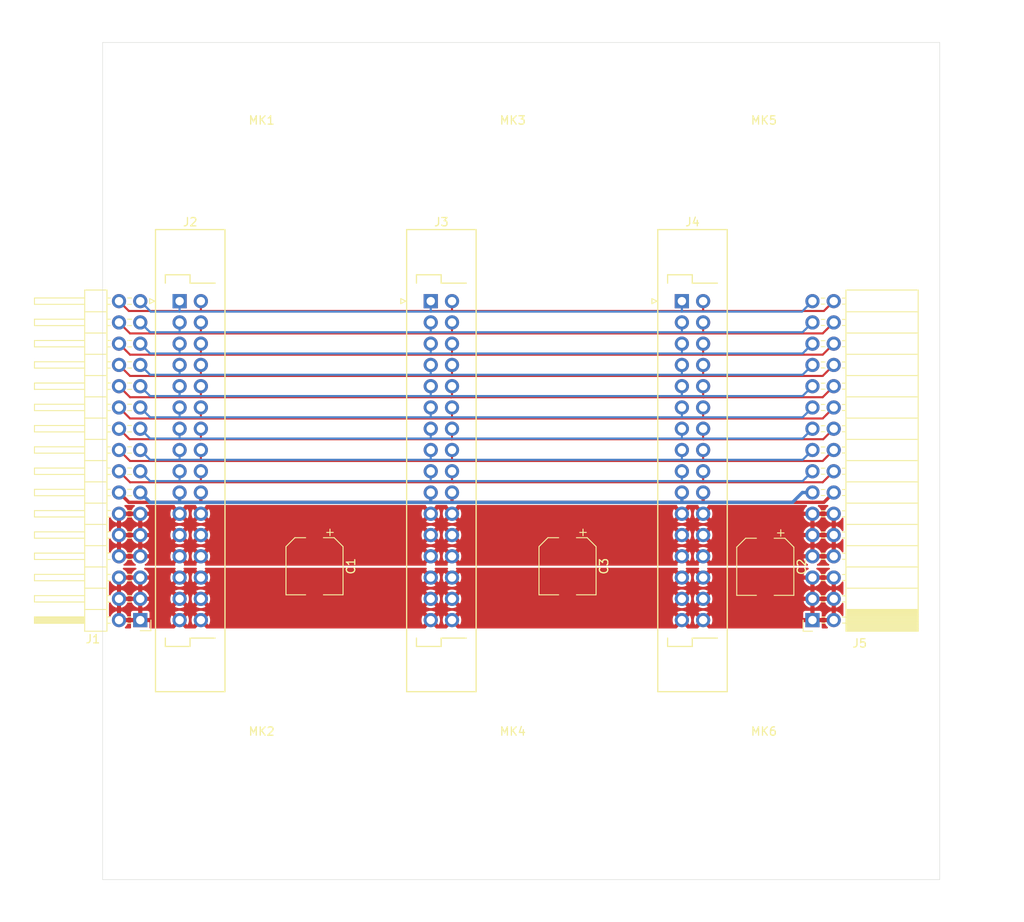
<source format=kicad_pcb>
(kicad_pcb (version 20171130) (host pcbnew "(5.1.0-rc1-120-gc4fe6785a)")

  (general
    (thickness 1.6)
    (drawings 8)
    (tracks 283)
    (zones 0)
    (modules 14)
    (nets 23)
  )

  (page A4)
  (layers
    (0 F.Cu signal)
    (31 B.Cu signal)
    (32 B.Adhes user)
    (33 F.Adhes user)
    (34 B.Paste user)
    (35 F.Paste user)
    (36 B.SilkS user)
    (37 F.SilkS user)
    (38 B.Mask user)
    (39 F.Mask user)
    (40 Dwgs.User user)
    (41 Cmts.User user)
    (42 Eco1.User user)
    (43 Eco2.User user)
    (44 Edge.Cuts user)
    (45 Margin user)
    (46 B.CrtYd user)
    (47 F.CrtYd user)
    (48 B.Fab user)
    (49 F.Fab user)
  )

  (setup
    (last_trace_width 0.25)
    (trace_clearance 0.2)
    (zone_clearance 0.2)
    (zone_45_only no)
    (trace_min 0.2)
    (via_size 0.8)
    (via_drill 0.4)
    (via_min_size 0.4)
    (via_min_drill 0.3)
    (uvia_size 0.3)
    (uvia_drill 0.1)
    (uvias_allowed no)
    (uvia_min_size 0.2)
    (uvia_min_drill 0.1)
    (edge_width 0.05)
    (segment_width 0.2)
    (pcb_text_width 0.3)
    (pcb_text_size 1.5 1.5)
    (mod_edge_width 0.12)
    (mod_text_size 1 1)
    (mod_text_width 0.15)
    (pad_size 1.524 1.524)
    (pad_drill 0.762)
    (pad_to_mask_clearance 0.051)
    (solder_mask_min_width 0.25)
    (aux_axis_origin 0 0)
    (visible_elements FFFFFF7F)
    (pcbplotparams
      (layerselection 0x010fc_ffffffff)
      (usegerberextensions false)
      (usegerberattributes false)
      (usegerberadvancedattributes false)
      (creategerberjobfile false)
      (excludeedgelayer true)
      (linewidth 0.100000)
      (plotframeref false)
      (viasonmask false)
      (mode 1)
      (useauxorigin false)
      (hpglpennumber 1)
      (hpglpenspeed 20)
      (hpglpendiameter 15.000000)
      (psnegative false)
      (psa4output false)
      (plotreference true)
      (plotvalue true)
      (plotinvisibletext false)
      (padsonsilk false)
      (subtractmaskfromsilk false)
      (outputformat 1)
      (mirror false)
      (drillshape 1)
      (scaleselection 1)
      (outputdirectory ""))
  )

  (net 0 "")
  (net 1 GNDPWR)
  (net 2 +24V)
  (net 3 PIN20)
  (net 4 PIN10)
  (net 5 PIN19)
  (net 6 PIN9)
  (net 7 PIN18)
  (net 8 PIN8)
  (net 9 PIN17)
  (net 10 PIN7)
  (net 11 PIN16)
  (net 12 PIN6)
  (net 13 PIN15)
  (net 14 PIN5)
  (net 15 PIN14)
  (net 16 PIN4)
  (net 17 PIN13)
  (net 18 PIN3)
  (net 19 PIN12)
  (net 20 PIN2)
  (net 21 PIN11)
  (net 22 PIN1)

  (net_class Default "This is the default net class."
    (clearance 0.2)
    (trace_width 0.25)
    (via_dia 0.8)
    (via_drill 0.4)
    (uvia_dia 0.3)
    (uvia_drill 0.1)
    (add_net +24V)
    (add_net GNDPWR)
    (add_net PIN1)
    (add_net PIN10)
    (add_net PIN11)
    (add_net PIN12)
    (add_net PIN13)
    (add_net PIN14)
    (add_net PIN15)
    (add_net PIN16)
    (add_net PIN17)
    (add_net PIN18)
    (add_net PIN19)
    (add_net PIN2)
    (add_net PIN20)
    (add_net PIN3)
    (add_net PIN4)
    (add_net PIN5)
    (add_net PIN6)
    (add_net PIN7)
    (add_net PIN8)
    (add_net PIN9)
  )

  (module MountingHole:MountingHole_3.2mm_M3 (layer F.Cu) (tedit 56D1B4CB) (tstamp 5C764FA6)
    (at 169 131.5)
    (descr "Mounting Hole 3.2mm, no annular, M3")
    (tags "mounting hole 3.2mm no annular m3")
    (path /5CDC93CD)
    (attr virtual)
    (fp_text reference MK6 (at 0 -4.2) (layer F.SilkS)
      (effects (font (size 1 1) (thickness 0.15)))
    )
    (fp_text value Mounting_Hole (at 0 4.2) (layer F.Fab)
      (effects (font (size 1 1) (thickness 0.15)))
    )
    (fp_circle (center 0 0) (end 3.45 0) (layer F.CrtYd) (width 0.05))
    (fp_circle (center 0 0) (end 3.2 0) (layer Cmts.User) (width 0.15))
    (fp_text user %R (at 0.3 0) (layer F.Fab)
      (effects (font (size 1 1) (thickness 0.15)))
    )
    (pad 1 np_thru_hole circle (at 0 0) (size 3.2 3.2) (drill 3.2) (layers *.Cu *.Mask))
  )

  (module MountingHole:MountingHole_3.2mm_M3 (layer F.Cu) (tedit 56D1B4CB) (tstamp 5C764F9E)
    (at 169 58.5)
    (descr "Mounting Hole 3.2mm, no annular, M3")
    (tags "mounting hole 3.2mm no annular m3")
    (path /5CDBCD16)
    (attr virtual)
    (fp_text reference MK5 (at 0 -4.2) (layer F.SilkS)
      (effects (font (size 1 1) (thickness 0.15)))
    )
    (fp_text value Mounting_Hole (at 0 4.2) (layer F.Fab)
      (effects (font (size 1 1) (thickness 0.15)))
    )
    (fp_circle (center 0 0) (end 3.45 0) (layer F.CrtYd) (width 0.05))
    (fp_circle (center 0 0) (end 3.2 0) (layer Cmts.User) (width 0.15))
    (fp_text user %R (at 0.3 0) (layer F.Fab)
      (effects (font (size 1 1) (thickness 0.15)))
    )
    (pad 1 np_thru_hole circle (at 0 0) (size 3.2 3.2) (drill 3.2) (layers *.Cu *.Mask))
  )

  (module MountingHole:MountingHole_3.2mm_M3 (layer F.Cu) (tedit 56D1B4CB) (tstamp 5C764F96)
    (at 139 131.5)
    (descr "Mounting Hole 3.2mm, no annular, M3")
    (tags "mounting hole 3.2mm no annular m3")
    (path /5CDBCAB8)
    (attr virtual)
    (fp_text reference MK4 (at 0 -4.2) (layer F.SilkS)
      (effects (font (size 1 1) (thickness 0.15)))
    )
    (fp_text value Mounting_Hole (at 0 4.2) (layer F.Fab)
      (effects (font (size 1 1) (thickness 0.15)))
    )
    (fp_circle (center 0 0) (end 3.45 0) (layer F.CrtYd) (width 0.05))
    (fp_circle (center 0 0) (end 3.2 0) (layer Cmts.User) (width 0.15))
    (fp_text user %R (at 0.3 0) (layer F.Fab)
      (effects (font (size 1 1) (thickness 0.15)))
    )
    (pad 1 np_thru_hole circle (at 0 0) (size 3.2 3.2) (drill 3.2) (layers *.Cu *.Mask))
  )

  (module MountingHole:MountingHole_3.2mm_M3 (layer F.Cu) (tedit 56D1B4CB) (tstamp 5C764F8E)
    (at 139 58.5)
    (descr "Mounting Hole 3.2mm, no annular, M3")
    (tags "mounting hole 3.2mm no annular m3")
    (path /5CDC93C3)
    (attr virtual)
    (fp_text reference MK3 (at 0 -4.2) (layer F.SilkS)
      (effects (font (size 1 1) (thickness 0.15)))
    )
    (fp_text value Mounting_Hole (at 0 4.2) (layer F.Fab)
      (effects (font (size 1 1) (thickness 0.15)))
    )
    (fp_circle (center 0 0) (end 3.45 0) (layer F.CrtYd) (width 0.05))
    (fp_circle (center 0 0) (end 3.2 0) (layer Cmts.User) (width 0.15))
    (fp_text user %R (at 0.3 0) (layer F.Fab)
      (effects (font (size 1 1) (thickness 0.15)))
    )
    (pad 1 np_thru_hole circle (at 0 0) (size 3.2 3.2) (drill 3.2) (layers *.Cu *.Mask))
  )

  (module MountingHole:MountingHole_3.2mm_M3 (layer F.Cu) (tedit 56D1B4CB) (tstamp 5C764F86)
    (at 109 131.5)
    (descr "Mounting Hole 3.2mm, no annular, M3")
    (tags "mounting hole 3.2mm no annular m3")
    (path /5CDBCD0C)
    (attr virtual)
    (fp_text reference MK2 (at 0 -4.2) (layer F.SilkS)
      (effects (font (size 1 1) (thickness 0.15)))
    )
    (fp_text value Mounting_Hole (at 0 4.2) (layer F.Fab)
      (effects (font (size 1 1) (thickness 0.15)))
    )
    (fp_circle (center 0 0) (end 3.45 0) (layer F.CrtYd) (width 0.05))
    (fp_circle (center 0 0) (end 3.2 0) (layer Cmts.User) (width 0.15))
    (fp_text user %R (at 0.3 0) (layer F.Fab)
      (effects (font (size 1 1) (thickness 0.15)))
    )
    (pad 1 np_thru_hole circle (at 0 0) (size 3.2 3.2) (drill 3.2) (layers *.Cu *.Mask))
  )

  (module MountingHole:MountingHole_3.2mm_M3 (layer F.Cu) (tedit 56D1B4CB) (tstamp 5C764FEF)
    (at 109 58.5)
    (descr "Mounting Hole 3.2mm, no annular, M3")
    (tags "mounting hole 3.2mm no annular m3")
    (path /5CDBC79B)
    (attr virtual)
    (fp_text reference MK1 (at 0 -4.2) (layer F.SilkS)
      (effects (font (size 1 1) (thickness 0.15)))
    )
    (fp_text value Mounting_Hole (at 0 4.2) (layer F.Fab)
      (effects (font (size 1 1) (thickness 0.15)))
    )
    (fp_circle (center 0 0) (end 3.45 0) (layer F.CrtYd) (width 0.05))
    (fp_circle (center 0 0) (end 3.2 0) (layer Cmts.User) (width 0.15))
    (fp_text user %R (at 0.3 0) (layer F.Fab)
      (effects (font (size 1 1) (thickness 0.15)))
    )
    (pad 1 np_thru_hole circle (at 0 0) (size 3.2 3.2) (drill 3.2) (layers *.Cu *.Mask))
  )

  (module Capacitor_SMD:CP_Elec_6.3x7.7 (layer F.Cu) (tedit 5A841F9D) (tstamp 5C763851)
    (at 145.542 107.569 270)
    (descr "SMT capacitor, aluminium electrolytic, 6.3x7.7, Nichicon ")
    (tags "Capacitor Electrolytic")
    (path /5CD88381)
    (attr smd)
    (fp_text reference C3 (at 0 -4.35 270) (layer F.SilkS)
      (effects (font (size 1 1) (thickness 0.15)))
    )
    (fp_text value CP (at 0 4.35 270) (layer F.Fab)
      (effects (font (size 1 1) (thickness 0.15)))
    )
    (fp_text user %R (at 0 0 270) (layer F.Fab)
      (effects (font (size 1 1) (thickness 0.15)))
    )
    (fp_line (start -4.7 1.05) (end -3.55 1.05) (layer F.CrtYd) (width 0.05))
    (fp_line (start -4.7 -1.05) (end -4.7 1.05) (layer F.CrtYd) (width 0.05))
    (fp_line (start -3.55 -1.05) (end -4.7 -1.05) (layer F.CrtYd) (width 0.05))
    (fp_line (start -3.55 1.05) (end -3.55 2.4) (layer F.CrtYd) (width 0.05))
    (fp_line (start -3.55 -2.4) (end -3.55 -1.05) (layer F.CrtYd) (width 0.05))
    (fp_line (start -3.55 -2.4) (end -2.4 -3.55) (layer F.CrtYd) (width 0.05))
    (fp_line (start -3.55 2.4) (end -2.4 3.55) (layer F.CrtYd) (width 0.05))
    (fp_line (start -2.4 -3.55) (end 3.55 -3.55) (layer F.CrtYd) (width 0.05))
    (fp_line (start -2.4 3.55) (end 3.55 3.55) (layer F.CrtYd) (width 0.05))
    (fp_line (start 3.55 1.05) (end 3.55 3.55) (layer F.CrtYd) (width 0.05))
    (fp_line (start 4.7 1.05) (end 3.55 1.05) (layer F.CrtYd) (width 0.05))
    (fp_line (start 4.7 -1.05) (end 4.7 1.05) (layer F.CrtYd) (width 0.05))
    (fp_line (start 3.55 -1.05) (end 4.7 -1.05) (layer F.CrtYd) (width 0.05))
    (fp_line (start 3.55 -3.55) (end 3.55 -1.05) (layer F.CrtYd) (width 0.05))
    (fp_line (start -4.04375 -2.24125) (end -4.04375 -1.45375) (layer F.SilkS) (width 0.12))
    (fp_line (start -4.4375 -1.8475) (end -3.65 -1.8475) (layer F.SilkS) (width 0.12))
    (fp_line (start -3.41 2.345563) (end -2.345563 3.41) (layer F.SilkS) (width 0.12))
    (fp_line (start -3.41 -2.345563) (end -2.345563 -3.41) (layer F.SilkS) (width 0.12))
    (fp_line (start -3.41 -2.345563) (end -3.41 -1.06) (layer F.SilkS) (width 0.12))
    (fp_line (start -3.41 2.345563) (end -3.41 1.06) (layer F.SilkS) (width 0.12))
    (fp_line (start -2.345563 3.41) (end 3.41 3.41) (layer F.SilkS) (width 0.12))
    (fp_line (start -2.345563 -3.41) (end 3.41 -3.41) (layer F.SilkS) (width 0.12))
    (fp_line (start 3.41 -3.41) (end 3.41 -1.06) (layer F.SilkS) (width 0.12))
    (fp_line (start 3.41 3.41) (end 3.41 1.06) (layer F.SilkS) (width 0.12))
    (fp_line (start -2.389838 -1.645) (end -2.389838 -1.015) (layer F.Fab) (width 0.1))
    (fp_line (start -2.704838 -1.33) (end -2.074838 -1.33) (layer F.Fab) (width 0.1))
    (fp_line (start -3.3 2.3) (end -2.3 3.3) (layer F.Fab) (width 0.1))
    (fp_line (start -3.3 -2.3) (end -2.3 -3.3) (layer F.Fab) (width 0.1))
    (fp_line (start -3.3 -2.3) (end -3.3 2.3) (layer F.Fab) (width 0.1))
    (fp_line (start -2.3 3.3) (end 3.3 3.3) (layer F.Fab) (width 0.1))
    (fp_line (start -2.3 -3.3) (end 3.3 -3.3) (layer F.Fab) (width 0.1))
    (fp_line (start 3.3 -3.3) (end 3.3 3.3) (layer F.Fab) (width 0.1))
    (fp_circle (center 0 0) (end 3.15 0) (layer F.Fab) (width 0.1))
    (pad 2 smd rect (at 2.7 0 270) (size 3.5 1.6) (layers F.Cu F.Paste F.Mask)
      (net 1 GNDPWR))
    (pad 1 smd rect (at -2.7 0 270) (size 3.5 1.6) (layers F.Cu F.Paste F.Mask)
      (net 2 +24V))
    (model ${KISYS3DMOD}/Capacitor_SMD.3dshapes/CP_Elec_6.3x7.7.wrl
      (at (xyz 0 0 0))
      (scale (xyz 1 1 1))
      (rotate (xyz 0 0 0))
    )
  )

  (module Capacitor_SMD:CP_Elec_6.3x7.7 (layer F.Cu) (tedit 5A841F9D) (tstamp 5C763829)
    (at 169.164 107.6325 270)
    (descr "SMT capacitor, aluminium electrolytic, 6.3x7.7, Nichicon ")
    (tags "Capacitor Electrolytic")
    (path /5CD88248)
    (attr smd)
    (fp_text reference C2 (at 0 -4.35 270) (layer F.SilkS)
      (effects (font (size 1 1) (thickness 0.15)))
    )
    (fp_text value CP (at 0 4.35 270) (layer F.Fab)
      (effects (font (size 1 1) (thickness 0.15)))
    )
    (fp_text user %R (at 0 0 270) (layer F.Fab)
      (effects (font (size 1 1) (thickness 0.15)))
    )
    (fp_line (start -4.7 1.05) (end -3.55 1.05) (layer F.CrtYd) (width 0.05))
    (fp_line (start -4.7 -1.05) (end -4.7 1.05) (layer F.CrtYd) (width 0.05))
    (fp_line (start -3.55 -1.05) (end -4.7 -1.05) (layer F.CrtYd) (width 0.05))
    (fp_line (start -3.55 1.05) (end -3.55 2.4) (layer F.CrtYd) (width 0.05))
    (fp_line (start -3.55 -2.4) (end -3.55 -1.05) (layer F.CrtYd) (width 0.05))
    (fp_line (start -3.55 -2.4) (end -2.4 -3.55) (layer F.CrtYd) (width 0.05))
    (fp_line (start -3.55 2.4) (end -2.4 3.55) (layer F.CrtYd) (width 0.05))
    (fp_line (start -2.4 -3.55) (end 3.55 -3.55) (layer F.CrtYd) (width 0.05))
    (fp_line (start -2.4 3.55) (end 3.55 3.55) (layer F.CrtYd) (width 0.05))
    (fp_line (start 3.55 1.05) (end 3.55 3.55) (layer F.CrtYd) (width 0.05))
    (fp_line (start 4.7 1.05) (end 3.55 1.05) (layer F.CrtYd) (width 0.05))
    (fp_line (start 4.7 -1.05) (end 4.7 1.05) (layer F.CrtYd) (width 0.05))
    (fp_line (start 3.55 -1.05) (end 4.7 -1.05) (layer F.CrtYd) (width 0.05))
    (fp_line (start 3.55 -3.55) (end 3.55 -1.05) (layer F.CrtYd) (width 0.05))
    (fp_line (start -4.04375 -2.24125) (end -4.04375 -1.45375) (layer F.SilkS) (width 0.12))
    (fp_line (start -4.4375 -1.8475) (end -3.65 -1.8475) (layer F.SilkS) (width 0.12))
    (fp_line (start -3.41 2.345563) (end -2.345563 3.41) (layer F.SilkS) (width 0.12))
    (fp_line (start -3.41 -2.345563) (end -2.345563 -3.41) (layer F.SilkS) (width 0.12))
    (fp_line (start -3.41 -2.345563) (end -3.41 -1.06) (layer F.SilkS) (width 0.12))
    (fp_line (start -3.41 2.345563) (end -3.41 1.06) (layer F.SilkS) (width 0.12))
    (fp_line (start -2.345563 3.41) (end 3.41 3.41) (layer F.SilkS) (width 0.12))
    (fp_line (start -2.345563 -3.41) (end 3.41 -3.41) (layer F.SilkS) (width 0.12))
    (fp_line (start 3.41 -3.41) (end 3.41 -1.06) (layer F.SilkS) (width 0.12))
    (fp_line (start 3.41 3.41) (end 3.41 1.06) (layer F.SilkS) (width 0.12))
    (fp_line (start -2.389838 -1.645) (end -2.389838 -1.015) (layer F.Fab) (width 0.1))
    (fp_line (start -2.704838 -1.33) (end -2.074838 -1.33) (layer F.Fab) (width 0.1))
    (fp_line (start -3.3 2.3) (end -2.3 3.3) (layer F.Fab) (width 0.1))
    (fp_line (start -3.3 -2.3) (end -2.3 -3.3) (layer F.Fab) (width 0.1))
    (fp_line (start -3.3 -2.3) (end -3.3 2.3) (layer F.Fab) (width 0.1))
    (fp_line (start -2.3 3.3) (end 3.3 3.3) (layer F.Fab) (width 0.1))
    (fp_line (start -2.3 -3.3) (end 3.3 -3.3) (layer F.Fab) (width 0.1))
    (fp_line (start 3.3 -3.3) (end 3.3 3.3) (layer F.Fab) (width 0.1))
    (fp_circle (center 0 0) (end 3.15 0) (layer F.Fab) (width 0.1))
    (pad 2 smd rect (at 2.7 0 270) (size 3.5 1.6) (layers F.Cu F.Paste F.Mask)
      (net 1 GNDPWR))
    (pad 1 smd rect (at -2.7 0 270) (size 3.5 1.6) (layers F.Cu F.Paste F.Mask)
      (net 2 +24V))
    (model ${KISYS3DMOD}/Capacitor_SMD.3dshapes/CP_Elec_6.3x7.7.wrl
      (at (xyz 0 0 0))
      (scale (xyz 1 1 1))
      (rotate (xyz 0 0 0))
    )
  )

  (module Capacitor_SMD:CP_Elec_6.3x7.7 (layer F.Cu) (tedit 5A841F9D) (tstamp 5C763E9F)
    (at 115.316 107.569 270)
    (descr "SMT capacitor, aluminium electrolytic, 6.3x7.7, Nichicon ")
    (tags "Capacitor Electrolytic")
    (path /5CD881B2)
    (attr smd)
    (fp_text reference C1 (at 0 -4.35 270) (layer F.SilkS)
      (effects (font (size 1 1) (thickness 0.15)))
    )
    (fp_text value CP (at 0 4.35 270) (layer F.Fab)
      (effects (font (size 1 1) (thickness 0.15)))
    )
    (fp_text user %R (at 0 0 270) (layer F.Fab)
      (effects (font (size 1 1) (thickness 0.15)))
    )
    (fp_line (start -4.7 1.05) (end -3.55 1.05) (layer F.CrtYd) (width 0.05))
    (fp_line (start -4.7 -1.05) (end -4.7 1.05) (layer F.CrtYd) (width 0.05))
    (fp_line (start -3.55 -1.05) (end -4.7 -1.05) (layer F.CrtYd) (width 0.05))
    (fp_line (start -3.55 1.05) (end -3.55 2.4) (layer F.CrtYd) (width 0.05))
    (fp_line (start -3.55 -2.4) (end -3.55 -1.05) (layer F.CrtYd) (width 0.05))
    (fp_line (start -3.55 -2.4) (end -2.4 -3.55) (layer F.CrtYd) (width 0.05))
    (fp_line (start -3.55 2.4) (end -2.4 3.55) (layer F.CrtYd) (width 0.05))
    (fp_line (start -2.4 -3.55) (end 3.55 -3.55) (layer F.CrtYd) (width 0.05))
    (fp_line (start -2.4 3.55) (end 3.55 3.55) (layer F.CrtYd) (width 0.05))
    (fp_line (start 3.55 1.05) (end 3.55 3.55) (layer F.CrtYd) (width 0.05))
    (fp_line (start 4.7 1.05) (end 3.55 1.05) (layer F.CrtYd) (width 0.05))
    (fp_line (start 4.7 -1.05) (end 4.7 1.05) (layer F.CrtYd) (width 0.05))
    (fp_line (start 3.55 -1.05) (end 4.7 -1.05) (layer F.CrtYd) (width 0.05))
    (fp_line (start 3.55 -3.55) (end 3.55 -1.05) (layer F.CrtYd) (width 0.05))
    (fp_line (start -4.04375 -2.24125) (end -4.04375 -1.45375) (layer F.SilkS) (width 0.12))
    (fp_line (start -4.4375 -1.8475) (end -3.65 -1.8475) (layer F.SilkS) (width 0.12))
    (fp_line (start -3.41 2.345563) (end -2.345563 3.41) (layer F.SilkS) (width 0.12))
    (fp_line (start -3.41 -2.345563) (end -2.345563 -3.41) (layer F.SilkS) (width 0.12))
    (fp_line (start -3.41 -2.345563) (end -3.41 -1.06) (layer F.SilkS) (width 0.12))
    (fp_line (start -3.41 2.345563) (end -3.41 1.06) (layer F.SilkS) (width 0.12))
    (fp_line (start -2.345563 3.41) (end 3.41 3.41) (layer F.SilkS) (width 0.12))
    (fp_line (start -2.345563 -3.41) (end 3.41 -3.41) (layer F.SilkS) (width 0.12))
    (fp_line (start 3.41 -3.41) (end 3.41 -1.06) (layer F.SilkS) (width 0.12))
    (fp_line (start 3.41 3.41) (end 3.41 1.06) (layer F.SilkS) (width 0.12))
    (fp_line (start -2.389838 -1.645) (end -2.389838 -1.015) (layer F.Fab) (width 0.1))
    (fp_line (start -2.704838 -1.33) (end -2.074838 -1.33) (layer F.Fab) (width 0.1))
    (fp_line (start -3.3 2.3) (end -2.3 3.3) (layer F.Fab) (width 0.1))
    (fp_line (start -3.3 -2.3) (end -2.3 -3.3) (layer F.Fab) (width 0.1))
    (fp_line (start -3.3 -2.3) (end -3.3 2.3) (layer F.Fab) (width 0.1))
    (fp_line (start -2.3 3.3) (end 3.3 3.3) (layer F.Fab) (width 0.1))
    (fp_line (start -2.3 -3.3) (end 3.3 -3.3) (layer F.Fab) (width 0.1))
    (fp_line (start 3.3 -3.3) (end 3.3 3.3) (layer F.Fab) (width 0.1))
    (fp_circle (center 0 0) (end 3.15 0) (layer F.Fab) (width 0.1))
    (pad 2 smd rect (at 2.7 0 270) (size 3.5 1.6) (layers F.Cu F.Paste F.Mask)
      (net 1 GNDPWR))
    (pad 1 smd rect (at -2.7 0 270) (size 3.5 1.6) (layers F.Cu F.Paste F.Mask)
      (net 2 +24V))
    (model ${KISYS3DMOD}/Capacitor_SMD.3dshapes/CP_Elec_6.3x7.7.wrl
      (at (xyz 0 0 0))
      (scale (xyz 1 1 1))
      (rotate (xyz 0 0 0))
    )
  )

  (module backplane:DIN41612_B2_2x16_Vertical (layer F.Cu) (tedit 5C7197DF) (tstamp 5C75975B)
    (at 159.2 75.9)
    (descr "DIN 41612 connector, type B/2, vertical, 16 pins wide, 2 rows, full configuration")
    (tags "DIN 41512 IEC 60603 B/2")
    (path /5CCF0E22)
    (fp_text reference J4 (at 1.27 -9.45) (layer F.SilkS)
      (effects (font (size 1 1) (thickness 0.15)))
    )
    (fp_text value Conn_02x16_Row_Letter_First (at 1.27 47.85) (layer F.Fab)
      (effects (font (size 1 1) (thickness 0.15)))
    )
    (fp_line (start -3.28 -8.95) (end -3.28 47.05) (layer F.CrtYd) (width 0.05))
    (fp_line (start -3.28 47.05) (end 5.82 47.05) (layer F.CrtYd) (width 0.05))
    (fp_line (start 5.82 47.05) (end 5.82 -8.95) (layer F.CrtYd) (width 0.05))
    (fp_line (start 5.82 -8.95) (end -3.28 -8.95) (layer F.CrtYd) (width 0.05))
    (fp_line (start -1.705 -2.15) (end -1.705 -3.15) (layer F.Fab) (width 0.1))
    (fp_line (start -1.705 -3.15) (end 1.245 -3.15) (layer F.Fab) (width 0.1))
    (fp_line (start 1.245 -3.15) (end 1.245 -2.15) (layer F.Fab) (width 0.1))
    (fp_line (start 1.245 -2.15) (end 4.245 -2.15) (layer F.Fab) (width 0.1))
    (fp_line (start 4.245 -2.15) (end 4.245 40.25) (layer F.Fab) (width 0.1))
    (fp_line (start 4.245 40.25) (end 1.245 40.25) (layer F.Fab) (width 0.1))
    (fp_line (start 1.245 40.25) (end 1.245 41.25) (layer F.Fab) (width 0.1))
    (fp_line (start 1.245 41.25) (end -1.705 41.25) (layer F.Fab) (width 0.1))
    (fp_line (start -1.705 41.25) (end -1.705 40.25) (layer F.Fab) (width 0.1))
    (fp_line (start -1.705 40.25) (end -1.705 -2.15) (layer F.Fab) (width 0.1))
    (fp_line (start -2.98 0) (end -3.58 -0.3) (layer F.Fab) (width 0.12))
    (fp_line (start -3.58 -0.3) (end -3.58 0.3) (layer F.Fab) (width 0.12))
    (fp_line (start -3.58 0.3) (end -2.98 0) (layer F.Fab) (width 0.12))
    (fp_line (start -2.88 -8.55) (end -2.88 46.65) (layer F.SilkS) (width 0.15))
    (fp_line (start -2.88 46.65) (end 5.42 46.65) (layer F.SilkS) (width 0.15))
    (fp_line (start 5.42 46.65) (end 5.42 -8.55) (layer F.SilkS) (width 0.15))
    (fp_line (start 5.42 -8.55) (end -2.88 -8.55) (layer F.SilkS) (width 0.15))
    (fp_line (start -1.705 -2.15) (end -1.705 -3.15) (layer F.SilkS) (width 0.15))
    (fp_line (start -1.705 -3.15) (end 1.245 -3.15) (layer F.SilkS) (width 0.15))
    (fp_line (start 1.245 -3.15) (end 1.245 -2.15) (layer F.SilkS) (width 0.15))
    (fp_line (start 1.245 -2.15) (end 4.245 -2.15) (layer F.SilkS) (width 0.15))
    (fp_line (start 4.245 40.25) (end 1.245 40.25) (layer F.SilkS) (width 0.15))
    (fp_line (start 1.245 40.25) (end 1.245 41.25) (layer F.SilkS) (width 0.15))
    (fp_line (start 1.245 41.25) (end -1.705 41.25) (layer F.SilkS) (width 0.15))
    (fp_line (start -1.705 41.25) (end -1.705 40.25) (layer F.SilkS) (width 0.15))
    (fp_line (start -2.98 0) (end -3.58 -0.3) (layer F.SilkS) (width 0.12))
    (fp_line (start -3.58 -0.3) (end -3.58 0.3) (layer F.SilkS) (width 0.12))
    (fp_line (start -3.58 0.3) (end -2.98 0) (layer F.SilkS) (width 0.12))
    (fp_text user %R (at 1.27 19.05) (layer F.Fab)
      (effects (font (size 0.6 0.6) (thickness 0.07)))
    )
    (pad a1 thru_hole rect (at 0 0) (size 1.7 1.7) (drill 1) (layers *.Cu *.Mask)
      (net 22 PIN1))
    (pad b1 thru_hole circle (at 2.54 0) (size 1.7 1.7) (drill 1) (layers *.Cu *.Mask)
      (net 21 PIN11))
    (pad a2 thru_hole circle (at 0 2.54) (size 1.7 1.7) (drill 1) (layers *.Cu *.Mask)
      (net 20 PIN2))
    (pad b2 thru_hole circle (at 2.54 2.54) (size 1.7 1.7) (drill 1) (layers *.Cu *.Mask)
      (net 19 PIN12))
    (pad a3 thru_hole circle (at 0 5.08) (size 1.7 1.7) (drill 1) (layers *.Cu *.Mask)
      (net 18 PIN3))
    (pad b3 thru_hole circle (at 2.54 5.08) (size 1.7 1.7) (drill 1) (layers *.Cu *.Mask)
      (net 17 PIN13))
    (pad a4 thru_hole circle (at 0 7.62) (size 1.7 1.7) (drill 1) (layers *.Cu *.Mask)
      (net 16 PIN4))
    (pad b4 thru_hole circle (at 2.54 7.62) (size 1.7 1.7) (drill 1) (layers *.Cu *.Mask)
      (net 15 PIN14))
    (pad a5 thru_hole circle (at 0 10.16) (size 1.7 1.7) (drill 1) (layers *.Cu *.Mask)
      (net 14 PIN5))
    (pad b5 thru_hole circle (at 2.54 10.16) (size 1.7 1.7) (drill 1) (layers *.Cu *.Mask)
      (net 13 PIN15))
    (pad a6 thru_hole circle (at 0 12.7) (size 1.7 1.7) (drill 1) (layers *.Cu *.Mask)
      (net 12 PIN6))
    (pad b6 thru_hole circle (at 2.54 12.7) (size 1.7 1.7) (drill 1) (layers *.Cu *.Mask)
      (net 11 PIN16))
    (pad a7 thru_hole circle (at 0 15.24) (size 1.7 1.7) (drill 1) (layers *.Cu *.Mask)
      (net 10 PIN7))
    (pad b7 thru_hole circle (at 2.54 15.24) (size 1.7 1.7) (drill 1) (layers *.Cu *.Mask)
      (net 9 PIN17))
    (pad a8 thru_hole circle (at 0 17.78) (size 1.7 1.7) (drill 1) (layers *.Cu *.Mask)
      (net 8 PIN8))
    (pad b8 thru_hole circle (at 2.54 17.78) (size 1.7 1.7) (drill 1) (layers *.Cu *.Mask)
      (net 7 PIN18))
    (pad a9 thru_hole circle (at 0 20.32) (size 1.7 1.7) (drill 1) (layers *.Cu *.Mask)
      (net 6 PIN9))
    (pad b9 thru_hole circle (at 2.54 20.32 270) (size 1.7 1.7) (drill 1) (layers *.Cu *.Mask)
      (net 5 PIN19))
    (pad a10 thru_hole circle (at 0 22.86) (size 1.7 1.7) (drill 1) (layers *.Cu *.Mask)
      (net 4 PIN10))
    (pad b10 thru_hole circle (at 2.54 22.86 90) (size 1.7 1.7) (drill 1) (layers *.Cu *.Mask)
      (net 3 PIN20))
    (pad a11 thru_hole circle (at 0 25.4) (size 1.7 1.7) (drill 1) (layers *.Cu *.Mask)
      (net 2 +24V))
    (pad b11 thru_hole circle (at 2.54 25.4) (size 1.7 1.7) (drill 1) (layers *.Cu *.Mask)
      (net 2 +24V))
    (pad a12 thru_hole circle (at 0 27.94) (size 1.7 1.7) (drill 1) (layers *.Cu *.Mask)
      (net 2 +24V))
    (pad b12 thru_hole circle (at 2.54 27.94) (size 1.7 1.7) (drill 1) (layers *.Cu *.Mask)
      (net 2 +24V))
    (pad a13 thru_hole circle (at 0 30.48) (size 1.7 1.7) (drill 1) (layers *.Cu *.Mask)
      (net 2 +24V))
    (pad b13 thru_hole circle (at 2.54 30.48) (size 1.7 1.7) (drill 1) (layers *.Cu *.Mask)
      (net 2 +24V))
    (pad a14 thru_hole circle (at 0 33.02) (size 1.7 1.7) (drill 1) (layers *.Cu *.Mask)
      (net 1 GNDPWR))
    (pad b14 thru_hole circle (at 2.54 33.02) (size 1.7 1.7) (drill 1) (layers *.Cu *.Mask)
      (net 1 GNDPWR))
    (pad a15 thru_hole circle (at 0 35.56) (size 1.7 1.7) (drill 1) (layers *.Cu *.Mask)
      (net 1 GNDPWR))
    (pad b15 thru_hole circle (at 2.54 35.56) (size 1.7 1.7) (drill 1) (layers *.Cu *.Mask)
      (net 1 GNDPWR))
    (pad a16 thru_hole circle (at 0 38.1) (size 1.7 1.7) (drill 1) (layers *.Cu *.Mask)
      (net 1 GNDPWR))
    (pad b16 thru_hole circle (at 2.54 38.1) (size 1.7 1.7) (drill 1) (layers *.Cu *.Mask)
      (net 1 GNDPWR))
    (pad "" np_thru_hole circle (at 2.24 -5.95) (size 2.8 2.8) (drill 2.8) (layers *.Cu *.Mask))
    (pad "" np_thru_hole circle (at 2.24 44.05) (size 2.8 2.8) (drill 2.8) (layers *.Cu *.Mask))
    (model ${KISYS3DMOD}/Connector_DIN.3dshapes/DIN41612_B2_2x16_Vertical.wrl
      (at (xyz 0 0 0))
      (scale (xyz 1 1 1))
      (rotate (xyz 0 0 0))
    )
  )

  (module backplane:DIN41612_B2_2x16_Vertical (layer F.Cu) (tedit 5C7197DF) (tstamp 5C759714)
    (at 129.2 75.9)
    (descr "DIN 41612 connector, type B/2, vertical, 16 pins wide, 2 rows, full configuration")
    (tags "DIN 41512 IEC 60603 B/2")
    (path /5CCF061F)
    (fp_text reference J3 (at 1.27 -9.45) (layer F.SilkS)
      (effects (font (size 1 1) (thickness 0.15)))
    )
    (fp_text value Conn_02x16_Row_Letter_First (at 1.27 47.85) (layer F.Fab)
      (effects (font (size 1 1) (thickness 0.15)))
    )
    (fp_line (start -3.28 -8.95) (end -3.28 47.05) (layer F.CrtYd) (width 0.05))
    (fp_line (start -3.28 47.05) (end 5.82 47.05) (layer F.CrtYd) (width 0.05))
    (fp_line (start 5.82 47.05) (end 5.82 -8.95) (layer F.CrtYd) (width 0.05))
    (fp_line (start 5.82 -8.95) (end -3.28 -8.95) (layer F.CrtYd) (width 0.05))
    (fp_line (start -1.705 -2.15) (end -1.705 -3.15) (layer F.Fab) (width 0.1))
    (fp_line (start -1.705 -3.15) (end 1.245 -3.15) (layer F.Fab) (width 0.1))
    (fp_line (start 1.245 -3.15) (end 1.245 -2.15) (layer F.Fab) (width 0.1))
    (fp_line (start 1.245 -2.15) (end 4.245 -2.15) (layer F.Fab) (width 0.1))
    (fp_line (start 4.245 -2.15) (end 4.245 40.25) (layer F.Fab) (width 0.1))
    (fp_line (start 4.245 40.25) (end 1.245 40.25) (layer F.Fab) (width 0.1))
    (fp_line (start 1.245 40.25) (end 1.245 41.25) (layer F.Fab) (width 0.1))
    (fp_line (start 1.245 41.25) (end -1.705 41.25) (layer F.Fab) (width 0.1))
    (fp_line (start -1.705 41.25) (end -1.705 40.25) (layer F.Fab) (width 0.1))
    (fp_line (start -1.705 40.25) (end -1.705 -2.15) (layer F.Fab) (width 0.1))
    (fp_line (start -2.98 0) (end -3.58 -0.3) (layer F.Fab) (width 0.12))
    (fp_line (start -3.58 -0.3) (end -3.58 0.3) (layer F.Fab) (width 0.12))
    (fp_line (start -3.58 0.3) (end -2.98 0) (layer F.Fab) (width 0.12))
    (fp_line (start -2.88 -8.55) (end -2.88 46.65) (layer F.SilkS) (width 0.15))
    (fp_line (start -2.88 46.65) (end 5.42 46.65) (layer F.SilkS) (width 0.15))
    (fp_line (start 5.42 46.65) (end 5.42 -8.55) (layer F.SilkS) (width 0.15))
    (fp_line (start 5.42 -8.55) (end -2.88 -8.55) (layer F.SilkS) (width 0.15))
    (fp_line (start -1.705 -2.15) (end -1.705 -3.15) (layer F.SilkS) (width 0.15))
    (fp_line (start -1.705 -3.15) (end 1.245 -3.15) (layer F.SilkS) (width 0.15))
    (fp_line (start 1.245 -3.15) (end 1.245 -2.15) (layer F.SilkS) (width 0.15))
    (fp_line (start 1.245 -2.15) (end 4.245 -2.15) (layer F.SilkS) (width 0.15))
    (fp_line (start 4.245 40.25) (end 1.245 40.25) (layer F.SilkS) (width 0.15))
    (fp_line (start 1.245 40.25) (end 1.245 41.25) (layer F.SilkS) (width 0.15))
    (fp_line (start 1.245 41.25) (end -1.705 41.25) (layer F.SilkS) (width 0.15))
    (fp_line (start -1.705 41.25) (end -1.705 40.25) (layer F.SilkS) (width 0.15))
    (fp_line (start -2.98 0) (end -3.58 -0.3) (layer F.SilkS) (width 0.12))
    (fp_line (start -3.58 -0.3) (end -3.58 0.3) (layer F.SilkS) (width 0.12))
    (fp_line (start -3.58 0.3) (end -2.98 0) (layer F.SilkS) (width 0.12))
    (fp_text user %R (at 1.27 19.05) (layer F.Fab)
      (effects (font (size 0.6 0.6) (thickness 0.07)))
    )
    (pad a1 thru_hole rect (at 0 0) (size 1.7 1.7) (drill 1) (layers *.Cu *.Mask)
      (net 22 PIN1))
    (pad b1 thru_hole circle (at 2.54 0) (size 1.7 1.7) (drill 1) (layers *.Cu *.Mask)
      (net 21 PIN11))
    (pad a2 thru_hole circle (at 0 2.54) (size 1.7 1.7) (drill 1) (layers *.Cu *.Mask)
      (net 20 PIN2))
    (pad b2 thru_hole circle (at 2.54 2.54) (size 1.7 1.7) (drill 1) (layers *.Cu *.Mask)
      (net 19 PIN12))
    (pad a3 thru_hole circle (at 0 5.08) (size 1.7 1.7) (drill 1) (layers *.Cu *.Mask)
      (net 18 PIN3))
    (pad b3 thru_hole circle (at 2.54 5.08) (size 1.7 1.7) (drill 1) (layers *.Cu *.Mask)
      (net 17 PIN13))
    (pad a4 thru_hole circle (at 0 7.62) (size 1.7 1.7) (drill 1) (layers *.Cu *.Mask)
      (net 16 PIN4))
    (pad b4 thru_hole circle (at 2.54 7.62) (size 1.7 1.7) (drill 1) (layers *.Cu *.Mask)
      (net 15 PIN14))
    (pad a5 thru_hole circle (at 0 10.16) (size 1.7 1.7) (drill 1) (layers *.Cu *.Mask)
      (net 14 PIN5))
    (pad b5 thru_hole circle (at 2.54 10.16) (size 1.7 1.7) (drill 1) (layers *.Cu *.Mask)
      (net 13 PIN15))
    (pad a6 thru_hole circle (at 0 12.7) (size 1.7 1.7) (drill 1) (layers *.Cu *.Mask)
      (net 12 PIN6))
    (pad b6 thru_hole circle (at 2.54 12.7) (size 1.7 1.7) (drill 1) (layers *.Cu *.Mask)
      (net 11 PIN16))
    (pad a7 thru_hole circle (at 0 15.24) (size 1.7 1.7) (drill 1) (layers *.Cu *.Mask)
      (net 10 PIN7))
    (pad b7 thru_hole circle (at 2.54 15.24) (size 1.7 1.7) (drill 1) (layers *.Cu *.Mask)
      (net 9 PIN17))
    (pad a8 thru_hole circle (at 0 17.78) (size 1.7 1.7) (drill 1) (layers *.Cu *.Mask)
      (net 8 PIN8))
    (pad b8 thru_hole circle (at 2.54 17.78) (size 1.7 1.7) (drill 1) (layers *.Cu *.Mask)
      (net 7 PIN18))
    (pad a9 thru_hole circle (at 0 20.32) (size 1.7 1.7) (drill 1) (layers *.Cu *.Mask)
      (net 6 PIN9))
    (pad b9 thru_hole circle (at 2.54 20.32 270) (size 1.7 1.7) (drill 1) (layers *.Cu *.Mask)
      (net 5 PIN19))
    (pad a10 thru_hole circle (at 0 22.86) (size 1.7 1.7) (drill 1) (layers *.Cu *.Mask)
      (net 4 PIN10))
    (pad b10 thru_hole circle (at 2.54 22.86 90) (size 1.7 1.7) (drill 1) (layers *.Cu *.Mask)
      (net 3 PIN20))
    (pad a11 thru_hole circle (at 0 25.4) (size 1.7 1.7) (drill 1) (layers *.Cu *.Mask)
      (net 2 +24V))
    (pad b11 thru_hole circle (at 2.54 25.4) (size 1.7 1.7) (drill 1) (layers *.Cu *.Mask)
      (net 2 +24V))
    (pad a12 thru_hole circle (at 0 27.94) (size 1.7 1.7) (drill 1) (layers *.Cu *.Mask)
      (net 2 +24V))
    (pad b12 thru_hole circle (at 2.54 27.94) (size 1.7 1.7) (drill 1) (layers *.Cu *.Mask)
      (net 2 +24V))
    (pad a13 thru_hole circle (at 0 30.48) (size 1.7 1.7) (drill 1) (layers *.Cu *.Mask)
      (net 2 +24V))
    (pad b13 thru_hole circle (at 2.54 30.48) (size 1.7 1.7) (drill 1) (layers *.Cu *.Mask)
      (net 2 +24V))
    (pad a14 thru_hole circle (at 0 33.02) (size 1.7 1.7) (drill 1) (layers *.Cu *.Mask)
      (net 1 GNDPWR))
    (pad b14 thru_hole circle (at 2.54 33.02) (size 1.7 1.7) (drill 1) (layers *.Cu *.Mask)
      (net 1 GNDPWR))
    (pad a15 thru_hole circle (at 0 35.56) (size 1.7 1.7) (drill 1) (layers *.Cu *.Mask)
      (net 1 GNDPWR))
    (pad b15 thru_hole circle (at 2.54 35.56) (size 1.7 1.7) (drill 1) (layers *.Cu *.Mask)
      (net 1 GNDPWR))
    (pad a16 thru_hole circle (at 0 38.1) (size 1.7 1.7) (drill 1) (layers *.Cu *.Mask)
      (net 1 GNDPWR))
    (pad b16 thru_hole circle (at 2.54 38.1) (size 1.7 1.7) (drill 1) (layers *.Cu *.Mask)
      (net 1 GNDPWR))
    (pad "" np_thru_hole circle (at 2.24 -5.95) (size 2.8 2.8) (drill 2.8) (layers *.Cu *.Mask))
    (pad "" np_thru_hole circle (at 2.24 44.05) (size 2.8 2.8) (drill 2.8) (layers *.Cu *.Mask))
    (model ${KISYS3DMOD}/Connector_DIN.3dshapes/DIN41612_B2_2x16_Vertical.wrl
      (at (xyz 0 0 0))
      (scale (xyz 1 1 1))
      (rotate (xyz 0 0 0))
    )
  )

  (module backplane:DIN41612_B2_2x16_Vertical (layer F.Cu) (tedit 5C7197DF) (tstamp 5C7596CD)
    (at 99.2 75.9)
    (descr "DIN 41612 connector, type B/2, vertical, 16 pins wide, 2 rows, full configuration")
    (tags "DIN 41512 IEC 60603 B/2")
    (path /5CCEF7D2)
    (fp_text reference J2 (at 1.27 -9.45) (layer F.SilkS)
      (effects (font (size 1 1) (thickness 0.15)))
    )
    (fp_text value Conn_02x16_Row_Letter_First (at 1.27 47.85) (layer F.Fab)
      (effects (font (size 1 1) (thickness 0.15)))
    )
    (fp_line (start -3.28 -8.95) (end -3.28 47.05) (layer F.CrtYd) (width 0.05))
    (fp_line (start -3.28 47.05) (end 5.82 47.05) (layer F.CrtYd) (width 0.05))
    (fp_line (start 5.82 47.05) (end 5.82 -8.95) (layer F.CrtYd) (width 0.05))
    (fp_line (start 5.82 -8.95) (end -3.28 -8.95) (layer F.CrtYd) (width 0.05))
    (fp_line (start -1.705 -2.15) (end -1.705 -3.15) (layer F.Fab) (width 0.1))
    (fp_line (start -1.705 -3.15) (end 1.245 -3.15) (layer F.Fab) (width 0.1))
    (fp_line (start 1.245 -3.15) (end 1.245 -2.15) (layer F.Fab) (width 0.1))
    (fp_line (start 1.245 -2.15) (end 4.245 -2.15) (layer F.Fab) (width 0.1))
    (fp_line (start 4.245 -2.15) (end 4.245 40.25) (layer F.Fab) (width 0.1))
    (fp_line (start 4.245 40.25) (end 1.245 40.25) (layer F.Fab) (width 0.1))
    (fp_line (start 1.245 40.25) (end 1.245 41.25) (layer F.Fab) (width 0.1))
    (fp_line (start 1.245 41.25) (end -1.705 41.25) (layer F.Fab) (width 0.1))
    (fp_line (start -1.705 41.25) (end -1.705 40.25) (layer F.Fab) (width 0.1))
    (fp_line (start -1.705 40.25) (end -1.705 -2.15) (layer F.Fab) (width 0.1))
    (fp_line (start -2.98 0) (end -3.58 -0.3) (layer F.Fab) (width 0.12))
    (fp_line (start -3.58 -0.3) (end -3.58 0.3) (layer F.Fab) (width 0.12))
    (fp_line (start -3.58 0.3) (end -2.98 0) (layer F.Fab) (width 0.12))
    (fp_line (start -2.88 -8.55) (end -2.88 46.65) (layer F.SilkS) (width 0.15))
    (fp_line (start -2.88 46.65) (end 5.42 46.65) (layer F.SilkS) (width 0.15))
    (fp_line (start 5.42 46.65) (end 5.42 -8.55) (layer F.SilkS) (width 0.15))
    (fp_line (start 5.42 -8.55) (end -2.88 -8.55) (layer F.SilkS) (width 0.15))
    (fp_line (start -1.705 -2.15) (end -1.705 -3.15) (layer F.SilkS) (width 0.15))
    (fp_line (start -1.705 -3.15) (end 1.245 -3.15) (layer F.SilkS) (width 0.15))
    (fp_line (start 1.245 -3.15) (end 1.245 -2.15) (layer F.SilkS) (width 0.15))
    (fp_line (start 1.245 -2.15) (end 4.245 -2.15) (layer F.SilkS) (width 0.15))
    (fp_line (start 4.245 40.25) (end 1.245 40.25) (layer F.SilkS) (width 0.15))
    (fp_line (start 1.245 40.25) (end 1.245 41.25) (layer F.SilkS) (width 0.15))
    (fp_line (start 1.245 41.25) (end -1.705 41.25) (layer F.SilkS) (width 0.15))
    (fp_line (start -1.705 41.25) (end -1.705 40.25) (layer F.SilkS) (width 0.15))
    (fp_line (start -2.98 0) (end -3.58 -0.3) (layer F.SilkS) (width 0.12))
    (fp_line (start -3.58 -0.3) (end -3.58 0.3) (layer F.SilkS) (width 0.12))
    (fp_line (start -3.58 0.3) (end -2.98 0) (layer F.SilkS) (width 0.12))
    (fp_text user %R (at 1.27 19.05) (layer F.Fab)
      (effects (font (size 0.6 0.6) (thickness 0.07)))
    )
    (pad a1 thru_hole rect (at 0 0) (size 1.7 1.7) (drill 1) (layers *.Cu *.Mask)
      (net 22 PIN1))
    (pad b1 thru_hole circle (at 2.54 0) (size 1.7 1.7) (drill 1) (layers *.Cu *.Mask)
      (net 21 PIN11))
    (pad a2 thru_hole circle (at 0 2.54) (size 1.7 1.7) (drill 1) (layers *.Cu *.Mask)
      (net 20 PIN2))
    (pad b2 thru_hole circle (at 2.54 2.54) (size 1.7 1.7) (drill 1) (layers *.Cu *.Mask)
      (net 19 PIN12))
    (pad a3 thru_hole circle (at 0 5.08) (size 1.7 1.7) (drill 1) (layers *.Cu *.Mask)
      (net 18 PIN3))
    (pad b3 thru_hole circle (at 2.54 5.08) (size 1.7 1.7) (drill 1) (layers *.Cu *.Mask)
      (net 17 PIN13))
    (pad a4 thru_hole circle (at 0 7.62) (size 1.7 1.7) (drill 1) (layers *.Cu *.Mask)
      (net 16 PIN4))
    (pad b4 thru_hole circle (at 2.54 7.62) (size 1.7 1.7) (drill 1) (layers *.Cu *.Mask)
      (net 15 PIN14))
    (pad a5 thru_hole circle (at 0 10.16) (size 1.7 1.7) (drill 1) (layers *.Cu *.Mask)
      (net 14 PIN5))
    (pad b5 thru_hole circle (at 2.54 10.16) (size 1.7 1.7) (drill 1) (layers *.Cu *.Mask)
      (net 13 PIN15))
    (pad a6 thru_hole circle (at 0 12.7) (size 1.7 1.7) (drill 1) (layers *.Cu *.Mask)
      (net 12 PIN6))
    (pad b6 thru_hole circle (at 2.54 12.7) (size 1.7 1.7) (drill 1) (layers *.Cu *.Mask)
      (net 11 PIN16))
    (pad a7 thru_hole circle (at 0 15.24) (size 1.7 1.7) (drill 1) (layers *.Cu *.Mask)
      (net 10 PIN7))
    (pad b7 thru_hole circle (at 2.54 15.24) (size 1.7 1.7) (drill 1) (layers *.Cu *.Mask)
      (net 9 PIN17))
    (pad a8 thru_hole circle (at 0 17.78) (size 1.7 1.7) (drill 1) (layers *.Cu *.Mask)
      (net 8 PIN8))
    (pad b8 thru_hole circle (at 2.54 17.78) (size 1.7 1.7) (drill 1) (layers *.Cu *.Mask)
      (net 7 PIN18))
    (pad a9 thru_hole circle (at 0 20.32) (size 1.7 1.7) (drill 1) (layers *.Cu *.Mask)
      (net 6 PIN9))
    (pad b9 thru_hole circle (at 2.54 20.32 270) (size 1.7 1.7) (drill 1) (layers *.Cu *.Mask)
      (net 5 PIN19))
    (pad a10 thru_hole circle (at 0 22.86) (size 1.7 1.7) (drill 1) (layers *.Cu *.Mask)
      (net 4 PIN10))
    (pad b10 thru_hole circle (at 2.54 22.86 90) (size 1.7 1.7) (drill 1) (layers *.Cu *.Mask)
      (net 3 PIN20))
    (pad a11 thru_hole circle (at 0 25.4) (size 1.7 1.7) (drill 1) (layers *.Cu *.Mask)
      (net 2 +24V))
    (pad b11 thru_hole circle (at 2.54 25.4) (size 1.7 1.7) (drill 1) (layers *.Cu *.Mask)
      (net 2 +24V))
    (pad a12 thru_hole circle (at 0 27.94) (size 1.7 1.7) (drill 1) (layers *.Cu *.Mask)
      (net 2 +24V))
    (pad b12 thru_hole circle (at 2.54 27.94) (size 1.7 1.7) (drill 1) (layers *.Cu *.Mask)
      (net 2 +24V))
    (pad a13 thru_hole circle (at 0 30.48) (size 1.7 1.7) (drill 1) (layers *.Cu *.Mask)
      (net 2 +24V))
    (pad b13 thru_hole circle (at 2.54 30.48) (size 1.7 1.7) (drill 1) (layers *.Cu *.Mask)
      (net 2 +24V))
    (pad a14 thru_hole circle (at 0 33.02) (size 1.7 1.7) (drill 1) (layers *.Cu *.Mask)
      (net 1 GNDPWR))
    (pad b14 thru_hole circle (at 2.54 33.02) (size 1.7 1.7) (drill 1) (layers *.Cu *.Mask)
      (net 1 GNDPWR))
    (pad a15 thru_hole circle (at 0 35.56) (size 1.7 1.7) (drill 1) (layers *.Cu *.Mask)
      (net 1 GNDPWR))
    (pad b15 thru_hole circle (at 2.54 35.56) (size 1.7 1.7) (drill 1) (layers *.Cu *.Mask)
      (net 1 GNDPWR))
    (pad a16 thru_hole circle (at 0 38.1) (size 1.7 1.7) (drill 1) (layers *.Cu *.Mask)
      (net 1 GNDPWR))
    (pad b16 thru_hole circle (at 2.54 38.1) (size 1.7 1.7) (drill 1) (layers *.Cu *.Mask)
      (net 1 GNDPWR))
    (pad "" np_thru_hole circle (at 2.24 -5.95) (size 2.8 2.8) (drill 2.8) (layers *.Cu *.Mask))
    (pad "" np_thru_hole circle (at 2.24 44.05) (size 2.8 2.8) (drill 2.8) (layers *.Cu *.Mask))
    (model ${KISYS3DMOD}/Connector_DIN.3dshapes/DIN41612_B2_2x16_Vertical.wrl
      (at (xyz 0 0 0))
      (scale (xyz 1 1 1))
      (rotate (xyz 0 0 0))
    )
  )

  (module Connector_PinHeader_2.54mm:PinHeader_2x16_P2.54mm_Horizontal (layer F.Cu) (tedit 59FED5CB) (tstamp 5C759B21)
    (at 94.5 114 180)
    (descr "Through hole angled pin header, 2x16, 2.54mm pitch, 6mm pin length, double rows")
    (tags "Through hole angled pin header THT 2x16 2.54mm double row")
    (path /5CCEE0E1)
    (fp_text reference J1 (at 5.655 -2.27 180) (layer F.SilkS)
      (effects (font (size 1 1) (thickness 0.15)))
    )
    (fp_text value Conn_02x16_Row_Letter_First (at 5.655 40.37 180) (layer F.Fab)
      (effects (font (size 1 1) (thickness 0.15)))
    )
    (fp_text user %R (at 5.31 19.05 270) (layer F.Fab)
      (effects (font (size 1 1) (thickness 0.15)))
    )
    (fp_line (start 13.1 -1.8) (end -1.8 -1.8) (layer F.CrtYd) (width 0.05))
    (fp_line (start 13.1 39.9) (end 13.1 -1.8) (layer F.CrtYd) (width 0.05))
    (fp_line (start -1.8 39.9) (end 13.1 39.9) (layer F.CrtYd) (width 0.05))
    (fp_line (start -1.8 -1.8) (end -1.8 39.9) (layer F.CrtYd) (width 0.05))
    (fp_line (start -1.27 -1.27) (end 0 -1.27) (layer F.SilkS) (width 0.12))
    (fp_line (start -1.27 0) (end -1.27 -1.27) (layer F.SilkS) (width 0.12))
    (fp_line (start 1.042929 38.48) (end 1.497071 38.48) (layer F.SilkS) (width 0.12))
    (fp_line (start 1.042929 37.72) (end 1.497071 37.72) (layer F.SilkS) (width 0.12))
    (fp_line (start 3.582929 38.48) (end 3.98 38.48) (layer F.SilkS) (width 0.12))
    (fp_line (start 3.582929 37.72) (end 3.98 37.72) (layer F.SilkS) (width 0.12))
    (fp_line (start 12.64 38.48) (end 6.64 38.48) (layer F.SilkS) (width 0.12))
    (fp_line (start 12.64 37.72) (end 12.64 38.48) (layer F.SilkS) (width 0.12))
    (fp_line (start 6.64 37.72) (end 12.64 37.72) (layer F.SilkS) (width 0.12))
    (fp_line (start 3.98 36.83) (end 6.64 36.83) (layer F.SilkS) (width 0.12))
    (fp_line (start 1.042929 35.94) (end 1.497071 35.94) (layer F.SilkS) (width 0.12))
    (fp_line (start 1.042929 35.18) (end 1.497071 35.18) (layer F.SilkS) (width 0.12))
    (fp_line (start 3.582929 35.94) (end 3.98 35.94) (layer F.SilkS) (width 0.12))
    (fp_line (start 3.582929 35.18) (end 3.98 35.18) (layer F.SilkS) (width 0.12))
    (fp_line (start 12.64 35.94) (end 6.64 35.94) (layer F.SilkS) (width 0.12))
    (fp_line (start 12.64 35.18) (end 12.64 35.94) (layer F.SilkS) (width 0.12))
    (fp_line (start 6.64 35.18) (end 12.64 35.18) (layer F.SilkS) (width 0.12))
    (fp_line (start 3.98 34.29) (end 6.64 34.29) (layer F.SilkS) (width 0.12))
    (fp_line (start 1.042929 33.4) (end 1.497071 33.4) (layer F.SilkS) (width 0.12))
    (fp_line (start 1.042929 32.64) (end 1.497071 32.64) (layer F.SilkS) (width 0.12))
    (fp_line (start 3.582929 33.4) (end 3.98 33.4) (layer F.SilkS) (width 0.12))
    (fp_line (start 3.582929 32.64) (end 3.98 32.64) (layer F.SilkS) (width 0.12))
    (fp_line (start 12.64 33.4) (end 6.64 33.4) (layer F.SilkS) (width 0.12))
    (fp_line (start 12.64 32.64) (end 12.64 33.4) (layer F.SilkS) (width 0.12))
    (fp_line (start 6.64 32.64) (end 12.64 32.64) (layer F.SilkS) (width 0.12))
    (fp_line (start 3.98 31.75) (end 6.64 31.75) (layer F.SilkS) (width 0.12))
    (fp_line (start 1.042929 30.86) (end 1.497071 30.86) (layer F.SilkS) (width 0.12))
    (fp_line (start 1.042929 30.1) (end 1.497071 30.1) (layer F.SilkS) (width 0.12))
    (fp_line (start 3.582929 30.86) (end 3.98 30.86) (layer F.SilkS) (width 0.12))
    (fp_line (start 3.582929 30.1) (end 3.98 30.1) (layer F.SilkS) (width 0.12))
    (fp_line (start 12.64 30.86) (end 6.64 30.86) (layer F.SilkS) (width 0.12))
    (fp_line (start 12.64 30.1) (end 12.64 30.86) (layer F.SilkS) (width 0.12))
    (fp_line (start 6.64 30.1) (end 12.64 30.1) (layer F.SilkS) (width 0.12))
    (fp_line (start 3.98 29.21) (end 6.64 29.21) (layer F.SilkS) (width 0.12))
    (fp_line (start 1.042929 28.32) (end 1.497071 28.32) (layer F.SilkS) (width 0.12))
    (fp_line (start 1.042929 27.56) (end 1.497071 27.56) (layer F.SilkS) (width 0.12))
    (fp_line (start 3.582929 28.32) (end 3.98 28.32) (layer F.SilkS) (width 0.12))
    (fp_line (start 3.582929 27.56) (end 3.98 27.56) (layer F.SilkS) (width 0.12))
    (fp_line (start 12.64 28.32) (end 6.64 28.32) (layer F.SilkS) (width 0.12))
    (fp_line (start 12.64 27.56) (end 12.64 28.32) (layer F.SilkS) (width 0.12))
    (fp_line (start 6.64 27.56) (end 12.64 27.56) (layer F.SilkS) (width 0.12))
    (fp_line (start 3.98 26.67) (end 6.64 26.67) (layer F.SilkS) (width 0.12))
    (fp_line (start 1.042929 25.78) (end 1.497071 25.78) (layer F.SilkS) (width 0.12))
    (fp_line (start 1.042929 25.02) (end 1.497071 25.02) (layer F.SilkS) (width 0.12))
    (fp_line (start 3.582929 25.78) (end 3.98 25.78) (layer F.SilkS) (width 0.12))
    (fp_line (start 3.582929 25.02) (end 3.98 25.02) (layer F.SilkS) (width 0.12))
    (fp_line (start 12.64 25.78) (end 6.64 25.78) (layer F.SilkS) (width 0.12))
    (fp_line (start 12.64 25.02) (end 12.64 25.78) (layer F.SilkS) (width 0.12))
    (fp_line (start 6.64 25.02) (end 12.64 25.02) (layer F.SilkS) (width 0.12))
    (fp_line (start 3.98 24.13) (end 6.64 24.13) (layer F.SilkS) (width 0.12))
    (fp_line (start 1.042929 23.24) (end 1.497071 23.24) (layer F.SilkS) (width 0.12))
    (fp_line (start 1.042929 22.48) (end 1.497071 22.48) (layer F.SilkS) (width 0.12))
    (fp_line (start 3.582929 23.24) (end 3.98 23.24) (layer F.SilkS) (width 0.12))
    (fp_line (start 3.582929 22.48) (end 3.98 22.48) (layer F.SilkS) (width 0.12))
    (fp_line (start 12.64 23.24) (end 6.64 23.24) (layer F.SilkS) (width 0.12))
    (fp_line (start 12.64 22.48) (end 12.64 23.24) (layer F.SilkS) (width 0.12))
    (fp_line (start 6.64 22.48) (end 12.64 22.48) (layer F.SilkS) (width 0.12))
    (fp_line (start 3.98 21.59) (end 6.64 21.59) (layer F.SilkS) (width 0.12))
    (fp_line (start 1.042929 20.7) (end 1.497071 20.7) (layer F.SilkS) (width 0.12))
    (fp_line (start 1.042929 19.94) (end 1.497071 19.94) (layer F.SilkS) (width 0.12))
    (fp_line (start 3.582929 20.7) (end 3.98 20.7) (layer F.SilkS) (width 0.12))
    (fp_line (start 3.582929 19.94) (end 3.98 19.94) (layer F.SilkS) (width 0.12))
    (fp_line (start 12.64 20.7) (end 6.64 20.7) (layer F.SilkS) (width 0.12))
    (fp_line (start 12.64 19.94) (end 12.64 20.7) (layer F.SilkS) (width 0.12))
    (fp_line (start 6.64 19.94) (end 12.64 19.94) (layer F.SilkS) (width 0.12))
    (fp_line (start 3.98 19.05) (end 6.64 19.05) (layer F.SilkS) (width 0.12))
    (fp_line (start 1.042929 18.16) (end 1.497071 18.16) (layer F.SilkS) (width 0.12))
    (fp_line (start 1.042929 17.4) (end 1.497071 17.4) (layer F.SilkS) (width 0.12))
    (fp_line (start 3.582929 18.16) (end 3.98 18.16) (layer F.SilkS) (width 0.12))
    (fp_line (start 3.582929 17.4) (end 3.98 17.4) (layer F.SilkS) (width 0.12))
    (fp_line (start 12.64 18.16) (end 6.64 18.16) (layer F.SilkS) (width 0.12))
    (fp_line (start 12.64 17.4) (end 12.64 18.16) (layer F.SilkS) (width 0.12))
    (fp_line (start 6.64 17.4) (end 12.64 17.4) (layer F.SilkS) (width 0.12))
    (fp_line (start 3.98 16.51) (end 6.64 16.51) (layer F.SilkS) (width 0.12))
    (fp_line (start 1.042929 15.62) (end 1.497071 15.62) (layer F.SilkS) (width 0.12))
    (fp_line (start 1.042929 14.86) (end 1.497071 14.86) (layer F.SilkS) (width 0.12))
    (fp_line (start 3.582929 15.62) (end 3.98 15.62) (layer F.SilkS) (width 0.12))
    (fp_line (start 3.582929 14.86) (end 3.98 14.86) (layer F.SilkS) (width 0.12))
    (fp_line (start 12.64 15.62) (end 6.64 15.62) (layer F.SilkS) (width 0.12))
    (fp_line (start 12.64 14.86) (end 12.64 15.62) (layer F.SilkS) (width 0.12))
    (fp_line (start 6.64 14.86) (end 12.64 14.86) (layer F.SilkS) (width 0.12))
    (fp_line (start 3.98 13.97) (end 6.64 13.97) (layer F.SilkS) (width 0.12))
    (fp_line (start 1.042929 13.08) (end 1.497071 13.08) (layer F.SilkS) (width 0.12))
    (fp_line (start 1.042929 12.32) (end 1.497071 12.32) (layer F.SilkS) (width 0.12))
    (fp_line (start 3.582929 13.08) (end 3.98 13.08) (layer F.SilkS) (width 0.12))
    (fp_line (start 3.582929 12.32) (end 3.98 12.32) (layer F.SilkS) (width 0.12))
    (fp_line (start 12.64 13.08) (end 6.64 13.08) (layer F.SilkS) (width 0.12))
    (fp_line (start 12.64 12.32) (end 12.64 13.08) (layer F.SilkS) (width 0.12))
    (fp_line (start 6.64 12.32) (end 12.64 12.32) (layer F.SilkS) (width 0.12))
    (fp_line (start 3.98 11.43) (end 6.64 11.43) (layer F.SilkS) (width 0.12))
    (fp_line (start 1.042929 10.54) (end 1.497071 10.54) (layer F.SilkS) (width 0.12))
    (fp_line (start 1.042929 9.78) (end 1.497071 9.78) (layer F.SilkS) (width 0.12))
    (fp_line (start 3.582929 10.54) (end 3.98 10.54) (layer F.SilkS) (width 0.12))
    (fp_line (start 3.582929 9.78) (end 3.98 9.78) (layer F.SilkS) (width 0.12))
    (fp_line (start 12.64 10.54) (end 6.64 10.54) (layer F.SilkS) (width 0.12))
    (fp_line (start 12.64 9.78) (end 12.64 10.54) (layer F.SilkS) (width 0.12))
    (fp_line (start 6.64 9.78) (end 12.64 9.78) (layer F.SilkS) (width 0.12))
    (fp_line (start 3.98 8.89) (end 6.64 8.89) (layer F.SilkS) (width 0.12))
    (fp_line (start 1.042929 8) (end 1.497071 8) (layer F.SilkS) (width 0.12))
    (fp_line (start 1.042929 7.24) (end 1.497071 7.24) (layer F.SilkS) (width 0.12))
    (fp_line (start 3.582929 8) (end 3.98 8) (layer F.SilkS) (width 0.12))
    (fp_line (start 3.582929 7.24) (end 3.98 7.24) (layer F.SilkS) (width 0.12))
    (fp_line (start 12.64 8) (end 6.64 8) (layer F.SilkS) (width 0.12))
    (fp_line (start 12.64 7.24) (end 12.64 8) (layer F.SilkS) (width 0.12))
    (fp_line (start 6.64 7.24) (end 12.64 7.24) (layer F.SilkS) (width 0.12))
    (fp_line (start 3.98 6.35) (end 6.64 6.35) (layer F.SilkS) (width 0.12))
    (fp_line (start 1.042929 5.46) (end 1.497071 5.46) (layer F.SilkS) (width 0.12))
    (fp_line (start 1.042929 4.7) (end 1.497071 4.7) (layer F.SilkS) (width 0.12))
    (fp_line (start 3.582929 5.46) (end 3.98 5.46) (layer F.SilkS) (width 0.12))
    (fp_line (start 3.582929 4.7) (end 3.98 4.7) (layer F.SilkS) (width 0.12))
    (fp_line (start 12.64 5.46) (end 6.64 5.46) (layer F.SilkS) (width 0.12))
    (fp_line (start 12.64 4.7) (end 12.64 5.46) (layer F.SilkS) (width 0.12))
    (fp_line (start 6.64 4.7) (end 12.64 4.7) (layer F.SilkS) (width 0.12))
    (fp_line (start 3.98 3.81) (end 6.64 3.81) (layer F.SilkS) (width 0.12))
    (fp_line (start 1.042929 2.92) (end 1.497071 2.92) (layer F.SilkS) (width 0.12))
    (fp_line (start 1.042929 2.16) (end 1.497071 2.16) (layer F.SilkS) (width 0.12))
    (fp_line (start 3.582929 2.92) (end 3.98 2.92) (layer F.SilkS) (width 0.12))
    (fp_line (start 3.582929 2.16) (end 3.98 2.16) (layer F.SilkS) (width 0.12))
    (fp_line (start 12.64 2.92) (end 6.64 2.92) (layer F.SilkS) (width 0.12))
    (fp_line (start 12.64 2.16) (end 12.64 2.92) (layer F.SilkS) (width 0.12))
    (fp_line (start 6.64 2.16) (end 12.64 2.16) (layer F.SilkS) (width 0.12))
    (fp_line (start 3.98 1.27) (end 6.64 1.27) (layer F.SilkS) (width 0.12))
    (fp_line (start 1.11 0.38) (end 1.497071 0.38) (layer F.SilkS) (width 0.12))
    (fp_line (start 1.11 -0.38) (end 1.497071 -0.38) (layer F.SilkS) (width 0.12))
    (fp_line (start 3.582929 0.38) (end 3.98 0.38) (layer F.SilkS) (width 0.12))
    (fp_line (start 3.582929 -0.38) (end 3.98 -0.38) (layer F.SilkS) (width 0.12))
    (fp_line (start 6.64 0.28) (end 12.64 0.28) (layer F.SilkS) (width 0.12))
    (fp_line (start 6.64 0.16) (end 12.64 0.16) (layer F.SilkS) (width 0.12))
    (fp_line (start 6.64 0.04) (end 12.64 0.04) (layer F.SilkS) (width 0.12))
    (fp_line (start 6.64 -0.08) (end 12.64 -0.08) (layer F.SilkS) (width 0.12))
    (fp_line (start 6.64 -0.2) (end 12.64 -0.2) (layer F.SilkS) (width 0.12))
    (fp_line (start 6.64 -0.32) (end 12.64 -0.32) (layer F.SilkS) (width 0.12))
    (fp_line (start 12.64 0.38) (end 6.64 0.38) (layer F.SilkS) (width 0.12))
    (fp_line (start 12.64 -0.38) (end 12.64 0.38) (layer F.SilkS) (width 0.12))
    (fp_line (start 6.64 -0.38) (end 12.64 -0.38) (layer F.SilkS) (width 0.12))
    (fp_line (start 6.64 -1.33) (end 3.98 -1.33) (layer F.SilkS) (width 0.12))
    (fp_line (start 6.64 39.43) (end 6.64 -1.33) (layer F.SilkS) (width 0.12))
    (fp_line (start 3.98 39.43) (end 6.64 39.43) (layer F.SilkS) (width 0.12))
    (fp_line (start 3.98 -1.33) (end 3.98 39.43) (layer F.SilkS) (width 0.12))
    (fp_line (start 6.58 38.42) (end 12.58 38.42) (layer F.Fab) (width 0.1))
    (fp_line (start 12.58 37.78) (end 12.58 38.42) (layer F.Fab) (width 0.1))
    (fp_line (start 6.58 37.78) (end 12.58 37.78) (layer F.Fab) (width 0.1))
    (fp_line (start -0.32 38.42) (end 4.04 38.42) (layer F.Fab) (width 0.1))
    (fp_line (start -0.32 37.78) (end -0.32 38.42) (layer F.Fab) (width 0.1))
    (fp_line (start -0.32 37.78) (end 4.04 37.78) (layer F.Fab) (width 0.1))
    (fp_line (start 6.58 35.88) (end 12.58 35.88) (layer F.Fab) (width 0.1))
    (fp_line (start 12.58 35.24) (end 12.58 35.88) (layer F.Fab) (width 0.1))
    (fp_line (start 6.58 35.24) (end 12.58 35.24) (layer F.Fab) (width 0.1))
    (fp_line (start -0.32 35.88) (end 4.04 35.88) (layer F.Fab) (width 0.1))
    (fp_line (start -0.32 35.24) (end -0.32 35.88) (layer F.Fab) (width 0.1))
    (fp_line (start -0.32 35.24) (end 4.04 35.24) (layer F.Fab) (width 0.1))
    (fp_line (start 6.58 33.34) (end 12.58 33.34) (layer F.Fab) (width 0.1))
    (fp_line (start 12.58 32.7) (end 12.58 33.34) (layer F.Fab) (width 0.1))
    (fp_line (start 6.58 32.7) (end 12.58 32.7) (layer F.Fab) (width 0.1))
    (fp_line (start -0.32 33.34) (end 4.04 33.34) (layer F.Fab) (width 0.1))
    (fp_line (start -0.32 32.7) (end -0.32 33.34) (layer F.Fab) (width 0.1))
    (fp_line (start -0.32 32.7) (end 4.04 32.7) (layer F.Fab) (width 0.1))
    (fp_line (start 6.58 30.8) (end 12.58 30.8) (layer F.Fab) (width 0.1))
    (fp_line (start 12.58 30.16) (end 12.58 30.8) (layer F.Fab) (width 0.1))
    (fp_line (start 6.58 30.16) (end 12.58 30.16) (layer F.Fab) (width 0.1))
    (fp_line (start -0.32 30.8) (end 4.04 30.8) (layer F.Fab) (width 0.1))
    (fp_line (start -0.32 30.16) (end -0.32 30.8) (layer F.Fab) (width 0.1))
    (fp_line (start -0.32 30.16) (end 4.04 30.16) (layer F.Fab) (width 0.1))
    (fp_line (start 6.58 28.26) (end 12.58 28.26) (layer F.Fab) (width 0.1))
    (fp_line (start 12.58 27.62) (end 12.58 28.26) (layer F.Fab) (width 0.1))
    (fp_line (start 6.58 27.62) (end 12.58 27.62) (layer F.Fab) (width 0.1))
    (fp_line (start -0.32 28.26) (end 4.04 28.26) (layer F.Fab) (width 0.1))
    (fp_line (start -0.32 27.62) (end -0.32 28.26) (layer F.Fab) (width 0.1))
    (fp_line (start -0.32 27.62) (end 4.04 27.62) (layer F.Fab) (width 0.1))
    (fp_line (start 6.58 25.72) (end 12.58 25.72) (layer F.Fab) (width 0.1))
    (fp_line (start 12.58 25.08) (end 12.58 25.72) (layer F.Fab) (width 0.1))
    (fp_line (start 6.58 25.08) (end 12.58 25.08) (layer F.Fab) (width 0.1))
    (fp_line (start -0.32 25.72) (end 4.04 25.72) (layer F.Fab) (width 0.1))
    (fp_line (start -0.32 25.08) (end -0.32 25.72) (layer F.Fab) (width 0.1))
    (fp_line (start -0.32 25.08) (end 4.04 25.08) (layer F.Fab) (width 0.1))
    (fp_line (start 6.58 23.18) (end 12.58 23.18) (layer F.Fab) (width 0.1))
    (fp_line (start 12.58 22.54) (end 12.58 23.18) (layer F.Fab) (width 0.1))
    (fp_line (start 6.58 22.54) (end 12.58 22.54) (layer F.Fab) (width 0.1))
    (fp_line (start -0.32 23.18) (end 4.04 23.18) (layer F.Fab) (width 0.1))
    (fp_line (start -0.32 22.54) (end -0.32 23.18) (layer F.Fab) (width 0.1))
    (fp_line (start -0.32 22.54) (end 4.04 22.54) (layer F.Fab) (width 0.1))
    (fp_line (start 6.58 20.64) (end 12.58 20.64) (layer F.Fab) (width 0.1))
    (fp_line (start 12.58 20) (end 12.58 20.64) (layer F.Fab) (width 0.1))
    (fp_line (start 6.58 20) (end 12.58 20) (layer F.Fab) (width 0.1))
    (fp_line (start -0.32 20.64) (end 4.04 20.64) (layer F.Fab) (width 0.1))
    (fp_line (start -0.32 20) (end -0.32 20.64) (layer F.Fab) (width 0.1))
    (fp_line (start -0.32 20) (end 4.04 20) (layer F.Fab) (width 0.1))
    (fp_line (start 6.58 18.1) (end 12.58 18.1) (layer F.Fab) (width 0.1))
    (fp_line (start 12.58 17.46) (end 12.58 18.1) (layer F.Fab) (width 0.1))
    (fp_line (start 6.58 17.46) (end 12.58 17.46) (layer F.Fab) (width 0.1))
    (fp_line (start -0.32 18.1) (end 4.04 18.1) (layer F.Fab) (width 0.1))
    (fp_line (start -0.32 17.46) (end -0.32 18.1) (layer F.Fab) (width 0.1))
    (fp_line (start -0.32 17.46) (end 4.04 17.46) (layer F.Fab) (width 0.1))
    (fp_line (start 6.58 15.56) (end 12.58 15.56) (layer F.Fab) (width 0.1))
    (fp_line (start 12.58 14.92) (end 12.58 15.56) (layer F.Fab) (width 0.1))
    (fp_line (start 6.58 14.92) (end 12.58 14.92) (layer F.Fab) (width 0.1))
    (fp_line (start -0.32 15.56) (end 4.04 15.56) (layer F.Fab) (width 0.1))
    (fp_line (start -0.32 14.92) (end -0.32 15.56) (layer F.Fab) (width 0.1))
    (fp_line (start -0.32 14.92) (end 4.04 14.92) (layer F.Fab) (width 0.1))
    (fp_line (start 6.58 13.02) (end 12.58 13.02) (layer F.Fab) (width 0.1))
    (fp_line (start 12.58 12.38) (end 12.58 13.02) (layer F.Fab) (width 0.1))
    (fp_line (start 6.58 12.38) (end 12.58 12.38) (layer F.Fab) (width 0.1))
    (fp_line (start -0.32 13.02) (end 4.04 13.02) (layer F.Fab) (width 0.1))
    (fp_line (start -0.32 12.38) (end -0.32 13.02) (layer F.Fab) (width 0.1))
    (fp_line (start -0.32 12.38) (end 4.04 12.38) (layer F.Fab) (width 0.1))
    (fp_line (start 6.58 10.48) (end 12.58 10.48) (layer F.Fab) (width 0.1))
    (fp_line (start 12.58 9.84) (end 12.58 10.48) (layer F.Fab) (width 0.1))
    (fp_line (start 6.58 9.84) (end 12.58 9.84) (layer F.Fab) (width 0.1))
    (fp_line (start -0.32 10.48) (end 4.04 10.48) (layer F.Fab) (width 0.1))
    (fp_line (start -0.32 9.84) (end -0.32 10.48) (layer F.Fab) (width 0.1))
    (fp_line (start -0.32 9.84) (end 4.04 9.84) (layer F.Fab) (width 0.1))
    (fp_line (start 6.58 7.94) (end 12.58 7.94) (layer F.Fab) (width 0.1))
    (fp_line (start 12.58 7.3) (end 12.58 7.94) (layer F.Fab) (width 0.1))
    (fp_line (start 6.58 7.3) (end 12.58 7.3) (layer F.Fab) (width 0.1))
    (fp_line (start -0.32 7.94) (end 4.04 7.94) (layer F.Fab) (width 0.1))
    (fp_line (start -0.32 7.3) (end -0.32 7.94) (layer F.Fab) (width 0.1))
    (fp_line (start -0.32 7.3) (end 4.04 7.3) (layer F.Fab) (width 0.1))
    (fp_line (start 6.58 5.4) (end 12.58 5.4) (layer F.Fab) (width 0.1))
    (fp_line (start 12.58 4.76) (end 12.58 5.4) (layer F.Fab) (width 0.1))
    (fp_line (start 6.58 4.76) (end 12.58 4.76) (layer F.Fab) (width 0.1))
    (fp_line (start -0.32 5.4) (end 4.04 5.4) (layer F.Fab) (width 0.1))
    (fp_line (start -0.32 4.76) (end -0.32 5.4) (layer F.Fab) (width 0.1))
    (fp_line (start -0.32 4.76) (end 4.04 4.76) (layer F.Fab) (width 0.1))
    (fp_line (start 6.58 2.86) (end 12.58 2.86) (layer F.Fab) (width 0.1))
    (fp_line (start 12.58 2.22) (end 12.58 2.86) (layer F.Fab) (width 0.1))
    (fp_line (start 6.58 2.22) (end 12.58 2.22) (layer F.Fab) (width 0.1))
    (fp_line (start -0.32 2.86) (end 4.04 2.86) (layer F.Fab) (width 0.1))
    (fp_line (start -0.32 2.22) (end -0.32 2.86) (layer F.Fab) (width 0.1))
    (fp_line (start -0.32 2.22) (end 4.04 2.22) (layer F.Fab) (width 0.1))
    (fp_line (start 6.58 0.32) (end 12.58 0.32) (layer F.Fab) (width 0.1))
    (fp_line (start 12.58 -0.32) (end 12.58 0.32) (layer F.Fab) (width 0.1))
    (fp_line (start 6.58 -0.32) (end 12.58 -0.32) (layer F.Fab) (width 0.1))
    (fp_line (start -0.32 0.32) (end 4.04 0.32) (layer F.Fab) (width 0.1))
    (fp_line (start -0.32 -0.32) (end -0.32 0.32) (layer F.Fab) (width 0.1))
    (fp_line (start -0.32 -0.32) (end 4.04 -0.32) (layer F.Fab) (width 0.1))
    (fp_line (start 4.04 -0.635) (end 4.675 -1.27) (layer F.Fab) (width 0.1))
    (fp_line (start 4.04 39.37) (end 4.04 -0.635) (layer F.Fab) (width 0.1))
    (fp_line (start 6.58 39.37) (end 4.04 39.37) (layer F.Fab) (width 0.1))
    (fp_line (start 6.58 -1.27) (end 6.58 39.37) (layer F.Fab) (width 0.1))
    (fp_line (start 4.675 -1.27) (end 6.58 -1.27) (layer F.Fab) (width 0.1))
    (pad 32 thru_hole oval (at 2.54 38.1 180) (size 1.7 1.7) (drill 1) (layers *.Cu *.Mask)
      (net 21 PIN11))
    (pad 31 thru_hole oval (at 0 38.1 180) (size 1.7 1.7) (drill 1) (layers *.Cu *.Mask)
      (net 22 PIN1))
    (pad 30 thru_hole oval (at 2.54 35.56 180) (size 1.7 1.7) (drill 1) (layers *.Cu *.Mask)
      (net 19 PIN12))
    (pad 29 thru_hole oval (at 0 35.56 180) (size 1.7 1.7) (drill 1) (layers *.Cu *.Mask)
      (net 20 PIN2))
    (pad 28 thru_hole oval (at 2.54 33.02 180) (size 1.7 1.7) (drill 1) (layers *.Cu *.Mask)
      (net 17 PIN13))
    (pad 27 thru_hole oval (at 0 33.02 180) (size 1.7 1.7) (drill 1) (layers *.Cu *.Mask)
      (net 18 PIN3))
    (pad 26 thru_hole oval (at 2.54 30.48 180) (size 1.7 1.7) (drill 1) (layers *.Cu *.Mask)
      (net 15 PIN14))
    (pad 25 thru_hole oval (at 0 30.48 180) (size 1.7 1.7) (drill 1) (layers *.Cu *.Mask)
      (net 16 PIN4))
    (pad 24 thru_hole oval (at 2.54 27.94 180) (size 1.7 1.7) (drill 1) (layers *.Cu *.Mask)
      (net 13 PIN15))
    (pad 23 thru_hole oval (at 0 27.94 180) (size 1.7 1.7) (drill 1) (layers *.Cu *.Mask)
      (net 14 PIN5))
    (pad 22 thru_hole oval (at 2.54 25.4 180) (size 1.7 1.7) (drill 1) (layers *.Cu *.Mask)
      (net 11 PIN16))
    (pad 21 thru_hole oval (at 0 25.4 180) (size 1.7 1.7) (drill 1) (layers *.Cu *.Mask)
      (net 12 PIN6))
    (pad 20 thru_hole oval (at 2.54 22.86 180) (size 1.7 1.7) (drill 1) (layers *.Cu *.Mask)
      (net 9 PIN17))
    (pad 19 thru_hole oval (at 0 22.86 180) (size 1.7 1.7) (drill 1) (layers *.Cu *.Mask)
      (net 10 PIN7))
    (pad 18 thru_hole oval (at 2.54 20.32 180) (size 1.7 1.7) (drill 1) (layers *.Cu *.Mask)
      (net 7 PIN18))
    (pad 17 thru_hole oval (at 0 20.32 180) (size 1.7 1.7) (drill 1) (layers *.Cu *.Mask)
      (net 8 PIN8))
    (pad 16 thru_hole oval (at 2.54 17.78 180) (size 1.7 1.7) (drill 1) (layers *.Cu *.Mask)
      (net 5 PIN19))
    (pad 15 thru_hole oval (at 0 17.78 180) (size 1.7 1.7) (drill 1) (layers *.Cu *.Mask)
      (net 6 PIN9))
    (pad 14 thru_hole oval (at 2.54 15.24 180) (size 1.7 1.7) (drill 1) (layers *.Cu *.Mask)
      (net 3 PIN20))
    (pad 13 thru_hole oval (at 0 15.24 180) (size 1.7 1.7) (drill 1) (layers *.Cu *.Mask)
      (net 4 PIN10))
    (pad 12 thru_hole oval (at 2.54 12.7 180) (size 1.7 1.7) (drill 1) (layers *.Cu *.Mask)
      (net 2 +24V))
    (pad 11 thru_hole oval (at 0 12.7 180) (size 1.7 1.7) (drill 1) (layers *.Cu *.Mask)
      (net 2 +24V))
    (pad 10 thru_hole oval (at 2.54 10.16 180) (size 1.7 1.7) (drill 1) (layers *.Cu *.Mask)
      (net 2 +24V))
    (pad 9 thru_hole oval (at 0 10.16 180) (size 1.7 1.7) (drill 1) (layers *.Cu *.Mask)
      (net 2 +24V))
    (pad 8 thru_hole oval (at 2.54 7.62 180) (size 1.7 1.7) (drill 1) (layers *.Cu *.Mask)
      (net 2 +24V))
    (pad 7 thru_hole oval (at 0 7.62 180) (size 1.7 1.7) (drill 1) (layers *.Cu *.Mask)
      (net 2 +24V))
    (pad 6 thru_hole oval (at 2.54 5.08 180) (size 1.7 1.7) (drill 1) (layers *.Cu *.Mask)
      (net 1 GNDPWR))
    (pad 5 thru_hole oval (at 0 5.08 180) (size 1.7 1.7) (drill 1) (layers *.Cu *.Mask)
      (net 1 GNDPWR))
    (pad 4 thru_hole oval (at 2.54 2.54 180) (size 1.7 1.7) (drill 1) (layers *.Cu *.Mask)
      (net 1 GNDPWR))
    (pad 3 thru_hole oval (at 0 2.54 180) (size 1.7 1.7) (drill 1) (layers *.Cu *.Mask)
      (net 1 GNDPWR))
    (pad 2 thru_hole oval (at 2.54 0 180) (size 1.7 1.7) (drill 1) (layers *.Cu *.Mask)
      (net 1 GNDPWR))
    (pad 1 thru_hole rect (at 0 0 180) (size 1.7 1.7) (drill 1) (layers *.Cu *.Mask)
      (net 1 GNDPWR))
    (model ${KISYS3DMOD}/Connector_PinHeader_2.54mm.3dshapes/PinHeader_2x16_P2.54mm_Horizontal.wrl
      (at (xyz 0 0 0))
      (scale (xyz 1 1 1))
      (rotate (xyz 0 0 0))
    )
  )

  (module Connector_PinSocket_2.54mm:PinSocket_2x16_P2.54mm_Horizontal (layer F.Cu) (tedit 5A19A41F) (tstamp 5C7597A9)
    (at 174.8 114 180)
    (descr "Through hole angled socket strip, 2x16, 2.54mm pitch, 8.51mm socket length, double cols (from Kicad 4.0.7), script generated")
    (tags "Through hole angled socket strip THT 2x16 2.54mm double row")
    (path /5CCF158F)
    (fp_text reference J5 (at -5.65 -2.77 180) (layer F.SilkS)
      (effects (font (size 1 1) (thickness 0.15)))
    )
    (fp_text value Conn_02x16_Row_Letter_First (at -5.65 40.87 180) (layer F.Fab)
      (effects (font (size 1 1) (thickness 0.15)))
    )
    (fp_text user %R (at -8.315 19.05 270) (layer F.Fab)
      (effects (font (size 1 1) (thickness 0.15)))
    )
    (fp_line (start 1.8 39.9) (end 1.8 -1.8) (layer F.CrtYd) (width 0.05))
    (fp_line (start -13.05 39.9) (end 1.8 39.9) (layer F.CrtYd) (width 0.05))
    (fp_line (start -13.05 -1.8) (end -13.05 39.9) (layer F.CrtYd) (width 0.05))
    (fp_line (start 1.8 -1.8) (end -13.05 -1.8) (layer F.CrtYd) (width 0.05))
    (fp_line (start 0 -1.33) (end 1.11 -1.33) (layer F.SilkS) (width 0.12))
    (fp_line (start 1.11 -1.33) (end 1.11 0) (layer F.SilkS) (width 0.12))
    (fp_line (start -12.63 -1.33) (end -12.63 39.43) (layer F.SilkS) (width 0.12))
    (fp_line (start -12.63 39.43) (end -4 39.43) (layer F.SilkS) (width 0.12))
    (fp_line (start -4 -1.33) (end -4 39.43) (layer F.SilkS) (width 0.12))
    (fp_line (start -12.63 -1.33) (end -4 -1.33) (layer F.SilkS) (width 0.12))
    (fp_line (start -12.63 36.83) (end -4 36.83) (layer F.SilkS) (width 0.12))
    (fp_line (start -12.63 34.29) (end -4 34.29) (layer F.SilkS) (width 0.12))
    (fp_line (start -12.63 31.75) (end -4 31.75) (layer F.SilkS) (width 0.12))
    (fp_line (start -12.63 29.21) (end -4 29.21) (layer F.SilkS) (width 0.12))
    (fp_line (start -12.63 26.67) (end -4 26.67) (layer F.SilkS) (width 0.12))
    (fp_line (start -12.63 24.13) (end -4 24.13) (layer F.SilkS) (width 0.12))
    (fp_line (start -12.63 21.59) (end -4 21.59) (layer F.SilkS) (width 0.12))
    (fp_line (start -12.63 19.05) (end -4 19.05) (layer F.SilkS) (width 0.12))
    (fp_line (start -12.63 16.51) (end -4 16.51) (layer F.SilkS) (width 0.12))
    (fp_line (start -12.63 13.97) (end -4 13.97) (layer F.SilkS) (width 0.12))
    (fp_line (start -12.63 11.43) (end -4 11.43) (layer F.SilkS) (width 0.12))
    (fp_line (start -12.63 8.89) (end -4 8.89) (layer F.SilkS) (width 0.12))
    (fp_line (start -12.63 6.35) (end -4 6.35) (layer F.SilkS) (width 0.12))
    (fp_line (start -12.63 3.81) (end -4 3.81) (layer F.SilkS) (width 0.12))
    (fp_line (start -12.63 1.27) (end -4 1.27) (layer F.SilkS) (width 0.12))
    (fp_line (start -1.49 38.46) (end -1.05 38.46) (layer F.SilkS) (width 0.12))
    (fp_line (start -4 38.46) (end -3.59 38.46) (layer F.SilkS) (width 0.12))
    (fp_line (start -1.49 37.74) (end -1.05 37.74) (layer F.SilkS) (width 0.12))
    (fp_line (start -4 37.74) (end -3.59 37.74) (layer F.SilkS) (width 0.12))
    (fp_line (start -1.49 35.92) (end -1.05 35.92) (layer F.SilkS) (width 0.12))
    (fp_line (start -4 35.92) (end -3.59 35.92) (layer F.SilkS) (width 0.12))
    (fp_line (start -1.49 35.2) (end -1.05 35.2) (layer F.SilkS) (width 0.12))
    (fp_line (start -4 35.2) (end -3.59 35.2) (layer F.SilkS) (width 0.12))
    (fp_line (start -1.49 33.38) (end -1.05 33.38) (layer F.SilkS) (width 0.12))
    (fp_line (start -4 33.38) (end -3.59 33.38) (layer F.SilkS) (width 0.12))
    (fp_line (start -1.49 32.66) (end -1.05 32.66) (layer F.SilkS) (width 0.12))
    (fp_line (start -4 32.66) (end -3.59 32.66) (layer F.SilkS) (width 0.12))
    (fp_line (start -1.49 30.84) (end -1.05 30.84) (layer F.SilkS) (width 0.12))
    (fp_line (start -4 30.84) (end -3.59 30.84) (layer F.SilkS) (width 0.12))
    (fp_line (start -1.49 30.12) (end -1.05 30.12) (layer F.SilkS) (width 0.12))
    (fp_line (start -4 30.12) (end -3.59 30.12) (layer F.SilkS) (width 0.12))
    (fp_line (start -1.49 28.3) (end -1.05 28.3) (layer F.SilkS) (width 0.12))
    (fp_line (start -4 28.3) (end -3.59 28.3) (layer F.SilkS) (width 0.12))
    (fp_line (start -1.49 27.58) (end -1.05 27.58) (layer F.SilkS) (width 0.12))
    (fp_line (start -4 27.58) (end -3.59 27.58) (layer F.SilkS) (width 0.12))
    (fp_line (start -1.49 25.76) (end -1.05 25.76) (layer F.SilkS) (width 0.12))
    (fp_line (start -4 25.76) (end -3.59 25.76) (layer F.SilkS) (width 0.12))
    (fp_line (start -1.49 25.04) (end -1.05 25.04) (layer F.SilkS) (width 0.12))
    (fp_line (start -4 25.04) (end -3.59 25.04) (layer F.SilkS) (width 0.12))
    (fp_line (start -1.49 23.22) (end -1.05 23.22) (layer F.SilkS) (width 0.12))
    (fp_line (start -4 23.22) (end -3.59 23.22) (layer F.SilkS) (width 0.12))
    (fp_line (start -1.49 22.5) (end -1.05 22.5) (layer F.SilkS) (width 0.12))
    (fp_line (start -4 22.5) (end -3.59 22.5) (layer F.SilkS) (width 0.12))
    (fp_line (start -1.49 20.68) (end -1.05 20.68) (layer F.SilkS) (width 0.12))
    (fp_line (start -4 20.68) (end -3.59 20.68) (layer F.SilkS) (width 0.12))
    (fp_line (start -1.49 19.96) (end -1.05 19.96) (layer F.SilkS) (width 0.12))
    (fp_line (start -4 19.96) (end -3.59 19.96) (layer F.SilkS) (width 0.12))
    (fp_line (start -1.49 18.14) (end -1.05 18.14) (layer F.SilkS) (width 0.12))
    (fp_line (start -4 18.14) (end -3.59 18.14) (layer F.SilkS) (width 0.12))
    (fp_line (start -1.49 17.42) (end -1.05 17.42) (layer F.SilkS) (width 0.12))
    (fp_line (start -4 17.42) (end -3.59 17.42) (layer F.SilkS) (width 0.12))
    (fp_line (start -1.49 15.6) (end -1.05 15.6) (layer F.SilkS) (width 0.12))
    (fp_line (start -4 15.6) (end -3.59 15.6) (layer F.SilkS) (width 0.12))
    (fp_line (start -1.49 14.88) (end -1.05 14.88) (layer F.SilkS) (width 0.12))
    (fp_line (start -4 14.88) (end -3.59 14.88) (layer F.SilkS) (width 0.12))
    (fp_line (start -1.49 13.06) (end -1.05 13.06) (layer F.SilkS) (width 0.12))
    (fp_line (start -4 13.06) (end -3.59 13.06) (layer F.SilkS) (width 0.12))
    (fp_line (start -1.49 12.34) (end -1.05 12.34) (layer F.SilkS) (width 0.12))
    (fp_line (start -4 12.34) (end -3.59 12.34) (layer F.SilkS) (width 0.12))
    (fp_line (start -1.49 10.52) (end -1.05 10.52) (layer F.SilkS) (width 0.12))
    (fp_line (start -4 10.52) (end -3.59 10.52) (layer F.SilkS) (width 0.12))
    (fp_line (start -1.49 9.8) (end -1.05 9.8) (layer F.SilkS) (width 0.12))
    (fp_line (start -4 9.8) (end -3.59 9.8) (layer F.SilkS) (width 0.12))
    (fp_line (start -1.49 7.98) (end -1.05 7.98) (layer F.SilkS) (width 0.12))
    (fp_line (start -4 7.98) (end -3.59 7.98) (layer F.SilkS) (width 0.12))
    (fp_line (start -1.49 7.26) (end -1.05 7.26) (layer F.SilkS) (width 0.12))
    (fp_line (start -4 7.26) (end -3.59 7.26) (layer F.SilkS) (width 0.12))
    (fp_line (start -1.49 5.44) (end -1.05 5.44) (layer F.SilkS) (width 0.12))
    (fp_line (start -4 5.44) (end -3.59 5.44) (layer F.SilkS) (width 0.12))
    (fp_line (start -1.49 4.72) (end -1.05 4.72) (layer F.SilkS) (width 0.12))
    (fp_line (start -4 4.72) (end -3.59 4.72) (layer F.SilkS) (width 0.12))
    (fp_line (start -1.49 2.9) (end -1.05 2.9) (layer F.SilkS) (width 0.12))
    (fp_line (start -4 2.9) (end -3.59 2.9) (layer F.SilkS) (width 0.12))
    (fp_line (start -1.49 2.18) (end -1.05 2.18) (layer F.SilkS) (width 0.12))
    (fp_line (start -4 2.18) (end -3.59 2.18) (layer F.SilkS) (width 0.12))
    (fp_line (start -1.49 0.36) (end -1.11 0.36) (layer F.SilkS) (width 0.12))
    (fp_line (start -4 0.36) (end -3.59 0.36) (layer F.SilkS) (width 0.12))
    (fp_line (start -1.49 -0.36) (end -1.11 -0.36) (layer F.SilkS) (width 0.12))
    (fp_line (start -4 -0.36) (end -3.59 -0.36) (layer F.SilkS) (width 0.12))
    (fp_line (start -12.63 1.1519) (end -4 1.1519) (layer F.SilkS) (width 0.12))
    (fp_line (start -12.63 1.033805) (end -4 1.033805) (layer F.SilkS) (width 0.12))
    (fp_line (start -12.63 0.91571) (end -4 0.91571) (layer F.SilkS) (width 0.12))
    (fp_line (start -12.63 0.797615) (end -4 0.797615) (layer F.SilkS) (width 0.12))
    (fp_line (start -12.63 0.67952) (end -4 0.67952) (layer F.SilkS) (width 0.12))
    (fp_line (start -12.63 0.561425) (end -4 0.561425) (layer F.SilkS) (width 0.12))
    (fp_line (start -12.63 0.44333) (end -4 0.44333) (layer F.SilkS) (width 0.12))
    (fp_line (start -12.63 0.325235) (end -4 0.325235) (layer F.SilkS) (width 0.12))
    (fp_line (start -12.63 0.20714) (end -4 0.20714) (layer F.SilkS) (width 0.12))
    (fp_line (start -12.63 0.089045) (end -4 0.089045) (layer F.SilkS) (width 0.12))
    (fp_line (start -12.63 -0.02905) (end -4 -0.02905) (layer F.SilkS) (width 0.12))
    (fp_line (start -12.63 -0.147145) (end -4 -0.147145) (layer F.SilkS) (width 0.12))
    (fp_line (start -12.63 -0.26524) (end -4 -0.26524) (layer F.SilkS) (width 0.12))
    (fp_line (start -12.63 -0.383335) (end -4 -0.383335) (layer F.SilkS) (width 0.12))
    (fp_line (start -12.63 -0.50143) (end -4 -0.50143) (layer F.SilkS) (width 0.12))
    (fp_line (start -12.63 -0.619525) (end -4 -0.619525) (layer F.SilkS) (width 0.12))
    (fp_line (start -12.63 -0.73762) (end -4 -0.73762) (layer F.SilkS) (width 0.12))
    (fp_line (start -12.63 -0.855715) (end -4 -0.855715) (layer F.SilkS) (width 0.12))
    (fp_line (start -12.63 -0.97381) (end -4 -0.97381) (layer F.SilkS) (width 0.12))
    (fp_line (start -12.63 -1.091905) (end -4 -1.091905) (layer F.SilkS) (width 0.12))
    (fp_line (start -12.63 -1.21) (end -4 -1.21) (layer F.SilkS) (width 0.12))
    (fp_line (start 0 38.4) (end 0 37.8) (layer F.Fab) (width 0.1))
    (fp_line (start -4.06 38.4) (end 0 38.4) (layer F.Fab) (width 0.1))
    (fp_line (start 0 37.8) (end -4.06 37.8) (layer F.Fab) (width 0.1))
    (fp_line (start 0 35.86) (end 0 35.26) (layer F.Fab) (width 0.1))
    (fp_line (start -4.06 35.86) (end 0 35.86) (layer F.Fab) (width 0.1))
    (fp_line (start 0 35.26) (end -4.06 35.26) (layer F.Fab) (width 0.1))
    (fp_line (start 0 33.32) (end 0 32.72) (layer F.Fab) (width 0.1))
    (fp_line (start -4.06 33.32) (end 0 33.32) (layer F.Fab) (width 0.1))
    (fp_line (start 0 32.72) (end -4.06 32.72) (layer F.Fab) (width 0.1))
    (fp_line (start 0 30.78) (end 0 30.18) (layer F.Fab) (width 0.1))
    (fp_line (start -4.06 30.78) (end 0 30.78) (layer F.Fab) (width 0.1))
    (fp_line (start 0 30.18) (end -4.06 30.18) (layer F.Fab) (width 0.1))
    (fp_line (start 0 28.24) (end 0 27.64) (layer F.Fab) (width 0.1))
    (fp_line (start -4.06 28.24) (end 0 28.24) (layer F.Fab) (width 0.1))
    (fp_line (start 0 27.64) (end -4.06 27.64) (layer F.Fab) (width 0.1))
    (fp_line (start 0 25.7) (end 0 25.1) (layer F.Fab) (width 0.1))
    (fp_line (start -4.06 25.7) (end 0 25.7) (layer F.Fab) (width 0.1))
    (fp_line (start 0 25.1) (end -4.06 25.1) (layer F.Fab) (width 0.1))
    (fp_line (start 0 23.16) (end 0 22.56) (layer F.Fab) (width 0.1))
    (fp_line (start -4.06 23.16) (end 0 23.16) (layer F.Fab) (width 0.1))
    (fp_line (start 0 22.56) (end -4.06 22.56) (layer F.Fab) (width 0.1))
    (fp_line (start 0 20.62) (end 0 20.02) (layer F.Fab) (width 0.1))
    (fp_line (start -4.06 20.62) (end 0 20.62) (layer F.Fab) (width 0.1))
    (fp_line (start 0 20.02) (end -4.06 20.02) (layer F.Fab) (width 0.1))
    (fp_line (start 0 18.08) (end 0 17.48) (layer F.Fab) (width 0.1))
    (fp_line (start -4.06 18.08) (end 0 18.08) (layer F.Fab) (width 0.1))
    (fp_line (start 0 17.48) (end -4.06 17.48) (layer F.Fab) (width 0.1))
    (fp_line (start 0 15.54) (end 0 14.94) (layer F.Fab) (width 0.1))
    (fp_line (start -4.06 15.54) (end 0 15.54) (layer F.Fab) (width 0.1))
    (fp_line (start 0 14.94) (end -4.06 14.94) (layer F.Fab) (width 0.1))
    (fp_line (start 0 13) (end 0 12.4) (layer F.Fab) (width 0.1))
    (fp_line (start -4.06 13) (end 0 13) (layer F.Fab) (width 0.1))
    (fp_line (start 0 12.4) (end -4.06 12.4) (layer F.Fab) (width 0.1))
    (fp_line (start 0 10.46) (end 0 9.86) (layer F.Fab) (width 0.1))
    (fp_line (start -4.06 10.46) (end 0 10.46) (layer F.Fab) (width 0.1))
    (fp_line (start 0 9.86) (end -4.06 9.86) (layer F.Fab) (width 0.1))
    (fp_line (start 0 7.92) (end 0 7.32) (layer F.Fab) (width 0.1))
    (fp_line (start -4.06 7.92) (end 0 7.92) (layer F.Fab) (width 0.1))
    (fp_line (start 0 7.32) (end -4.06 7.32) (layer F.Fab) (width 0.1))
    (fp_line (start 0 5.38) (end 0 4.78) (layer F.Fab) (width 0.1))
    (fp_line (start -4.06 5.38) (end 0 5.38) (layer F.Fab) (width 0.1))
    (fp_line (start 0 4.78) (end -4.06 4.78) (layer F.Fab) (width 0.1))
    (fp_line (start 0 2.84) (end 0 2.24) (layer F.Fab) (width 0.1))
    (fp_line (start -4.06 2.84) (end 0 2.84) (layer F.Fab) (width 0.1))
    (fp_line (start 0 2.24) (end -4.06 2.24) (layer F.Fab) (width 0.1))
    (fp_line (start 0 0.3) (end 0 -0.3) (layer F.Fab) (width 0.1))
    (fp_line (start -4.06 0.3) (end 0 0.3) (layer F.Fab) (width 0.1))
    (fp_line (start 0 -0.3) (end -4.06 -0.3) (layer F.Fab) (width 0.1))
    (fp_line (start -12.57 39.37) (end -12.57 -1.27) (layer F.Fab) (width 0.1))
    (fp_line (start -4.06 39.37) (end -12.57 39.37) (layer F.Fab) (width 0.1))
    (fp_line (start -4.06 -0.3) (end -4.06 39.37) (layer F.Fab) (width 0.1))
    (fp_line (start -5.03 -1.27) (end -4.06 -0.3) (layer F.Fab) (width 0.1))
    (fp_line (start -12.57 -1.27) (end -5.03 -1.27) (layer F.Fab) (width 0.1))
    (pad 32 thru_hole oval (at -2.54 38.1 180) (size 1.7 1.7) (drill 1) (layers *.Cu *.Mask)
      (net 21 PIN11))
    (pad 31 thru_hole oval (at 0 38.1 180) (size 1.7 1.7) (drill 1) (layers *.Cu *.Mask)
      (net 22 PIN1))
    (pad 30 thru_hole oval (at -2.54 35.56 180) (size 1.7 1.7) (drill 1) (layers *.Cu *.Mask)
      (net 19 PIN12))
    (pad 29 thru_hole oval (at 0 35.56 180) (size 1.7 1.7) (drill 1) (layers *.Cu *.Mask)
      (net 20 PIN2))
    (pad 28 thru_hole oval (at -2.54 33.02 180) (size 1.7 1.7) (drill 1) (layers *.Cu *.Mask)
      (net 17 PIN13))
    (pad 27 thru_hole oval (at 0 33.02 180) (size 1.7 1.7) (drill 1) (layers *.Cu *.Mask)
      (net 18 PIN3))
    (pad 26 thru_hole oval (at -2.54 30.48 180) (size 1.7 1.7) (drill 1) (layers *.Cu *.Mask)
      (net 15 PIN14))
    (pad 25 thru_hole oval (at 0 30.48 180) (size 1.7 1.7) (drill 1) (layers *.Cu *.Mask)
      (net 16 PIN4))
    (pad 24 thru_hole oval (at -2.54 27.94 180) (size 1.7 1.7) (drill 1) (layers *.Cu *.Mask)
      (net 13 PIN15))
    (pad 23 thru_hole oval (at 0 27.94 180) (size 1.7 1.7) (drill 1) (layers *.Cu *.Mask)
      (net 14 PIN5))
    (pad 22 thru_hole oval (at -2.54 25.4 180) (size 1.7 1.7) (drill 1) (layers *.Cu *.Mask)
      (net 11 PIN16))
    (pad 21 thru_hole oval (at 0 25.4 180) (size 1.7 1.7) (drill 1) (layers *.Cu *.Mask)
      (net 12 PIN6))
    (pad 20 thru_hole oval (at -2.54 22.86 180) (size 1.7 1.7) (drill 1) (layers *.Cu *.Mask)
      (net 9 PIN17))
    (pad 19 thru_hole oval (at 0 22.86 180) (size 1.7 1.7) (drill 1) (layers *.Cu *.Mask)
      (net 10 PIN7))
    (pad 18 thru_hole oval (at -2.54 20.32 180) (size 1.7 1.7) (drill 1) (layers *.Cu *.Mask)
      (net 7 PIN18))
    (pad 17 thru_hole oval (at 0 20.32 180) (size 1.7 1.7) (drill 1) (layers *.Cu *.Mask)
      (net 8 PIN8))
    (pad 16 thru_hole oval (at -2.54 17.78 180) (size 1.7 1.7) (drill 1) (layers *.Cu *.Mask)
      (net 5 PIN19))
    (pad 15 thru_hole oval (at 0 17.78 180) (size 1.7 1.7) (drill 1) (layers *.Cu *.Mask)
      (net 6 PIN9))
    (pad 14 thru_hole oval (at -2.54 15.24 180) (size 1.7 1.7) (drill 1) (layers *.Cu *.Mask)
      (net 3 PIN20))
    (pad 13 thru_hole oval (at 0 15.24 180) (size 1.7 1.7) (drill 1) (layers *.Cu *.Mask)
      (net 4 PIN10))
    (pad 12 thru_hole oval (at -2.54 12.7 180) (size 1.7 1.7) (drill 1) (layers *.Cu *.Mask)
      (net 2 +24V))
    (pad 11 thru_hole oval (at 0 12.7 180) (size 1.7 1.7) (drill 1) (layers *.Cu *.Mask)
      (net 2 +24V))
    (pad 10 thru_hole oval (at -2.54 10.16 180) (size 1.7 1.7) (drill 1) (layers *.Cu *.Mask)
      (net 2 +24V))
    (pad 9 thru_hole oval (at 0 10.16 180) (size 1.7 1.7) (drill 1) (layers *.Cu *.Mask)
      (net 2 +24V))
    (pad 8 thru_hole oval (at -2.54 7.62 180) (size 1.7 1.7) (drill 1) (layers *.Cu *.Mask)
      (net 2 +24V))
    (pad 7 thru_hole oval (at 0 7.62 180) (size 1.7 1.7) (drill 1) (layers *.Cu *.Mask)
      (net 2 +24V))
    (pad 6 thru_hole oval (at -2.54 5.08 180) (size 1.7 1.7) (drill 1) (layers *.Cu *.Mask)
      (net 1 GNDPWR))
    (pad 5 thru_hole oval (at 0 5.08 180) (size 1.7 1.7) (drill 1) (layers *.Cu *.Mask)
      (net 1 GNDPWR))
    (pad 4 thru_hole oval (at -2.54 2.54 180) (size 1.7 1.7) (drill 1) (layers *.Cu *.Mask)
      (net 1 GNDPWR))
    (pad 3 thru_hole oval (at 0 2.54 180) (size 1.7 1.7) (drill 1) (layers *.Cu *.Mask)
      (net 1 GNDPWR))
    (pad 2 thru_hole oval (at -2.54 0 180) (size 1.7 1.7) (drill 1) (layers *.Cu *.Mask)
      (net 1 GNDPWR))
    (pad 1 thru_hole rect (at 0 0 180) (size 1.7 1.7) (drill 1) (layers *.Cu *.Mask)
      (net 1 GNDPWR))
    (model ${KISYS3DMOD}/Connector_PinSocket_2.54mm.3dshapes/PinSocket_2x16_P2.54mm_Horizontal.wrl
      (at (xyz 0 0 0))
      (scale (xyz 1 1 1))
      (rotate (xyz 0 0 0))
    )
  )

  (gr_line (start 165 150) (end 165 40) (layer Dwgs.User) (width 0.15))
  (gr_line (start 135 40) (end 135 150) (layer Dwgs.User) (width 0.15))
  (gr_line (start 105 150) (end 105 40) (layer Dwgs.User) (width 0.15) (tstamp 5C75CB9E))
  (gr_line (start 85 95) (end 200 95) (layer Dwgs.User) (width 0.15))
  (gr_line (start 90 45) (end 90 145) (layer Edge.Cuts) (width 0.05) (tstamp 5C759916))
  (gr_line (start 190 45) (end 90 45) (layer Edge.Cuts) (width 0.05))
  (gr_line (start 190 145) (end 190 45) (layer Edge.Cuts) (width 0.05))
  (gr_line (start 90 145) (end 190 145) (layer Edge.Cuts) (width 0.05))

  (segment (start 176.490001 99.609999) (end 177.34 98.76) (width 0.4) (layer F.Cu) (net 3))
  (segment (start 176.164999 99.935001) (end 176.490001 99.609999) (width 0.4) (layer F.Cu) (net 3))
  (segment (start 91.96 98.76) (end 93.135001 99.935001) (width 0.4) (layer F.Cu) (net 3))
  (segment (start 161.74 99.926502) (end 161.748499 99.935001) (width 0.4) (layer F.Cu) (net 3))
  (segment (start 161.74 98.76) (end 161.74 99.926502) (width 0.4) (layer F.Cu) (net 3))
  (segment (start 161.748499 99.935001) (end 176.164999 99.935001) (width 0.4) (layer F.Cu) (net 3))
  (segment (start 131.74 99.863) (end 131.812001 99.935001) (width 0.4) (layer F.Cu) (net 3))
  (segment (start 131.74 98.76) (end 131.74 99.863) (width 0.4) (layer F.Cu) (net 3))
  (segment (start 131.812001 99.935001) (end 161.748499 99.935001) (width 0.4) (layer F.Cu) (net 3))
  (segment (start 101.74 99.934002) (end 101.740999 99.935001) (width 0.4) (layer F.Cu) (net 3))
  (segment (start 101.74 98.76) (end 101.74 99.934002) (width 0.4) (layer F.Cu) (net 3))
  (segment (start 93.135001 99.935001) (end 101.740999 99.935001) (width 0.4) (layer F.Cu) (net 3))
  (segment (start 101.740999 99.935001) (end 131.812001 99.935001) (width 0.4) (layer F.Cu) (net 3))
  (segment (start 95.675001 99.935001) (end 95.349999 99.609999) (width 0.4) (layer B.Cu) (net 4))
  (segment (start 95.349999 99.609999) (end 94.5 98.76) (width 0.4) (layer B.Cu) (net 4))
  (segment (start 173.597919 98.76) (end 172.422918 99.935001) (width 0.4) (layer B.Cu) (net 4))
  (segment (start 174.8 98.76) (end 173.597919 98.76) (width 0.4) (layer B.Cu) (net 4))
  (segment (start 99.2 99.8725) (end 99.137499 99.935001) (width 0.4) (layer B.Cu) (net 4))
  (segment (start 99.2 98.76) (end 99.2 99.8725) (width 0.4) (layer B.Cu) (net 4))
  (segment (start 99.137499 99.935001) (end 95.675001 99.935001) (width 0.4) (layer B.Cu) (net 4))
  (segment (start 129.2 99.908) (end 129.172999 99.935001) (width 0.4) (layer B.Cu) (net 4))
  (segment (start 129.2 98.76) (end 129.2 99.908) (width 0.4) (layer B.Cu) (net 4))
  (segment (start 129.172999 99.935001) (end 99.137499 99.935001) (width 0.4) (layer B.Cu) (net 4))
  (segment (start 159.2 99.891) (end 159.244001 99.935001) (width 0.4) (layer B.Cu) (net 4))
  (segment (start 159.2 98.76) (end 159.2 99.891) (width 0.4) (layer B.Cu) (net 4))
  (segment (start 172.422918 99.935001) (end 159.244001 99.935001) (width 0.4) (layer B.Cu) (net 4))
  (segment (start 159.244001 99.935001) (end 129.172999 99.935001) (width 0.4) (layer B.Cu) (net 4))
  (segment (start 93.276 97.536) (end 92.809999 97.069999) (width 0.25) (layer F.Cu) (net 5))
  (segment (start 177.34 96.22) (end 176.024 97.536) (width 0.25) (layer F.Cu) (net 5))
  (segment (start 92.809999 97.069999) (end 91.96 96.22) (width 0.25) (layer F.Cu) (net 5))
  (segment (start 161.74 97.422081) (end 161.7345 97.427581) (width 0.25) (layer F.Cu) (net 5))
  (segment (start 176.024 97.536) (end 161.7345 97.536) (width 0.25) (layer F.Cu) (net 5))
  (segment (start 161.7345 97.427581) (end 161.7345 97.536) (width 0.25) (layer F.Cu) (net 5))
  (segment (start 161.74 96.22) (end 161.74 97.422081) (width 0.25) (layer F.Cu) (net 5))
  (segment (start 131.74 96.22) (end 131.74 97.422081) (width 0.25) (layer F.Cu) (net 5))
  (segment (start 161.7345 97.536) (end 131.8895 97.536) (width 0.25) (layer F.Cu) (net 5))
  (segment (start 131.853919 97.536) (end 131.8895 97.536) (width 0.25) (layer F.Cu) (net 5))
  (segment (start 131.74 97.422081) (end 131.853919 97.536) (width 0.25) (layer F.Cu) (net 5))
  (segment (start 101.74 97.523) (end 101.727 97.536) (width 0.25) (layer F.Cu) (net 5))
  (segment (start 101.74 96.22) (end 101.74 97.523) (width 0.25) (layer F.Cu) (net 5))
  (segment (start 131.8895 97.536) (end 101.727 97.536) (width 0.25) (layer F.Cu) (net 5))
  (segment (start 101.727 97.536) (end 93.276 97.536) (width 0.25) (layer F.Cu) (net 5))
  (segment (start 173.950001 97.069999) (end 174.8 96.22) (width 0.25) (layer B.Cu) (net 6))
  (segment (start 173.624999 97.395001) (end 173.950001 97.069999) (width 0.25) (layer B.Cu) (net 6))
  (segment (start 94.5 96.22) (end 95.675001 97.395001) (width 0.25) (layer B.Cu) (net 6))
  (segment (start 99.2 97.3325) (end 99.137499 97.395001) (width 0.25) (layer B.Cu) (net 6))
  (segment (start 99.2 96.22) (end 99.2 97.3325) (width 0.25) (layer B.Cu) (net 6))
  (segment (start 95.675001 97.395001) (end 99.137499 97.395001) (width 0.25) (layer B.Cu) (net 6))
  (segment (start 129.2 97.340002) (end 129.145001 97.395001) (width 0.25) (layer B.Cu) (net 6))
  (segment (start 129.2 96.22) (end 129.2 97.340002) (width 0.25) (layer B.Cu) (net 6))
  (segment (start 99.137499 97.395001) (end 129.145001 97.395001) (width 0.25) (layer B.Cu) (net 6))
  (segment (start 159.2 97.34) (end 159.144999 97.395001) (width 0.25) (layer B.Cu) (net 6))
  (segment (start 159.2 96.22) (end 159.2 97.34) (width 0.25) (layer B.Cu) (net 6))
  (segment (start 129.145001 97.395001) (end 159.144999 97.395001) (width 0.25) (layer B.Cu) (net 6))
  (segment (start 159.144999 97.395001) (end 173.624999 97.395001) (width 0.25) (layer B.Cu) (net 6))
  (segment (start 176.490001 94.529999) (end 177.34 93.68) (width 0.25) (layer F.Cu) (net 7))
  (segment (start 91.96 93.68) (end 93.276 94.996) (width 0.25) (layer F.Cu) (net 7))
  (segment (start 176.024 94.996) (end 176.490001 94.529999) (width 0.25) (layer F.Cu) (net 7))
  (segment (start 161.626081 94.996) (end 161.6075 94.996) (width 0.25) (layer F.Cu) (net 7))
  (segment (start 161.74 94.882081) (end 161.626081 94.996) (width 0.25) (layer F.Cu) (net 7))
  (segment (start 161.74 93.68) (end 161.74 94.882081) (width 0.25) (layer F.Cu) (net 7))
  (segment (start 161.6075 94.996) (end 176.024 94.996) (width 0.25) (layer F.Cu) (net 7))
  (segment (start 131.6355 94.986581) (end 131.6355 94.996) (width 0.25) (layer F.Cu) (net 7))
  (segment (start 131.74 94.882081) (end 131.6355 94.986581) (width 0.25) (layer F.Cu) (net 7))
  (segment (start 131.74 93.68) (end 131.74 94.882081) (width 0.25) (layer F.Cu) (net 7))
  (segment (start 131.6355 94.996) (end 161.6075 94.996) (width 0.25) (layer F.Cu) (net 7))
  (segment (start 101.74 93.68) (end 101.74 94.882081) (width 0.25) (layer F.Cu) (net 7))
  (segment (start 93.276 94.996) (end 101.7905 94.996) (width 0.25) (layer F.Cu) (net 7))
  (segment (start 101.7905 94.932581) (end 101.7905 94.996) (width 0.25) (layer F.Cu) (net 7))
  (segment (start 101.74 94.882081) (end 101.7905 94.932581) (width 0.25) (layer F.Cu) (net 7))
  (segment (start 101.7905 94.996) (end 131.6355 94.996) (width 0.25) (layer F.Cu) (net 7))
  (segment (start 95.349999 94.529999) (end 94.5 93.68) (width 0.25) (layer B.Cu) (net 8))
  (segment (start 95.675001 94.855001) (end 95.349999 94.529999) (width 0.25) (layer B.Cu) (net 8))
  (segment (start 174.8 93.68) (end 173.624999 94.855001) (width 0.25) (layer B.Cu) (net 8))
  (segment (start 99.2 94.8185) (end 99.236501 94.855001) (width 0.25) (layer B.Cu) (net 8))
  (segment (start 99.2 93.68) (end 99.2 94.8185) (width 0.25) (layer B.Cu) (net 8))
  (segment (start 99.236501 94.855001) (end 95.675001 94.855001) (width 0.25) (layer B.Cu) (net 8))
  (segment (start 129.2 94.783) (end 129.272001 94.855001) (width 0.25) (layer B.Cu) (net 8))
  (segment (start 129.2 93.68) (end 129.2 94.783) (width 0.25) (layer B.Cu) (net 8))
  (segment (start 129.272001 94.855001) (end 99.236501 94.855001) (width 0.25) (layer B.Cu) (net 8))
  (segment (start 159.2 94.772002) (end 159.117001 94.855001) (width 0.25) (layer B.Cu) (net 8))
  (segment (start 159.2 93.68) (end 159.2 94.772002) (width 0.25) (layer B.Cu) (net 8))
  (segment (start 173.624999 94.855001) (end 159.117001 94.855001) (width 0.25) (layer B.Cu) (net 8))
  (segment (start 159.117001 94.855001) (end 129.272001 94.855001) (width 0.25) (layer B.Cu) (net 8))
  (segment (start 92.809999 91.989999) (end 91.96 91.14) (width 0.25) (layer F.Cu) (net 9))
  (segment (start 93.2125 92.3925) (end 92.809999 91.989999) (width 0.25) (layer F.Cu) (net 9))
  (segment (start 177.34 91.14) (end 176.0875 92.3925) (width 0.25) (layer F.Cu) (net 9))
  (segment (start 161.74 92.342081) (end 161.790419 92.3925) (width 0.25) (layer F.Cu) (net 9))
  (segment (start 161.74 91.14) (end 161.74 92.342081) (width 0.25) (layer F.Cu) (net 9))
  (segment (start 161.790419 92.3925) (end 161.798 92.3925) (width 0.25) (layer F.Cu) (net 9))
  (segment (start 176.0875 92.3925) (end 161.798 92.3925) (width 0.25) (layer F.Cu) (net 9))
  (segment (start 131.699 92.383081) (end 131.699 92.3925) (width 0.25) (layer F.Cu) (net 9))
  (segment (start 131.74 92.342081) (end 131.699 92.383081) (width 0.25) (layer F.Cu) (net 9))
  (segment (start 131.74 91.14) (end 131.74 92.342081) (width 0.25) (layer F.Cu) (net 9))
  (segment (start 161.798 92.3925) (end 131.699 92.3925) (width 0.25) (layer F.Cu) (net 9))
  (segment (start 101.74 92.342081) (end 101.689581 92.3925) (width 0.25) (layer F.Cu) (net 9))
  (segment (start 101.689581 92.3925) (end 101.6635 92.3925) (width 0.25) (layer F.Cu) (net 9))
  (segment (start 131.699 92.3925) (end 101.6635 92.3925) (width 0.25) (layer F.Cu) (net 9))
  (segment (start 101.74 91.14) (end 101.74 92.342081) (width 0.25) (layer F.Cu) (net 9))
  (segment (start 101.6635 92.3925) (end 93.2125 92.3925) (width 0.25) (layer F.Cu) (net 9))
  (segment (start 173.950001 91.989999) (end 174.8 91.14) (width 0.25) (layer B.Cu) (net 10))
  (segment (start 173.624999 92.315001) (end 173.950001 91.989999) (width 0.25) (layer B.Cu) (net 10))
  (segment (start 94.5 91.14) (end 95.675001 92.315001) (width 0.25) (layer B.Cu) (net 10))
  (segment (start 95.675001 92.315001) (end 99.173001 92.315001) (width 0.25) (layer B.Cu) (net 10))
  (segment (start 99.2 92.288002) (end 99.173001 92.315001) (width 0.25) (layer B.Cu) (net 10))
  (segment (start 99.2 91.14) (end 99.2 92.288002) (width 0.25) (layer B.Cu) (net 10))
  (segment (start 129.2 92.243) (end 129.272001 92.315001) (width 0.25) (layer B.Cu) (net 10))
  (segment (start 99.173001 92.315001) (end 129.272001 92.315001) (width 0.25) (layer B.Cu) (net 10))
  (segment (start 129.2 91.14) (end 129.2 92.243) (width 0.25) (layer B.Cu) (net 10))
  (segment (start 159.2 92.26) (end 159.144999 92.315001) (width 0.25) (layer B.Cu) (net 10))
  (segment (start 159.2 91.14) (end 159.2 92.26) (width 0.25) (layer B.Cu) (net 10))
  (segment (start 129.272001 92.315001) (end 159.144999 92.315001) (width 0.25) (layer B.Cu) (net 10))
  (segment (start 159.144999 92.315001) (end 173.624999 92.315001) (width 0.25) (layer B.Cu) (net 10))
  (segment (start 176.490001 89.449999) (end 177.34 88.6) (width 0.25) (layer F.Cu) (net 11))
  (segment (start 176.024 89.916) (end 176.490001 89.449999) (width 0.25) (layer F.Cu) (net 11))
  (segment (start 91.96 88.6) (end 93.276 89.916) (width 0.25) (layer F.Cu) (net 11))
  (segment (start 161.74 88.6) (end 161.74 89.802081) (width 0.25) (layer F.Cu) (net 11))
  (segment (start 161.798 89.860081) (end 161.798 89.916) (width 0.25) (layer F.Cu) (net 11))
  (segment (start 161.74 89.802081) (end 161.798 89.860081) (width 0.25) (layer F.Cu) (net 11))
  (segment (start 161.798 89.916) (end 176.024 89.916) (width 0.25) (layer F.Cu) (net 11))
  (segment (start 131.74 89.802081) (end 131.7625 89.824581) (width 0.25) (layer F.Cu) (net 11))
  (segment (start 131.74 88.6) (end 131.74 89.802081) (width 0.25) (layer F.Cu) (net 11))
  (segment (start 131.7625 89.824581) (end 131.7625 89.916) (width 0.25) (layer F.Cu) (net 11))
  (segment (start 131.7625 89.916) (end 161.798 89.916) (width 0.25) (layer F.Cu) (net 11))
  (segment (start 101.74 89.802081) (end 101.626081 89.916) (width 0.25) (layer F.Cu) (net 11))
  (segment (start 93.276 89.916) (end 101.6 89.916) (width 0.25) (layer F.Cu) (net 11))
  (segment (start 101.626081 89.916) (end 101.6 89.916) (width 0.25) (layer F.Cu) (net 11))
  (segment (start 101.74 88.6) (end 101.74 89.802081) (width 0.25) (layer F.Cu) (net 11))
  (segment (start 101.6 89.916) (end 131.7625 89.916) (width 0.25) (layer F.Cu) (net 11))
  (segment (start 95.349999 89.449999) (end 94.5 88.6) (width 0.25) (layer B.Cu) (net 12))
  (segment (start 95.675001 89.775001) (end 95.349999 89.449999) (width 0.25) (layer B.Cu) (net 12))
  (segment (start 174.8 88.6) (end 173.624999 89.775001) (width 0.25) (layer B.Cu) (net 12))
  (segment (start 99.2 89.7385) (end 99.236501 89.775001) (width 0.25) (layer B.Cu) (net 12))
  (segment (start 99.2 88.6) (end 99.2 89.7385) (width 0.25) (layer B.Cu) (net 12))
  (segment (start 99.236501 89.775001) (end 95.675001 89.775001) (width 0.25) (layer B.Cu) (net 12))
  (segment (start 129.2 88.6) (end 129.2 89.7665) (width 0.25) (layer B.Cu) (net 12))
  (segment (start 129.2 89.7665) (end 129.208501 89.775001) (width 0.25) (layer B.Cu) (net 12))
  (segment (start 129.208501 89.775001) (end 99.236501 89.775001) (width 0.25) (layer B.Cu) (net 12))
  (segment (start 159.2 88.6) (end 159.2 89.72) (width 0.25) (layer B.Cu) (net 12))
  (segment (start 159.2 89.72) (end 159.144999 89.775001) (width 0.25) (layer B.Cu) (net 12))
  (segment (start 173.624999 89.775001) (end 159.144999 89.775001) (width 0.25) (layer B.Cu) (net 12))
  (segment (start 159.144999 89.775001) (end 129.208501 89.775001) (width 0.25) (layer B.Cu) (net 12))
  (segment (start 92.809999 86.909999) (end 91.96 86.06) (width 0.25) (layer F.Cu) (net 13))
  (segment (start 93.276 87.376) (end 92.809999 86.909999) (width 0.25) (layer F.Cu) (net 13))
  (segment (start 177.34 86.06) (end 176.024 87.376) (width 0.25) (layer F.Cu) (net 13))
  (segment (start 161.798 87.320081) (end 161.798 87.376) (width 0.25) (layer F.Cu) (net 13))
  (segment (start 161.74 87.262081) (end 161.798 87.320081) (width 0.25) (layer F.Cu) (net 13))
  (segment (start 161.74 86.06) (end 161.74 87.262081) (width 0.25) (layer F.Cu) (net 13))
  (segment (start 176.024 87.376) (end 161.798 87.376) (width 0.25) (layer F.Cu) (net 13))
  (segment (start 131.74 87.2715) (end 131.6355 87.376) (width 0.25) (layer F.Cu) (net 13))
  (segment (start 161.798 87.376) (end 131.6355 87.376) (width 0.25) (layer F.Cu) (net 13))
  (segment (start 131.74 86.06) (end 131.74 87.2715) (width 0.25) (layer F.Cu) (net 13))
  (segment (start 101.727 87.275081) (end 101.727 87.376) (width 0.25) (layer F.Cu) (net 13))
  (segment (start 101.74 87.262081) (end 101.727 87.275081) (width 0.25) (layer F.Cu) (net 13))
  (segment (start 101.74 86.06) (end 101.74 87.262081) (width 0.25) (layer F.Cu) (net 13))
  (segment (start 131.6355 87.376) (end 101.727 87.376) (width 0.25) (layer F.Cu) (net 13))
  (segment (start 101.727 87.376) (end 93.276 87.376) (width 0.25) (layer F.Cu) (net 13))
  (segment (start 173.624999 87.235001) (end 173.950001 86.909999) (width 0.25) (layer B.Cu) (net 14))
  (segment (start 173.950001 86.909999) (end 174.8 86.06) (width 0.25) (layer B.Cu) (net 14))
  (segment (start 94.5 86.06) (end 95.675001 87.235001) (width 0.25) (layer B.Cu) (net 14))
  (segment (start 99.2 86.06) (end 99.2 87.109) (width 0.25) (layer B.Cu) (net 14))
  (segment (start 95.675001 87.235001) (end 99.073999 87.235001) (width 0.25) (layer B.Cu) (net 14))
  (segment (start 99.2 87.109) (end 99.073999 87.235001) (width 0.25) (layer B.Cu) (net 14))
  (segment (start 129.2 87.2265) (end 129.208501 87.235001) (width 0.25) (layer B.Cu) (net 14))
  (segment (start 129.2 86.06) (end 129.2 87.2265) (width 0.25) (layer B.Cu) (net 14))
  (segment (start 99.073999 87.235001) (end 129.208501 87.235001) (width 0.25) (layer B.Cu) (net 14))
  (segment (start 159.2 86.06) (end 159.2 87.1165) (width 0.25) (layer B.Cu) (net 14))
  (segment (start 159.2 87.1165) (end 159.081499 87.235001) (width 0.25) (layer B.Cu) (net 14))
  (segment (start 129.208501 87.235001) (end 159.081499 87.235001) (width 0.25) (layer B.Cu) (net 14))
  (segment (start 159.081499 87.235001) (end 173.624999 87.235001) (width 0.25) (layer B.Cu) (net 14))
  (segment (start 176.490001 84.369999) (end 177.34 83.52) (width 0.25) (layer F.Cu) (net 15))
  (segment (start 176.024 84.836) (end 176.490001 84.369999) (width 0.25) (layer F.Cu) (net 15))
  (segment (start 91.96 83.52) (end 93.276 84.836) (width 0.25) (layer F.Cu) (net 15))
  (segment (start 161.74 84.722081) (end 161.798 84.780081) (width 0.25) (layer F.Cu) (net 15))
  (segment (start 161.74 83.52) (end 161.74 84.722081) (width 0.25) (layer F.Cu) (net 15))
  (segment (start 161.798 84.780081) (end 161.798 84.836) (width 0.25) (layer F.Cu) (net 15))
  (segment (start 161.798 84.836) (end 176.024 84.836) (width 0.25) (layer F.Cu) (net 15))
  (segment (start 131.826 84.808081) (end 131.826 84.836) (width 0.25) (layer F.Cu) (net 15))
  (segment (start 131.74 84.722081) (end 131.826 84.808081) (width 0.25) (layer F.Cu) (net 15))
  (segment (start 131.74 83.52) (end 131.74 84.722081) (width 0.25) (layer F.Cu) (net 15))
  (segment (start 131.826 84.836) (end 161.798 84.836) (width 0.25) (layer F.Cu) (net 15))
  (segment (start 101.74 83.52) (end 101.74 84.7855) (width 0.25) (layer F.Cu) (net 15))
  (segment (start 101.74 84.7855) (end 101.7905 84.836) (width 0.25) (layer F.Cu) (net 15))
  (segment (start 93.276 84.836) (end 101.7905 84.836) (width 0.25) (layer F.Cu) (net 15))
  (segment (start 101.7905 84.836) (end 131.826 84.836) (width 0.25) (layer F.Cu) (net 15))
  (segment (start 95.349999 84.369999) (end 94.5 83.52) (width 0.25) (layer B.Cu) (net 16))
  (segment (start 95.675001 84.695001) (end 95.349999 84.369999) (width 0.25) (layer B.Cu) (net 16))
  (segment (start 174.8 83.52) (end 173.624999 84.695001) (width 0.25) (layer B.Cu) (net 16))
  (segment (start 99.2 84.6585) (end 99.236501 84.695001) (width 0.25) (layer B.Cu) (net 16))
  (segment (start 99.2 83.52) (end 99.2 84.6585) (width 0.25) (layer B.Cu) (net 16))
  (segment (start 99.236501 84.695001) (end 95.675001 84.695001) (width 0.25) (layer B.Cu) (net 16))
  (segment (start 129.2 83.52) (end 129.2 84.6045) (width 0.25) (layer B.Cu) (net 16))
  (segment (start 129.2 84.6045) (end 129.109499 84.695001) (width 0.25) (layer B.Cu) (net 16))
  (segment (start 129.109499 84.695001) (end 99.236501 84.695001) (width 0.25) (layer B.Cu) (net 16))
  (segment (start 159.2 84.64) (end 159.144999 84.695001) (width 0.25) (layer B.Cu) (net 16))
  (segment (start 159.2 83.52) (end 159.2 84.64) (width 0.25) (layer B.Cu) (net 16))
  (segment (start 173.624999 84.695001) (end 159.144999 84.695001) (width 0.25) (layer B.Cu) (net 16))
  (segment (start 159.144999 84.695001) (end 129.109499 84.695001) (width 0.25) (layer B.Cu) (net 16))
  (segment (start 92.809999 81.829999) (end 91.96 80.98) (width 0.25) (layer F.Cu) (net 17))
  (segment (start 93.276 82.296) (end 92.809999 81.829999) (width 0.25) (layer F.Cu) (net 17))
  (segment (start 177.34 80.98) (end 176.024 82.296) (width 0.25) (layer F.Cu) (net 17))
  (segment (start 161.74 82.227) (end 161.671 82.296) (width 0.25) (layer F.Cu) (net 17))
  (segment (start 161.74 80.98) (end 161.74 82.227) (width 0.25) (layer F.Cu) (net 17))
  (segment (start 176.024 82.296) (end 161.671 82.296) (width 0.25) (layer F.Cu) (net 17))
  (segment (start 131.699 82.223081) (end 131.699 82.296) (width 0.25) (layer F.Cu) (net 17))
  (segment (start 131.74 80.98) (end 131.74 82.182081) (width 0.25) (layer F.Cu) (net 17))
  (segment (start 131.74 82.182081) (end 131.699 82.223081) (width 0.25) (layer F.Cu) (net 17))
  (segment (start 161.671 82.296) (end 131.699 82.296) (width 0.25) (layer F.Cu) (net 17))
  (segment (start 101.727 82.195081) (end 101.727 82.296) (width 0.25) (layer F.Cu) (net 17))
  (segment (start 101.74 82.182081) (end 101.727 82.195081) (width 0.25) (layer F.Cu) (net 17))
  (segment (start 101.74 80.98) (end 101.74 82.182081) (width 0.25) (layer F.Cu) (net 17))
  (segment (start 131.699 82.296) (end 101.727 82.296) (width 0.25) (layer F.Cu) (net 17))
  (segment (start 101.727 82.296) (end 93.276 82.296) (width 0.25) (layer F.Cu) (net 17))
  (segment (start 173.950001 81.829999) (end 174.8 80.98) (width 0.25) (layer B.Cu) (net 18))
  (segment (start 173.624999 82.155001) (end 173.950001 81.829999) (width 0.25) (layer B.Cu) (net 18))
  (segment (start 94.5 80.98) (end 95.675001 82.155001) (width 0.25) (layer B.Cu) (net 18))
  (segment (start 99.2 82.154002) (end 99.200999 82.155001) (width 0.25) (layer B.Cu) (net 18))
  (segment (start 99.2 80.98) (end 99.2 82.154002) (width 0.25) (layer B.Cu) (net 18))
  (segment (start 95.675001 82.155001) (end 99.200999 82.155001) (width 0.25) (layer B.Cu) (net 18))
  (segment (start 129.2 82.128) (end 129.172999 82.155001) (width 0.25) (layer B.Cu) (net 18))
  (segment (start 129.2 80.98) (end 129.2 82.128) (width 0.25) (layer B.Cu) (net 18))
  (segment (start 99.200999 82.155001) (end 129.172999 82.155001) (width 0.25) (layer B.Cu) (net 18))
  (segment (start 159.2 82.111) (end 159.244001 82.155001) (width 0.25) (layer B.Cu) (net 18))
  (segment (start 159.2 80.98) (end 159.2 82.111) (width 0.25) (layer B.Cu) (net 18))
  (segment (start 129.172999 82.155001) (end 159.244001 82.155001) (width 0.25) (layer B.Cu) (net 18))
  (segment (start 159.244001 82.155001) (end 173.624999 82.155001) (width 0.25) (layer B.Cu) (net 18))
  (segment (start 176.490001 79.289999) (end 177.34 78.44) (width 0.25) (layer F.Cu) (net 19))
  (segment (start 176.024 79.756) (end 176.490001 79.289999) (width 0.25) (layer F.Cu) (net 19))
  (segment (start 91.96 78.44) (end 93.276 79.756) (width 0.25) (layer F.Cu) (net 19))
  (segment (start 161.798 79.700081) (end 161.798 79.756) (width 0.25) (layer F.Cu) (net 19))
  (segment (start 161.74 79.642081) (end 161.798 79.700081) (width 0.25) (layer F.Cu) (net 19))
  (segment (start 161.74 78.44) (end 161.74 79.642081) (width 0.25) (layer F.Cu) (net 19))
  (segment (start 161.798 79.756) (end 176.024 79.756) (width 0.25) (layer F.Cu) (net 19))
  (segment (start 131.74 79.7335) (end 131.7625 79.756) (width 0.25) (layer F.Cu) (net 19))
  (segment (start 131.74 78.44) (end 131.74 79.7335) (width 0.25) (layer F.Cu) (net 19))
  (segment (start 131.7625 79.756) (end 161.798 79.756) (width 0.25) (layer F.Cu) (net 19))
  (segment (start 101.74 79.642081) (end 101.626081 79.756) (width 0.25) (layer F.Cu) (net 19))
  (segment (start 101.74 78.44) (end 101.74 79.642081) (width 0.25) (layer F.Cu) (net 19))
  (segment (start 93.276 79.756) (end 101.6 79.756) (width 0.25) (layer F.Cu) (net 19))
  (segment (start 101.626081 79.756) (end 101.6 79.756) (width 0.25) (layer F.Cu) (net 19))
  (segment (start 101.6 79.756) (end 131.7625 79.756) (width 0.25) (layer F.Cu) (net 19))
  (segment (start 95.675001 79.615001) (end 95.349999 79.289999) (width 0.25) (layer B.Cu) (net 20))
  (segment (start 95.349999 79.289999) (end 94.5 78.44) (width 0.25) (layer B.Cu) (net 20))
  (segment (start 174.8 78.44) (end 173.624999 79.615001) (width 0.25) (layer B.Cu) (net 20))
  (segment (start 99.2 79.614002) (end 99.200999 79.615001) (width 0.25) (layer B.Cu) (net 20))
  (segment (start 99.2 78.44) (end 99.2 79.614002) (width 0.25) (layer B.Cu) (net 20))
  (segment (start 99.200999 79.615001) (end 95.675001 79.615001) (width 0.25) (layer B.Cu) (net 20))
  (segment (start 129.2 79.543) (end 129.272001 79.615001) (width 0.25) (layer B.Cu) (net 20))
  (segment (start 129.2 78.44) (end 129.2 79.543) (width 0.25) (layer B.Cu) (net 20))
  (segment (start 129.272001 79.615001) (end 99.200999 79.615001) (width 0.25) (layer B.Cu) (net 20))
  (segment (start 159.2 79.571) (end 159.244001 79.615001) (width 0.25) (layer B.Cu) (net 20))
  (segment (start 159.2 78.44) (end 159.2 79.571) (width 0.25) (layer B.Cu) (net 20))
  (segment (start 173.624999 79.615001) (end 159.244001 79.615001) (width 0.25) (layer B.Cu) (net 20))
  (segment (start 159.244001 79.615001) (end 129.272001 79.615001) (width 0.25) (layer B.Cu) (net 20))
  (segment (start 176.490001 76.749999) (end 177.34 75.9) (width 0.25) (layer F.Cu) (net 21))
  (segment (start 176.164999 77.075001) (end 176.490001 76.749999) (width 0.25) (layer F.Cu) (net 21))
  (segment (start 91.96 75.9) (end 93.135001 77.075001) (width 0.25) (layer F.Cu) (net 21))
  (segment (start 161.74 77.01) (end 161.674999 77.075001) (width 0.25) (layer F.Cu) (net 21))
  (segment (start 161.74 75.9) (end 161.74 77.01) (width 0.25) (layer F.Cu) (net 21))
  (segment (start 161.674999 77.075001) (end 176.164999 77.075001) (width 0.25) (layer F.Cu) (net 21))
  (segment (start 131.74 77.01) (end 131.674999 77.075001) (width 0.25) (layer F.Cu) (net 21))
  (segment (start 131.74 75.9) (end 131.74 77.01) (width 0.25) (layer F.Cu) (net 21))
  (segment (start 131.674999 77.075001) (end 161.674999 77.075001) (width 0.25) (layer F.Cu) (net 21))
  (segment (start 101.74 77.01) (end 101.674999 77.075001) (width 0.25) (layer F.Cu) (net 21))
  (segment (start 93.135001 77.075001) (end 101.674999 77.075001) (width 0.25) (layer F.Cu) (net 21))
  (segment (start 101.74 75.9) (end 101.74 77.01) (width 0.25) (layer F.Cu) (net 21))
  (segment (start 101.674999 77.075001) (end 131.674999 77.075001) (width 0.25) (layer F.Cu) (net 21))
  (segment (start 173.950001 76.749999) (end 174.8 75.9) (width 0.25) (layer B.Cu) (net 22))
  (segment (start 173.5475 77.1525) (end 173.950001 76.749999) (width 0.25) (layer B.Cu) (net 22))
  (segment (start 94.5 75.9) (end 95.7525 77.1525) (width 0.25) (layer B.Cu) (net 22))
  (segment (start 99.2 77) (end 99.187 77.013) (width 0.25) (layer B.Cu) (net 22))
  (segment (start 99.187 77.013) (end 99.187 77.1525) (width 0.25) (layer B.Cu) (net 22))
  (segment (start 99.2 75.9) (end 99.2 77) (width 0.25) (layer B.Cu) (net 22))
  (segment (start 95.7525 77.1525) (end 99.187 77.1525) (width 0.25) (layer B.Cu) (net 22))
  (segment (start 129.2 75.9) (end 129.2 77) (width 0.25) (layer B.Cu) (net 22))
  (segment (start 129.2 77) (end 129.2225 77.0225) (width 0.25) (layer B.Cu) (net 22))
  (segment (start 99.187 77.1525) (end 129.2225 77.1525) (width 0.25) (layer B.Cu) (net 22))
  (segment (start 129.2225 77.0225) (end 129.2225 77.1525) (width 0.25) (layer B.Cu) (net 22))
  (segment (start 159.1945 77.0055) (end 159.1945 77.1525) (width 0.25) (layer B.Cu) (net 22))
  (segment (start 159.2 75.9) (end 159.2 77) (width 0.25) (layer B.Cu) (net 22))
  (segment (start 129.2225 77.1525) (end 159.1945 77.1525) (width 0.25) (layer B.Cu) (net 22))
  (segment (start 159.2 77) (end 159.1945 77.0055) (width 0.25) (layer B.Cu) (net 22))
  (segment (start 159.1945 77.1525) (end 173.5475 77.1525) (width 0.25) (layer B.Cu) (net 22))

  (zone (net 2) (net_name +24V) (layer F.Cu) (tstamp 0) (hatch full 0.508)
    (connect_pads (clearance 0.2))
    (min_thickness 0.2)
    (fill yes (arc_segments 32) (thermal_gap 0.254) (thermal_bridge_width 0.5))
    (polygon
      (pts
        (xy 90.75 100.25) (xy 178.5 100.25) (xy 178.5 107.5) (xy 90.75 107.5)
      )
    )
    (filled_polygon
      (pts
        (xy 93.747914 100.359788) (xy 93.578939 100.524579) (xy 93.44536 100.719169) (xy 93.35231 100.93608) (xy 93.343553 100.964967)
        (xy 93.394631 101.15) (xy 94.35 101.15) (xy 94.35 101.13) (xy 94.65 101.13) (xy 94.65 101.15)
        (xy 95.605369 101.15) (xy 95.656447 100.964967) (xy 95.64769 100.93608) (xy 95.55464 100.719169) (xy 95.421061 100.524579)
        (xy 95.252086 100.359788) (xy 95.237032 100.35) (xy 98.553421 100.35) (xy 98.520295 100.408163) (xy 99.2 101.087868)
        (xy 99.879705 100.408163) (xy 99.846579 100.35) (xy 101.093421 100.35) (xy 101.060295 100.408163) (xy 101.74 101.087868)
        (xy 102.419705 100.408163) (xy 102.386579 100.35) (xy 128.553421 100.35) (xy 128.520295 100.408163) (xy 129.2 101.087868)
        (xy 129.879705 100.408163) (xy 129.846579 100.35) (xy 131.093421 100.35) (xy 131.060295 100.408163) (xy 131.74 101.087868)
        (xy 132.419705 100.408163) (xy 132.386579 100.35) (xy 158.553421 100.35) (xy 158.520295 100.408163) (xy 159.2 101.087868)
        (xy 159.879705 100.408163) (xy 159.846579 100.35) (xy 161.093421 100.35) (xy 161.060295 100.408163) (xy 161.74 101.087868)
        (xy 162.419705 100.408163) (xy 162.386579 100.35) (xy 174.062968 100.35) (xy 174.047914 100.359788) (xy 173.878939 100.524579)
        (xy 173.74536 100.719169) (xy 173.65231 100.93608) (xy 173.643553 100.964967) (xy 173.694631 101.15) (xy 174.65 101.15)
        (xy 174.65 101.13) (xy 174.95 101.13) (xy 174.95 101.15) (xy 175.905369 101.15) (xy 175.956447 100.964967)
        (xy 175.94769 100.93608) (xy 175.85464 100.719169) (xy 175.721061 100.524579) (xy 175.552086 100.359788) (xy 175.537032 100.35)
        (xy 176.602968 100.35) (xy 176.587914 100.359788) (xy 176.418939 100.524579) (xy 176.28536 100.719169) (xy 176.19231 100.93608)
        (xy 176.183553 100.964967) (xy 176.234631 101.15) (xy 177.19 101.15) (xy 177.19 101.13) (xy 177.49 101.13)
        (xy 177.49 101.15) (xy 177.51 101.15) (xy 177.51 101.45) (xy 177.49 101.45) (xy 177.49 102.406127)
        (xy 177.675034 102.456454) (xy 177.894209 102.368871) (xy 178.092086 102.240212) (xy 178.261061 102.075421) (xy 178.39464 101.880831)
        (xy 178.4 101.868336) (xy 178.4 103.271664) (xy 178.39464 103.259169) (xy 178.261061 103.064579) (xy 178.092086 102.899788)
        (xy 177.894209 102.771129) (xy 177.675034 102.683546) (xy 177.49 102.733873) (xy 177.49 103.69) (xy 177.51 103.69)
        (xy 177.51 103.99) (xy 177.49 103.99) (xy 177.49 104.946127) (xy 177.675034 104.996454) (xy 177.894209 104.908871)
        (xy 178.092086 104.780212) (xy 178.261061 104.615421) (xy 178.39464 104.420831) (xy 178.4 104.408336) (xy 178.4 105.811664)
        (xy 178.39464 105.799169) (xy 178.261061 105.604579) (xy 178.092086 105.439788) (xy 177.894209 105.311129) (xy 177.675034 105.223546)
        (xy 177.49 105.273873) (xy 177.49 106.23) (xy 177.51 106.23) (xy 177.51 106.53) (xy 177.49 106.53)
        (xy 177.49 106.55) (xy 177.19 106.55) (xy 177.19 106.53) (xy 176.234631 106.53) (xy 176.183553 106.715033)
        (xy 176.19231 106.74392) (xy 176.28536 106.960831) (xy 176.418939 107.155421) (xy 176.587914 107.320212) (xy 176.710628 107.4)
        (xy 175.429372 107.4) (xy 175.552086 107.320212) (xy 175.721061 107.155421) (xy 175.85464 106.960831) (xy 175.94769 106.74392)
        (xy 175.956447 106.715033) (xy 175.905369 106.53) (xy 174.95 106.53) (xy 174.95 106.55) (xy 174.65 106.55)
        (xy 174.65 106.53) (xy 173.694631 106.53) (xy 173.643553 106.715033) (xy 173.65231 106.74392) (xy 173.74536 106.960831)
        (xy 173.878939 107.155421) (xy 174.047914 107.320212) (xy 174.170628 107.4) (xy 162.346711 107.4) (xy 162.419705 107.271837)
        (xy 161.74 106.592132) (xy 161.060295 107.271837) (xy 161.133289 107.4) (xy 159.806711 107.4) (xy 159.879705 107.271837)
        (xy 159.2 106.592132) (xy 158.520295 107.271837) (xy 158.593289 107.4) (xy 132.346711 107.4) (xy 132.419705 107.271837)
        (xy 131.74 106.592132) (xy 131.060295 107.271837) (xy 131.133289 107.4) (xy 129.806711 107.4) (xy 129.879705 107.271837)
        (xy 129.2 106.592132) (xy 128.520295 107.271837) (xy 128.593289 107.4) (xy 102.346711 107.4) (xy 102.419705 107.271837)
        (xy 101.74 106.592132) (xy 101.060295 107.271837) (xy 101.133289 107.4) (xy 99.806711 107.4) (xy 99.879705 107.271837)
        (xy 99.2 106.592132) (xy 98.520295 107.271837) (xy 98.593289 107.4) (xy 95.129372 107.4) (xy 95.252086 107.320212)
        (xy 95.421061 107.155421) (xy 95.55464 106.960831) (xy 95.64769 106.74392) (xy 95.656447 106.715033) (xy 95.605369 106.53)
        (xy 94.65 106.53) (xy 94.65 106.55) (xy 94.35 106.55) (xy 94.35 106.53) (xy 93.394631 106.53)
        (xy 93.343553 106.715033) (xy 93.35231 106.74392) (xy 93.44536 106.960831) (xy 93.578939 107.155421) (xy 93.747914 107.320212)
        (xy 93.870628 107.4) (xy 92.589372 107.4) (xy 92.712086 107.320212) (xy 92.881061 107.155421) (xy 93.01464 106.960831)
        (xy 93.10769 106.74392) (xy 93.116447 106.715033) (xy 93.065369 106.53) (xy 92.11 106.53) (xy 92.11 106.55)
        (xy 91.81 106.55) (xy 91.81 106.53) (xy 91.79 106.53) (xy 91.79 106.482754) (xy 97.994546 106.482754)
        (xy 98.037754 106.715952) (xy 98.125628 106.93624) (xy 98.140615 106.964279) (xy 98.308163 107.059705) (xy 98.987868 106.38)
        (xy 99.412132 106.38) (xy 100.091837 107.059705) (xy 100.259385 106.964279) (xy 100.353017 106.746376) (xy 100.402338 106.514393)
        (xy 100.402753 106.482754) (xy 100.534546 106.482754) (xy 100.577754 106.715952) (xy 100.665628 106.93624) (xy 100.680615 106.964279)
        (xy 100.848163 107.059705) (xy 101.527868 106.38) (xy 101.952132 106.38) (xy 102.631837 107.059705) (xy 102.799385 106.964279)
        (xy 102.893017 106.746376) (xy 102.942338 106.514393) (xy 102.942753 106.482754) (xy 127.994546 106.482754) (xy 128.037754 106.715952)
        (xy 128.125628 106.93624) (xy 128.140615 106.964279) (xy 128.308163 107.059705) (xy 128.987868 106.38) (xy 129.412132 106.38)
        (xy 130.091837 107.059705) (xy 130.259385 106.964279) (xy 130.353017 106.746376) (xy 130.402338 106.514393) (xy 130.402753 106.482754)
        (xy 130.534546 106.482754) (xy 130.577754 106.715952) (xy 130.665628 106.93624) (xy 130.680615 106.964279) (xy 130.848163 107.059705)
        (xy 131.527868 106.38) (xy 131.952132 106.38) (xy 132.631837 107.059705) (xy 132.799385 106.964279) (xy 132.893017 106.746376)
        (xy 132.942338 106.514393) (xy 132.942753 106.482754) (xy 157.994546 106.482754) (xy 158.037754 106.715952) (xy 158.125628 106.93624)
        (xy 158.140615 106.964279) (xy 158.308163 107.059705) (xy 158.987868 106.38) (xy 159.412132 106.38) (xy 160.091837 107.059705)
        (xy 160.259385 106.964279) (xy 160.353017 106.746376) (xy 160.402338 106.514393) (xy 160.402753 106.482754) (xy 160.534546 106.482754)
        (xy 160.577754 106.715952) (xy 160.665628 106.93624) (xy 160.680615 106.964279) (xy 160.848163 107.059705) (xy 161.527868 106.38)
        (xy 161.952132 106.38) (xy 162.631837 107.059705) (xy 162.799385 106.964279) (xy 162.893017 106.746376) (xy 162.942338 106.514393)
        (xy 162.945454 106.277246) (xy 162.902417 106.044967) (xy 173.643553 106.044967) (xy 173.694631 106.23) (xy 174.65 106.23)
        (xy 174.65 105.273873) (xy 174.95 105.273873) (xy 174.95 106.23) (xy 175.905369 106.23) (xy 175.956447 106.044967)
        (xy 176.183553 106.044967) (xy 176.234631 106.23) (xy 177.19 106.23) (xy 177.19 105.273873) (xy 177.004966 105.223546)
        (xy 176.785791 105.311129) (xy 176.587914 105.439788) (xy 176.418939 105.604579) (xy 176.28536 105.799169) (xy 176.19231 106.01608)
        (xy 176.183553 106.044967) (xy 175.956447 106.044967) (xy 175.94769 106.01608) (xy 175.85464 105.799169) (xy 175.721061 105.604579)
        (xy 175.552086 105.439788) (xy 175.354209 105.311129) (xy 175.135034 105.223546) (xy 174.95 105.273873) (xy 174.65 105.273873)
        (xy 174.464966 105.223546) (xy 174.245791 105.311129) (xy 174.047914 105.439788) (xy 173.878939 105.604579) (xy 173.74536 105.799169)
        (xy 173.65231 106.01608) (xy 173.643553 106.044967) (xy 162.902417 106.044967) (xy 162.902246 106.044048) (xy 162.814372 105.82376)
        (xy 162.799385 105.795721) (xy 162.631837 105.700295) (xy 161.952132 106.38) (xy 161.527868 106.38) (xy 160.848163 105.700295)
        (xy 160.680615 105.795721) (xy 160.586983 106.013624) (xy 160.537662 106.245607) (xy 160.534546 106.482754) (xy 160.402753 106.482754)
        (xy 160.405454 106.277246) (xy 160.362246 106.044048) (xy 160.274372 105.82376) (xy 160.259385 105.795721) (xy 160.091837 105.700295)
        (xy 159.412132 106.38) (xy 158.987868 106.38) (xy 158.308163 105.700295) (xy 158.140615 105.795721) (xy 158.046983 106.013624)
        (xy 157.997662 106.245607) (xy 157.994546 106.482754) (xy 132.942753 106.482754) (xy 132.945454 106.277246) (xy 132.902246 106.044048)
        (xy 132.814372 105.82376) (xy 132.799385 105.795721) (xy 132.631837 105.700295) (xy 131.952132 106.38) (xy 131.527868 106.38)
        (xy 130.848163 105.700295) (xy 130.680615 105.795721) (xy 130.586983 106.013624) (xy 130.537662 106.245607) (xy 130.534546 106.482754)
        (xy 130.402753 106.482754) (xy 130.405454 106.277246) (xy 130.362246 106.044048) (xy 130.274372 105.82376) (xy 130.259385 105.795721)
        (xy 130.091837 105.700295) (xy 129.412132 106.38) (xy 128.987868 106.38) (xy 128.308163 105.700295) (xy 128.140615 105.795721)
        (xy 128.046983 106.013624) (xy 127.997662 106.245607) (xy 127.994546 106.482754) (xy 102.942753 106.482754) (xy 102.945454 106.277246)
        (xy 102.902246 106.044048) (xy 102.814372 105.82376) (xy 102.799385 105.795721) (xy 102.631837 105.700295) (xy 101.952132 106.38)
        (xy 101.527868 106.38) (xy 100.848163 105.700295) (xy 100.680615 105.795721) (xy 100.586983 106.013624) (xy 100.537662 106.245607)
        (xy 100.534546 106.482754) (xy 100.402753 106.482754) (xy 100.405454 106.277246) (xy 100.362246 106.044048) (xy 100.274372 105.82376)
        (xy 100.259385 105.795721) (xy 100.091837 105.700295) (xy 99.412132 106.38) (xy 98.987868 106.38) (xy 98.308163 105.700295)
        (xy 98.140615 105.795721) (xy 98.046983 106.013624) (xy 97.997662 106.245607) (xy 97.994546 106.482754) (xy 91.79 106.482754)
        (xy 91.79 106.23) (xy 91.81 106.23) (xy 91.81 105.273873) (xy 92.11 105.273873) (xy 92.11 106.23)
        (xy 93.065369 106.23) (xy 93.116447 106.044967) (xy 93.343553 106.044967) (xy 93.394631 106.23) (xy 94.35 106.23)
        (xy 94.35 105.273873) (xy 94.65 105.273873) (xy 94.65 106.23) (xy 95.605369 106.23) (xy 95.656447 106.044967)
        (xy 95.64769 106.01608) (xy 95.55464 105.799169) (xy 95.421061 105.604579) (xy 95.30169 105.488163) (xy 98.520295 105.488163)
        (xy 99.2 106.167868) (xy 99.879705 105.488163) (xy 101.060295 105.488163) (xy 101.74 106.167868) (xy 102.419705 105.488163)
        (xy 128.520295 105.488163) (xy 129.2 106.167868) (xy 129.879705 105.488163) (xy 131.060295 105.488163) (xy 131.74 106.167868)
        (xy 132.419705 105.488163) (xy 158.520295 105.488163) (xy 159.2 106.167868) (xy 159.879705 105.488163) (xy 161.060295 105.488163)
        (xy 161.74 106.167868) (xy 162.419705 105.488163) (xy 162.324279 105.320615) (xy 162.106376 105.226983) (xy 161.874393 105.177662)
        (xy 161.637246 105.174546) (xy 161.404048 105.217754) (xy 161.18376 105.305628) (xy 161.155721 105.320615) (xy 161.060295 105.488163)
        (xy 159.879705 105.488163) (xy 159.784279 105.320615) (xy 159.566376 105.226983) (xy 159.334393 105.177662) (xy 159.097246 105.174546)
        (xy 158.864048 105.217754) (xy 158.64376 105.305628) (xy 158.615721 105.320615) (xy 158.520295 105.488163) (xy 132.419705 105.488163)
        (xy 132.324279 105.320615) (xy 132.106376 105.226983) (xy 131.874393 105.177662) (xy 131.637246 105.174546) (xy 131.404048 105.217754)
        (xy 131.18376 105.305628) (xy 131.155721 105.320615) (xy 131.060295 105.488163) (xy 129.879705 105.488163) (xy 129.784279 105.320615)
        (xy 129.566376 105.226983) (xy 129.334393 105.177662) (xy 129.097246 105.174546) (xy 128.864048 105.217754) (xy 128.64376 105.305628)
        (xy 128.615721 105.320615) (xy 128.520295 105.488163) (xy 102.419705 105.488163) (xy 102.324279 105.320615) (xy 102.106376 105.226983)
        (xy 101.874393 105.177662) (xy 101.637246 105.174546) (xy 101.404048 105.217754) (xy 101.18376 105.305628) (xy 101.155721 105.320615)
        (xy 101.060295 105.488163) (xy 99.879705 105.488163) (xy 99.784279 105.320615) (xy 99.566376 105.226983) (xy 99.334393 105.177662)
        (xy 99.097246 105.174546) (xy 98.864048 105.217754) (xy 98.64376 105.305628) (xy 98.615721 105.320615) (xy 98.520295 105.488163)
        (xy 95.30169 105.488163) (xy 95.252086 105.439788) (xy 95.054209 105.311129) (xy 94.835034 105.223546) (xy 94.65 105.273873)
        (xy 94.35 105.273873) (xy 94.164966 105.223546) (xy 93.945791 105.311129) (xy 93.747914 105.439788) (xy 93.578939 105.604579)
        (xy 93.44536 105.799169) (xy 93.35231 106.01608) (xy 93.343553 106.044967) (xy 93.116447 106.044967) (xy 93.10769 106.01608)
        (xy 93.01464 105.799169) (xy 92.881061 105.604579) (xy 92.712086 105.439788) (xy 92.514209 105.311129) (xy 92.295034 105.223546)
        (xy 92.11 105.273873) (xy 91.81 105.273873) (xy 91.624966 105.223546) (xy 91.405791 105.311129) (xy 91.207914 105.439788)
        (xy 91.038939 105.604579) (xy 90.90536 105.799169) (xy 90.85 105.92822) (xy 90.85 104.29178) (xy 90.90536 104.420831)
        (xy 91.038939 104.615421) (xy 91.207914 104.780212) (xy 91.405791 104.908871) (xy 91.624966 104.996454) (xy 91.81 104.946127)
        (xy 91.81 103.99) (xy 92.11 103.99) (xy 92.11 104.946127) (xy 92.295034 104.996454) (xy 92.514209 104.908871)
        (xy 92.712086 104.780212) (xy 92.881061 104.615421) (xy 93.01464 104.420831) (xy 93.10769 104.20392) (xy 93.116447 104.175033)
        (xy 93.343553 104.175033) (xy 93.35231 104.20392) (xy 93.44536 104.420831) (xy 93.578939 104.615421) (xy 93.747914 104.780212)
        (xy 93.945791 104.908871) (xy 94.164966 104.996454) (xy 94.35 104.946127) (xy 94.35 103.99) (xy 94.65 103.99)
        (xy 94.65 104.946127) (xy 94.835034 104.996454) (xy 95.054209 104.908871) (xy 95.252086 104.780212) (xy 95.301689 104.731837)
        (xy 98.520295 104.731837) (xy 98.615721 104.899385) (xy 98.833624 104.993017) (xy 99.065607 105.042338) (xy 99.302754 105.045454)
        (xy 99.535952 105.002246) (xy 99.75624 104.914372) (xy 99.784279 104.899385) (xy 99.879705 104.731837) (xy 101.060295 104.731837)
        (xy 101.155721 104.899385) (xy 101.373624 104.993017) (xy 101.605607 105.042338) (xy 101.842754 105.045454) (xy 102.075952 105.002246)
        (xy 102.29624 104.914372) (xy 102.324279 104.899385) (xy 102.419705 104.731837) (xy 128.520295 104.731837) (xy 128.615721 104.899385)
        (xy 128.833624 104.993017) (xy 129.065607 105.042338) (xy 129.302754 105.045454) (xy 129.535952 105.002246) (xy 129.75624 104.914372)
        (xy 129.784279 104.899385) (xy 129.879705 104.731837) (xy 131.060295 104.731837) (xy 131.155721 104.899385) (xy 131.373624 104.993017)
        (xy 131.605607 105.042338) (xy 131.842754 105.045454) (xy 132.075952 105.002246) (xy 132.29624 104.914372) (xy 132.324279 104.899385)
        (xy 132.419705 104.731837) (xy 158.520295 104.731837) (xy 158.615721 104.899385) (xy 158.833624 104.993017) (xy 159.065607 105.042338)
        (xy 159.302754 105.045454) (xy 159.535952 105.002246) (xy 159.75624 104.914372) (xy 159.784279 104.899385) (xy 159.879705 104.731837)
        (xy 161.060295 104.731837) (xy 161.155721 104.899385) (xy 161.373624 104.993017) (xy 161.605607 105.042338) (xy 161.842754 105.045454)
        (xy 162.075952 105.002246) (xy 162.29624 104.914372) (xy 162.324279 104.899385) (xy 162.419705 104.731837) (xy 161.74 104.052132)
        (xy 161.060295 104.731837) (xy 159.879705 104.731837) (xy 159.2 104.052132) (xy 158.520295 104.731837) (xy 132.419705 104.731837)
        (xy 131.74 104.052132) (xy 131.060295 104.731837) (xy 129.879705 104.731837) (xy 129.2 104.052132) (xy 128.520295 104.731837)
        (xy 102.419705 104.731837) (xy 101.74 104.052132) (xy 101.060295 104.731837) (xy 99.879705 104.731837) (xy 99.2 104.052132)
        (xy 98.520295 104.731837) (xy 95.301689 104.731837) (xy 95.421061 104.615421) (xy 95.55464 104.420831) (xy 95.64769 104.20392)
        (xy 95.656447 104.175033) (xy 95.605369 103.99) (xy 94.65 103.99) (xy 94.35 103.99) (xy 93.394631 103.99)
        (xy 93.343553 104.175033) (xy 93.116447 104.175033) (xy 93.065369 103.99) (xy 92.11 103.99) (xy 91.81 103.99)
        (xy 91.79 103.99) (xy 91.79 103.942754) (xy 97.994546 103.942754) (xy 98.037754 104.175952) (xy 98.125628 104.39624)
        (xy 98.140615 104.424279) (xy 98.308163 104.519705) (xy 98.987868 103.84) (xy 99.412132 103.84) (xy 100.091837 104.519705)
        (xy 100.259385 104.424279) (xy 100.353017 104.206376) (xy 100.402338 103.974393) (xy 100.402753 103.942754) (xy 100.534546 103.942754)
        (xy 100.577754 104.175952) (xy 100.665628 104.39624) (xy 100.680615 104.424279) (xy 100.848163 104.519705) (xy 101.527868 103.84)
        (xy 101.952132 103.84) (xy 102.631837 104.519705) (xy 102.799385 104.424279) (xy 102.893017 104.206376) (xy 102.942338 103.974393)
        (xy 102.942753 103.942754) (xy 127.994546 103.942754) (xy 128.037754 104.175952) (xy 128.125628 104.39624) (xy 128.140615 104.424279)
        (xy 128.308163 104.519705) (xy 128.987868 103.84) (xy 129.412132 103.84) (xy 130.091837 104.519705) (xy 130.259385 104.424279)
        (xy 130.353017 104.206376) (xy 130.402338 103.974393) (xy 130.402753 103.942754) (xy 130.534546 103.942754) (xy 130.577754 104.175952)
        (xy 130.665628 104.39624) (xy 130.680615 104.424279) (xy 130.848163 104.519705) (xy 131.527868 103.84) (xy 131.952132 103.84)
        (xy 132.631837 104.519705) (xy 132.799385 104.424279) (xy 132.893017 104.206376) (xy 132.942338 103.974393) (xy 132.942753 103.942754)
        (xy 157.994546 103.942754) (xy 158.037754 104.175952) (xy 158.125628 104.39624) (xy 158.140615 104.424279) (xy 158.308163 104.519705)
        (xy 158.987868 103.84) (xy 159.412132 103.84) (xy 160.091837 104.519705) (xy 160.259385 104.424279) (xy 160.353017 104.206376)
        (xy 160.402338 103.974393) (xy 160.402753 103.942754) (xy 160.534546 103.942754) (xy 160.577754 104.175952) (xy 160.665628 104.39624)
        (xy 160.680615 104.424279) (xy 160.848163 104.519705) (xy 161.527868 103.84) (xy 161.952132 103.84) (xy 162.631837 104.519705)
        (xy 162.799385 104.424279) (xy 162.893017 104.206376) (xy 162.89968 104.175033) (xy 173.643553 104.175033) (xy 173.65231 104.20392)
        (xy 173.74536 104.420831) (xy 173.878939 104.615421) (xy 174.047914 104.780212) (xy 174.245791 104.908871) (xy 174.464966 104.996454)
        (xy 174.65 104.946127) (xy 174.65 103.99) (xy 174.95 103.99) (xy 174.95 104.946127) (xy 175.135034 104.996454)
        (xy 175.354209 104.908871) (xy 175.552086 104.780212) (xy 175.721061 104.615421) (xy 175.85464 104.420831) (xy 175.94769 104.20392)
        (xy 175.956447 104.175033) (xy 176.183553 104.175033) (xy 176.19231 104.20392) (xy 176.28536 104.420831) (xy 176.418939 104.615421)
        (xy 176.587914 104.780212) (xy 176.785791 104.908871) (xy 177.004966 104.996454) (xy 177.19 104.946127) (xy 177.19 103.99)
        (xy 176.234631 103.99) (xy 176.183553 104.175033) (xy 175.956447 104.175033) (xy 175.905369 103.99) (xy 174.95 103.99)
        (xy 174.65 103.99) (xy 173.694631 103.99) (xy 173.643553 104.175033) (xy 162.89968 104.175033) (xy 162.942338 103.974393)
        (xy 162.945454 103.737246) (xy 162.902417 103.504967) (xy 173.643553 103.504967) (xy 173.694631 103.69) (xy 174.65 103.69)
        (xy 174.65 102.733873) (xy 174.95 102.733873) (xy 174.95 103.69) (xy 175.905369 103.69) (xy 175.956447 103.504967)
        (xy 176.183553 103.504967) (xy 176.234631 103.69) (xy 177.19 103.69) (xy 177.19 102.733873) (xy 177.004966 102.683546)
        (xy 176.785791 102.771129) (xy 176.587914 102.899788) (xy 176.418939 103.064579) (xy 176.28536 103.259169) (xy 176.19231 103.47608)
        (xy 176.183553 103.504967) (xy 175.956447 103.504967) (xy 175.94769 103.47608) (xy 175.85464 103.259169) (xy 175.721061 103.064579)
        (xy 175.552086 102.899788) (xy 175.354209 102.771129) (xy 175.135034 102.683546) (xy 174.95 102.733873) (xy 174.65 102.733873)
        (xy 174.464966 102.683546) (xy 174.245791 102.771129) (xy 174.047914 102.899788) (xy 173.878939 103.064579) (xy 173.74536 103.259169)
        (xy 173.65231 103.47608) (xy 173.643553 103.504967) (xy 162.902417 103.504967) (xy 162.902246 103.504048) (xy 162.814372 103.28376)
        (xy 162.799385 103.255721) (xy 162.631837 103.160295) (xy 161.952132 103.84) (xy 161.527868 103.84) (xy 160.848163 103.160295)
        (xy 160.680615 103.255721) (xy 160.586983 103.473624) (xy 160.537662 103.705607) (xy 160.534546 103.942754) (xy 160.402753 103.942754)
        (xy 160.405454 103.737246) (xy 160.362246 103.504048) (xy 160.274372 103.28376) (xy 160.259385 103.255721) (xy 160.091837 103.160295)
        (xy 159.412132 103.84) (xy 158.987868 103.84) (xy 158.308163 103.160295) (xy 158.140615 103.255721) (xy 158.046983 103.473624)
        (xy 157.997662 103.705607) (xy 157.994546 103.942754) (xy 132.942753 103.942754) (xy 132.945454 103.737246) (xy 132.902246 103.504048)
        (xy 132.814372 103.28376) (xy 132.799385 103.255721) (xy 132.631837 103.160295) (xy 131.952132 103.84) (xy 131.527868 103.84)
        (xy 130.848163 103.160295) (xy 130.680615 103.255721) (xy 130.586983 103.473624) (xy 130.537662 103.705607) (xy 130.534546 103.942754)
        (xy 130.402753 103.942754) (xy 130.405454 103.737246) (xy 130.362246 103.504048) (xy 130.274372 103.28376) (xy 130.259385 103.255721)
        (xy 130.091837 103.160295) (xy 129.412132 103.84) (xy 128.987868 103.84) (xy 128.308163 103.160295) (xy 128.140615 103.255721)
        (xy 128.046983 103.473624) (xy 127.997662 103.705607) (xy 127.994546 103.942754) (xy 102.942753 103.942754) (xy 102.945454 103.737246)
        (xy 102.902246 103.504048) (xy 102.814372 103.28376) (xy 102.799385 103.255721) (xy 102.631837 103.160295) (xy 101.952132 103.84)
        (xy 101.527868 103.84) (xy 100.848163 103.160295) (xy 100.680615 103.255721) (xy 100.586983 103.473624) (xy 100.537662 103.705607)
        (xy 100.534546 103.942754) (xy 100.402753 103.942754) (xy 100.405454 103.737246) (xy 100.362246 103.504048) (xy 100.274372 103.28376)
        (xy 100.259385 103.255721) (xy 100.091837 103.160295) (xy 99.412132 103.84) (xy 98.987868 103.84) (xy 98.308163 103.160295)
        (xy 98.140615 103.255721) (xy 98.046983 103.473624) (xy 97.997662 103.705607) (xy 97.994546 103.942754) (xy 91.79 103.942754)
        (xy 91.79 103.69) (xy 91.81 103.69) (xy 91.81 102.733873) (xy 92.11 102.733873) (xy 92.11 103.69)
        (xy 93.065369 103.69) (xy 93.116447 103.504967) (xy 93.343553 103.504967) (xy 93.394631 103.69) (xy 94.35 103.69)
        (xy 94.35 102.733873) (xy 94.65 102.733873) (xy 94.65 103.69) (xy 95.605369 103.69) (xy 95.656447 103.504967)
        (xy 95.64769 103.47608) (xy 95.55464 103.259169) (xy 95.421061 103.064579) (xy 95.30169 102.948163) (xy 98.520295 102.948163)
        (xy 99.2 103.627868) (xy 99.879705 102.948163) (xy 101.060295 102.948163) (xy 101.74 103.627868) (xy 102.419705 102.948163)
        (xy 128.520295 102.948163) (xy 129.2 103.627868) (xy 129.879705 102.948163) (xy 131.060295 102.948163) (xy 131.74 103.627868)
        (xy 132.419705 102.948163) (xy 158.520295 102.948163) (xy 159.2 103.627868) (xy 159.879705 102.948163) (xy 161.060295 102.948163)
        (xy 161.74 103.627868) (xy 162.419705 102.948163) (xy 162.324279 102.780615) (xy 162.106376 102.686983) (xy 161.874393 102.637662)
        (xy 161.637246 102.634546) (xy 161.404048 102.677754) (xy 161.18376 102.765628) (xy 161.155721 102.780615) (xy 161.060295 102.948163)
        (xy 159.879705 102.948163) (xy 159.784279 102.780615) (xy 159.566376 102.686983) (xy 159.334393 102.637662) (xy 159.097246 102.634546)
        (xy 158.864048 102.677754) (xy 158.64376 102.765628) (xy 158.615721 102.780615) (xy 158.520295 102.948163) (xy 132.419705 102.948163)
        (xy 132.324279 102.780615) (xy 132.106376 102.686983) (xy 131.874393 102.637662) (xy 131.637246 102.634546) (xy 131.404048 102.677754)
        (xy 131.18376 102.765628) (xy 131.155721 102.780615) (xy 131.060295 102.948163) (xy 129.879705 102.948163) (xy 129.784279 102.780615)
        (xy 129.566376 102.686983) (xy 129.334393 102.637662) (xy 129.097246 102.634546) (xy 128.864048 102.677754) (xy 128.64376 102.765628)
        (xy 128.615721 102.780615) (xy 128.520295 102.948163) (xy 102.419705 102.948163) (xy 102.324279 102.780615) (xy 102.106376 102.686983)
        (xy 101.874393 102.637662) (xy 101.637246 102.634546) (xy 101.404048 102.677754) (xy 101.18376 102.765628) (xy 101.155721 102.780615)
        (xy 101.060295 102.948163) (xy 99.879705 102.948163) (xy 99.784279 102.780615) (xy 99.566376 102.686983) (xy 99.334393 102.637662)
        (xy 99.097246 102.634546) (xy 98.864048 102.677754) (xy 98.64376 102.765628) (xy 98.615721 102.780615) (xy 98.520295 102.948163)
        (xy 95.30169 102.948163) (xy 95.252086 102.899788) (xy 95.054209 102.771129) (xy 94.835034 102.683546) (xy 94.65 102.733873)
        (xy 94.35 102.733873) (xy 94.164966 102.683546) (xy 93.945791 102.771129) (xy 93.747914 102.899788) (xy 93.578939 103.064579)
        (xy 93.44536 103.259169) (xy 93.35231 103.47608) (xy 93.343553 103.504967) (xy 93.116447 103.504967) (xy 93.10769 103.47608)
        (xy 93.01464 103.259169) (xy 92.881061 103.064579) (xy 92.712086 102.899788) (xy 92.514209 102.771129) (xy 92.295034 102.683546)
        (xy 92.11 102.733873) (xy 91.81 102.733873) (xy 91.624966 102.683546) (xy 91.405791 102.771129) (xy 91.207914 102.899788)
        (xy 91.038939 103.064579) (xy 90.90536 103.259169) (xy 90.85 103.38822) (xy 90.85 101.75178) (xy 90.90536 101.880831)
        (xy 91.038939 102.075421) (xy 91.207914 102.240212) (xy 91.405791 102.368871) (xy 91.624966 102.456454) (xy 91.81 102.406127)
        (xy 91.81 101.45) (xy 92.11 101.45) (xy 92.11 102.406127) (xy 92.295034 102.456454) (xy 92.514209 102.368871)
        (xy 92.712086 102.240212) (xy 92.881061 102.075421) (xy 93.01464 101.880831) (xy 93.10769 101.66392) (xy 93.116447 101.635033)
        (xy 93.343553 101.635033) (xy 93.35231 101.66392) (xy 93.44536 101.880831) (xy 93.578939 102.075421) (xy 93.747914 102.240212)
        (xy 93.945791 102.368871) (xy 94.164966 102.456454) (xy 94.35 102.406127) (xy 94.35 101.45) (xy 94.65 101.45)
        (xy 94.65 102.406127) (xy 94.835034 102.456454) (xy 95.054209 102.368871) (xy 95.252086 102.240212) (xy 95.301689 102.191837)
        (xy 98.520295 102.191837) (xy 98.615721 102.359385) (xy 98.833624 102.453017) (xy 99.065607 102.502338) (xy 99.302754 102.505454)
        (xy 99.535952 102.462246) (xy 99.75624 102.374372) (xy 99.784279 102.359385) (xy 99.879705 102.191837) (xy 101.060295 102.191837)
        (xy 101.155721 102.359385) (xy 101.373624 102.453017) (xy 101.605607 102.502338) (xy 101.842754 102.505454) (xy 102.075952 102.462246)
        (xy 102.29624 102.374372) (xy 102.324279 102.359385) (xy 102.419705 102.191837) (xy 128.520295 102.191837) (xy 128.615721 102.359385)
        (xy 128.833624 102.453017) (xy 129.065607 102.502338) (xy 129.302754 102.505454) (xy 129.535952 102.462246) (xy 129.75624 102.374372)
        (xy 129.784279 102.359385) (xy 129.879705 102.191837) (xy 131.060295 102.191837) (xy 131.155721 102.359385) (xy 131.373624 102.453017)
        (xy 131.605607 102.502338) (xy 131.842754 102.505454) (xy 132.075952 102.462246) (xy 132.29624 102.374372) (xy 132.324279 102.359385)
        (xy 132.419705 102.191837) (xy 158.520295 102.191837) (xy 158.615721 102.359385) (xy 158.833624 102.453017) (xy 159.065607 102.502338)
        (xy 159.302754 102.505454) (xy 159.535952 102.462246) (xy 159.75624 102.374372) (xy 159.784279 102.359385) (xy 159.879705 102.191837)
        (xy 161.060295 102.191837) (xy 161.155721 102.359385) (xy 161.373624 102.453017) (xy 161.605607 102.502338) (xy 161.842754 102.505454)
        (xy 162.075952 102.462246) (xy 162.29624 102.374372) (xy 162.324279 102.359385) (xy 162.419705 102.191837) (xy 161.74 101.512132)
        (xy 161.060295 102.191837) (xy 159.879705 102.191837) (xy 159.2 101.512132) (xy 158.520295 102.191837) (xy 132.419705 102.191837)
        (xy 131.74 101.512132) (xy 131.060295 102.191837) (xy 129.879705 102.191837) (xy 129.2 101.512132) (xy 128.520295 102.191837)
        (xy 102.419705 102.191837) (xy 101.74 101.512132) (xy 101.060295 102.191837) (xy 99.879705 102.191837) (xy 99.2 101.512132)
        (xy 98.520295 102.191837) (xy 95.301689 102.191837) (xy 95.421061 102.075421) (xy 95.55464 101.880831) (xy 95.64769 101.66392)
        (xy 95.656447 101.635033) (xy 95.605369 101.45) (xy 94.65 101.45) (xy 94.35 101.45) (xy 93.394631 101.45)
        (xy 93.343553 101.635033) (xy 93.116447 101.635033) (xy 93.065369 101.45) (xy 92.11 101.45) (xy 91.81 101.45)
        (xy 91.79 101.45) (xy 91.79 101.402754) (xy 97.994546 101.402754) (xy 98.037754 101.635952) (xy 98.125628 101.85624)
        (xy 98.140615 101.884279) (xy 98.308163 101.979705) (xy 98.987868 101.3) (xy 99.412132 101.3) (xy 100.091837 101.979705)
        (xy 100.259385 101.884279) (xy 100.353017 101.666376) (xy 100.402338 101.434393) (xy 100.402753 101.402754) (xy 100.534546 101.402754)
        (xy 100.577754 101.635952) (xy 100.665628 101.85624) (xy 100.680615 101.884279) (xy 100.848163 101.979705) (xy 101.527868 101.3)
        (xy 101.952132 101.3) (xy 102.631837 101.979705) (xy 102.799385 101.884279) (xy 102.893017 101.666376) (xy 102.942338 101.434393)
        (xy 102.942753 101.402754) (xy 127.994546 101.402754) (xy 128.037754 101.635952) (xy 128.125628 101.85624) (xy 128.140615 101.884279)
        (xy 128.308163 101.979705) (xy 128.987868 101.3) (xy 129.412132 101.3) (xy 130.091837 101.979705) (xy 130.259385 101.884279)
        (xy 130.353017 101.666376) (xy 130.402338 101.434393) (xy 130.402753 101.402754) (xy 130.534546 101.402754) (xy 130.577754 101.635952)
        (xy 130.665628 101.85624) (xy 130.680615 101.884279) (xy 130.848163 101.979705) (xy 131.527868 101.3) (xy 131.952132 101.3)
        (xy 132.631837 101.979705) (xy 132.799385 101.884279) (xy 132.893017 101.666376) (xy 132.942338 101.434393) (xy 132.942753 101.402754)
        (xy 157.994546 101.402754) (xy 158.037754 101.635952) (xy 158.125628 101.85624) (xy 158.140615 101.884279) (xy 158.308163 101.979705)
        (xy 158.987868 101.3) (xy 159.412132 101.3) (xy 160.091837 101.979705) (xy 160.259385 101.884279) (xy 160.353017 101.666376)
        (xy 160.402338 101.434393) (xy 160.402753 101.402754) (xy 160.534546 101.402754) (xy 160.577754 101.635952) (xy 160.665628 101.85624)
        (xy 160.680615 101.884279) (xy 160.848163 101.979705) (xy 161.527868 101.3) (xy 161.952132 101.3) (xy 162.631837 101.979705)
        (xy 162.799385 101.884279) (xy 162.893017 101.666376) (xy 162.89968 101.635033) (xy 173.643553 101.635033) (xy 173.65231 101.66392)
        (xy 173.74536 101.880831) (xy 173.878939 102.075421) (xy 174.047914 102.240212) (xy 174.245791 102.368871) (xy 174.464966 102.456454)
        (xy 174.65 102.406127) (xy 174.65 101.45) (xy 174.95 101.45) (xy 174.95 102.406127) (xy 175.135034 102.456454)
        (xy 175.354209 102.368871) (xy 175.552086 102.240212) (xy 175.721061 102.075421) (xy 175.85464 101.880831) (xy 175.94769 101.66392)
        (xy 175.956447 101.635033) (xy 176.183553 101.635033) (xy 176.19231 101.66392) (xy 176.28536 101.880831) (xy 176.418939 102.075421)
        (xy 176.587914 102.240212) (xy 176.785791 102.368871) (xy 177.004966 102.456454) (xy 177.19 102.406127) (xy 177.19 101.45)
        (xy 176.234631 101.45) (xy 176.183553 101.635033) (xy 175.956447 101.635033) (xy 175.905369 101.45) (xy 174.95 101.45)
        (xy 174.65 101.45) (xy 173.694631 101.45) (xy 173.643553 101.635033) (xy 162.89968 101.635033) (xy 162.942338 101.434393)
        (xy 162.945454 101.197246) (xy 162.902246 100.964048) (xy 162.814372 100.74376) (xy 162.799385 100.715721) (xy 162.631837 100.620295)
        (xy 161.952132 101.3) (xy 161.527868 101.3) (xy 160.848163 100.620295) (xy 160.680615 100.715721) (xy 160.586983 100.933624)
        (xy 160.537662 101.165607) (xy 160.534546 101.402754) (xy 160.402753 101.402754) (xy 160.405454 101.197246) (xy 160.362246 100.964048)
        (xy 160.274372 100.74376) (xy 160.259385 100.715721) (xy 160.091837 100.620295) (xy 159.412132 101.3) (xy 158.987868 101.3)
        (xy 158.308163 100.620295) (xy 158.140615 100.715721) (xy 158.046983 100.933624) (xy 157.997662 101.165607) (xy 157.994546 101.402754)
        (xy 132.942753 101.402754) (xy 132.945454 101.197246) (xy 132.902246 100.964048) (xy 132.814372 100.74376) (xy 132.799385 100.715721)
        (xy 132.631837 100.620295) (xy 131.952132 101.3) (xy 131.527868 101.3) (xy 130.848163 100.620295) (xy 130.680615 100.715721)
        (xy 130.586983 100.933624) (xy 130.537662 101.165607) (xy 130.534546 101.402754) (xy 130.402753 101.402754) (xy 130.405454 101.197246)
        (xy 130.362246 100.964048) (xy 130.274372 100.74376) (xy 130.259385 100.715721) (xy 130.091837 100.620295) (xy 129.412132 101.3)
        (xy 128.987868 101.3) (xy 128.308163 100.620295) (xy 128.140615 100.715721) (xy 128.046983 100.933624) (xy 127.997662 101.165607)
        (xy 127.994546 101.402754) (xy 102.942753 101.402754) (xy 102.945454 101.197246) (xy 102.902246 100.964048) (xy 102.814372 100.74376)
        (xy 102.799385 100.715721) (xy 102.631837 100.620295) (xy 101.952132 101.3) (xy 101.527868 101.3) (xy 100.848163 100.620295)
        (xy 100.680615 100.715721) (xy 100.586983 100.933624) (xy 100.537662 101.165607) (xy 100.534546 101.402754) (xy 100.402753 101.402754)
        (xy 100.405454 101.197246) (xy 100.362246 100.964048) (xy 100.274372 100.74376) (xy 100.259385 100.715721) (xy 100.091837 100.620295)
        (xy 99.412132 101.3) (xy 98.987868 101.3) (xy 98.308163 100.620295) (xy 98.140615 100.715721) (xy 98.046983 100.933624)
        (xy 97.997662 101.165607) (xy 97.994546 101.402754) (xy 91.79 101.402754) (xy 91.79 101.15) (xy 91.81 101.15)
        (xy 91.81 101.13) (xy 92.11 101.13) (xy 92.11 101.15) (xy 93.065369 101.15) (xy 93.116447 100.964967)
        (xy 93.10769 100.93608) (xy 93.01464 100.719169) (xy 92.881061 100.524579) (xy 92.712086 100.359788) (xy 92.697032 100.35)
        (xy 93.762968 100.35)
      )
    )
  )
  (zone (net 1) (net_name GNDPWR) (layer F.Cu) (tstamp 5C7631FF) (hatch full 0.508)
    (connect_pads (clearance 0.2))
    (min_thickness 0.2)
    (fill yes (arc_segments 32) (thermal_gap 0.254) (thermal_bridge_width 0.5))
    (polygon
      (pts
        (xy 90.75 107.75) (xy 178.5 107.75) (xy 178.5 115) (xy 90.75 115)
      )
    )
    (filled_polygon
      (pts
        (xy 93.945791 107.851129) (xy 93.747914 107.979788) (xy 93.578939 108.144579) (xy 93.44536 108.339169) (xy 93.35231 108.55608)
        (xy 93.343553 108.584967) (xy 93.394631 108.77) (xy 94.35 108.77) (xy 94.35 108.75) (xy 94.65 108.75)
        (xy 94.65 108.77) (xy 95.605369 108.77) (xy 95.656447 108.584967) (xy 95.64769 108.55608) (xy 95.55464 108.339169)
        (xy 95.421061 108.144579) (xy 95.252086 107.979788) (xy 95.054209 107.851129) (xy 95.051384 107.85) (xy 98.63558 107.85)
        (xy 98.615721 107.860615) (xy 98.520295 108.028163) (xy 99.2 108.707868) (xy 99.879705 108.028163) (xy 99.784279 107.860615)
        (xy 99.759575 107.85) (xy 101.17558 107.85) (xy 101.155721 107.860615) (xy 101.060295 108.028163) (xy 101.74 108.707868)
        (xy 102.419705 108.028163) (xy 102.324279 107.860615) (xy 102.299575 107.85) (xy 128.63558 107.85) (xy 128.615721 107.860615)
        (xy 128.520295 108.028163) (xy 129.2 108.707868) (xy 129.879705 108.028163) (xy 129.784279 107.860615) (xy 129.759575 107.85)
        (xy 131.17558 107.85) (xy 131.155721 107.860615) (xy 131.060295 108.028163) (xy 131.74 108.707868) (xy 132.419705 108.028163)
        (xy 132.324279 107.860615) (xy 132.299575 107.85) (xy 158.63558 107.85) (xy 158.615721 107.860615) (xy 158.520295 108.028163)
        (xy 159.2 108.707868) (xy 159.879705 108.028163) (xy 159.784279 107.860615) (xy 159.759575 107.85) (xy 161.17558 107.85)
        (xy 161.155721 107.860615) (xy 161.060295 108.028163) (xy 161.74 108.707868) (xy 162.419705 108.028163) (xy 162.324279 107.860615)
        (xy 162.299575 107.85) (xy 174.248616 107.85) (xy 174.245791 107.851129) (xy 174.047914 107.979788) (xy 173.878939 108.144579)
        (xy 173.74536 108.339169) (xy 173.65231 108.55608) (xy 173.643553 108.584967) (xy 173.694631 108.77) (xy 174.65 108.77)
        (xy 174.65 108.75) (xy 174.95 108.75) (xy 174.95 108.77) (xy 175.905369 108.77) (xy 175.956447 108.584967)
        (xy 175.94769 108.55608) (xy 175.85464 108.339169) (xy 175.721061 108.144579) (xy 175.552086 107.979788) (xy 175.354209 107.851129)
        (xy 175.351384 107.85) (xy 176.788616 107.85) (xy 176.785791 107.851129) (xy 176.587914 107.979788) (xy 176.418939 108.144579)
        (xy 176.28536 108.339169) (xy 176.19231 108.55608) (xy 176.183553 108.584967) (xy 176.234631 108.77) (xy 177.19 108.77)
        (xy 177.19 108.75) (xy 177.49 108.75) (xy 177.49 108.77) (xy 177.51 108.77) (xy 177.51 109.07)
        (xy 177.49 109.07) (xy 177.49 110.026127) (xy 177.675034 110.076454) (xy 177.894209 109.988871) (xy 178.092086 109.860212)
        (xy 178.261061 109.695421) (xy 178.39464 109.500831) (xy 178.4 109.488336) (xy 178.4 110.891664) (xy 178.39464 110.879169)
        (xy 178.261061 110.684579) (xy 178.092086 110.519788) (xy 177.894209 110.391129) (xy 177.675034 110.303546) (xy 177.49 110.353873)
        (xy 177.49 111.31) (xy 177.51 111.31) (xy 177.51 111.61) (xy 177.49 111.61) (xy 177.49 112.566127)
        (xy 177.675034 112.616454) (xy 177.894209 112.528871) (xy 178.092086 112.400212) (xy 178.261061 112.235421) (xy 178.39464 112.040831)
        (xy 178.4 112.028336) (xy 178.4 113.431664) (xy 178.39464 113.419169) (xy 178.261061 113.224579) (xy 178.092086 113.059788)
        (xy 177.894209 112.931129) (xy 177.675034 112.843546) (xy 177.49 112.893873) (xy 177.49 113.85) (xy 177.51 113.85)
        (xy 177.51 114.15) (xy 177.49 114.15) (xy 177.49 114.17) (xy 177.19 114.17) (xy 177.19 114.15)
        (xy 176.234631 114.15) (xy 176.183553 114.335033) (xy 176.19231 114.36392) (xy 176.28536 114.580831) (xy 176.418939 114.775421)
        (xy 176.546681 114.9) (xy 176.00099 114.9) (xy 176.004 114.884866) (xy 176.004 114.2385) (xy 175.9155 114.15)
        (xy 174.95 114.15) (xy 174.95 114.17) (xy 174.65 114.17) (xy 174.65 114.15) (xy 173.6845 114.15)
        (xy 173.596 114.2385) (xy 173.596 114.884866) (xy 173.59901 114.9) (xy 162.415056 114.9) (xy 162.419705 114.891837)
        (xy 161.74 114.212132) (xy 161.060295 114.891837) (xy 161.064944 114.9) (xy 159.875056 114.9) (xy 159.879705 114.891837)
        (xy 159.2 114.212132) (xy 158.520295 114.891837) (xy 158.524944 114.9) (xy 132.415056 114.9) (xy 132.419705 114.891837)
        (xy 131.74 114.212132) (xy 131.060295 114.891837) (xy 131.064944 114.9) (xy 129.875056 114.9) (xy 129.879705 114.891837)
        (xy 129.2 114.212132) (xy 128.520295 114.891837) (xy 128.524944 114.9) (xy 102.415056 114.9) (xy 102.419705 114.891837)
        (xy 101.74 114.212132) (xy 101.060295 114.891837) (xy 101.064944 114.9) (xy 99.875056 114.9) (xy 99.879705 114.891837)
        (xy 99.2 114.212132) (xy 98.520295 114.891837) (xy 98.524944 114.9) (xy 95.70099 114.9) (xy 95.704 114.884866)
        (xy 95.704 114.2385) (xy 95.6155 114.15) (xy 94.65 114.15) (xy 94.65 114.17) (xy 94.35 114.17)
        (xy 94.35 114.15) (xy 93.3845 114.15) (xy 93.296 114.2385) (xy 93.296 114.884866) (xy 93.29901 114.9)
        (xy 92.753319 114.9) (xy 92.881061 114.775421) (xy 93.01464 114.580831) (xy 93.10769 114.36392) (xy 93.116447 114.335033)
        (xy 93.065369 114.15) (xy 92.11 114.15) (xy 92.11 114.17) (xy 91.81 114.17) (xy 91.81 114.15)
        (xy 91.79 114.15) (xy 91.79 114.102754) (xy 97.994546 114.102754) (xy 98.037754 114.335952) (xy 98.125628 114.55624)
        (xy 98.140615 114.584279) (xy 98.308163 114.679705) (xy 98.987868 114) (xy 99.412132 114) (xy 100.091837 114.679705)
        (xy 100.259385 114.584279) (xy 100.353017 114.366376) (xy 100.402338 114.134393) (xy 100.402753 114.102754) (xy 100.534546 114.102754)
        (xy 100.577754 114.335952) (xy 100.665628 114.55624) (xy 100.680615 114.584279) (xy 100.848163 114.679705) (xy 101.527868 114)
        (xy 101.952132 114) (xy 102.631837 114.679705) (xy 102.799385 114.584279) (xy 102.893017 114.366376) (xy 102.942338 114.134393)
        (xy 102.942753 114.102754) (xy 127.994546 114.102754) (xy 128.037754 114.335952) (xy 128.125628 114.55624) (xy 128.140615 114.584279)
        (xy 128.308163 114.679705) (xy 128.987868 114) (xy 129.412132 114) (xy 130.091837 114.679705) (xy 130.259385 114.584279)
        (xy 130.353017 114.366376) (xy 130.402338 114.134393) (xy 130.402753 114.102754) (xy 130.534546 114.102754) (xy 130.577754 114.335952)
        (xy 130.665628 114.55624) (xy 130.680615 114.584279) (xy 130.848163 114.679705) (xy 131.527868 114) (xy 131.952132 114)
        (xy 132.631837 114.679705) (xy 132.799385 114.584279) (xy 132.893017 114.366376) (xy 132.942338 114.134393) (xy 132.942753 114.102754)
        (xy 157.994546 114.102754) (xy 158.037754 114.335952) (xy 158.125628 114.55624) (xy 158.140615 114.584279) (xy 158.308163 114.679705)
        (xy 158.987868 114) (xy 159.412132 114) (xy 160.091837 114.679705) (xy 160.259385 114.584279) (xy 160.353017 114.366376)
        (xy 160.402338 114.134393) (xy 160.402753 114.102754) (xy 160.534546 114.102754) (xy 160.577754 114.335952) (xy 160.665628 114.55624)
        (xy 160.680615 114.584279) (xy 160.848163 114.679705) (xy 161.527868 114) (xy 161.952132 114) (xy 162.631837 114.679705)
        (xy 162.799385 114.584279) (xy 162.893017 114.366376) (xy 162.942338 114.134393) (xy 162.945454 113.897246) (xy 162.902246 113.664048)
        (xy 162.814372 113.44376) (xy 162.799385 113.415721) (xy 162.631837 113.320295) (xy 161.952132 114) (xy 161.527868 114)
        (xy 160.848163 113.320295) (xy 160.680615 113.415721) (xy 160.586983 113.633624) (xy 160.537662 113.865607) (xy 160.534546 114.102754)
        (xy 160.402753 114.102754) (xy 160.405454 113.897246) (xy 160.362246 113.664048) (xy 160.274372 113.44376) (xy 160.259385 113.415721)
        (xy 160.091837 113.320295) (xy 159.412132 114) (xy 158.987868 114) (xy 158.308163 113.320295) (xy 158.140615 113.415721)
        (xy 158.046983 113.633624) (xy 157.997662 113.865607) (xy 157.994546 114.102754) (xy 132.942753 114.102754) (xy 132.945454 113.897246)
        (xy 132.902246 113.664048) (xy 132.814372 113.44376) (xy 132.799385 113.415721) (xy 132.631837 113.320295) (xy 131.952132 114)
        (xy 131.527868 114) (xy 130.848163 113.320295) (xy 130.680615 113.415721) (xy 130.586983 113.633624) (xy 130.537662 113.865607)
        (xy 130.534546 114.102754) (xy 130.402753 114.102754) (xy 130.405454 113.897246) (xy 130.362246 113.664048) (xy 130.274372 113.44376)
        (xy 130.259385 113.415721) (xy 130.091837 113.320295) (xy 129.412132 114) (xy 128.987868 114) (xy 128.308163 113.320295)
        (xy 128.140615 113.415721) (xy 128.046983 113.633624) (xy 127.997662 113.865607) (xy 127.994546 114.102754) (xy 102.942753 114.102754)
        (xy 102.945454 113.897246) (xy 102.902246 113.664048) (xy 102.814372 113.44376) (xy 102.799385 113.415721) (xy 102.631837 113.320295)
        (xy 101.952132 114) (xy 101.527868 114) (xy 100.848163 113.320295) (xy 100.680615 113.415721) (xy 100.586983 113.633624)
        (xy 100.537662 113.865607) (xy 100.534546 114.102754) (xy 100.402753 114.102754) (xy 100.405454 113.897246) (xy 100.362246 113.664048)
        (xy 100.274372 113.44376) (xy 100.259385 113.415721) (xy 100.091837 113.320295) (xy 99.412132 114) (xy 98.987868 114)
        (xy 98.308163 113.320295) (xy 98.140615 113.415721) (xy 98.046983 113.633624) (xy 97.997662 113.865607) (xy 97.994546 114.102754)
        (xy 91.79 114.102754) (xy 91.79 113.85) (xy 91.81 113.85) (xy 91.81 112.893873) (xy 92.11 112.893873)
        (xy 92.11 113.85) (xy 93.065369 113.85) (xy 93.116447 113.664967) (xy 93.10769 113.63608) (xy 93.01464 113.419169)
        (xy 92.881061 113.224579) (xy 92.768838 113.115134) (xy 93.296 113.115134) (xy 93.296 113.7615) (xy 93.3845 113.85)
        (xy 94.35 113.85) (xy 94.35 112.8845) (xy 94.65 112.8845) (xy 94.65 113.85) (xy 95.6155 113.85)
        (xy 95.704 113.7615) (xy 95.704 113.115134) (xy 95.702614 113.108163) (xy 98.520295 113.108163) (xy 99.2 113.787868)
        (xy 99.879705 113.108163) (xy 101.060295 113.108163) (xy 101.74 113.787868) (xy 102.419705 113.108163) (xy 128.520295 113.108163)
        (xy 129.2 113.787868) (xy 129.879705 113.108163) (xy 131.060295 113.108163) (xy 131.74 113.787868) (xy 132.419705 113.108163)
        (xy 158.520295 113.108163) (xy 159.2 113.787868) (xy 159.879705 113.108163) (xy 161.060295 113.108163) (xy 161.74 113.787868)
        (xy 162.412734 113.115134) (xy 173.596 113.115134) (xy 173.596 113.7615) (xy 173.6845 113.85) (xy 174.65 113.85)
        (xy 174.65 112.8845) (xy 174.95 112.8845) (xy 174.95 113.85) (xy 175.9155 113.85) (xy 176.004 113.7615)
        (xy 176.004 113.664967) (xy 176.183553 113.664967) (xy 176.234631 113.85) (xy 177.19 113.85) (xy 177.19 112.893873)
        (xy 177.004966 112.843546) (xy 176.785791 112.931129) (xy 176.587914 113.059788) (xy 176.418939 113.224579) (xy 176.28536 113.419169)
        (xy 176.19231 113.63608) (xy 176.183553 113.664967) (xy 176.004 113.664967) (xy 176.004 113.115134) (xy 175.990396 113.046742)
        (xy 175.963711 112.982318) (xy 175.92497 112.924338) (xy 175.875662 112.87503) (xy 175.817682 112.836289) (xy 175.753258 112.809604)
        (xy 175.684866 112.796) (xy 175.0385 112.796) (xy 174.95 112.8845) (xy 174.65 112.8845) (xy 174.5615 112.796)
        (xy 173.915134 112.796) (xy 173.846742 112.809604) (xy 173.782318 112.836289) (xy 173.724338 112.87503) (xy 173.67503 112.924338)
        (xy 173.636289 112.982318) (xy 173.609604 113.046742) (xy 173.596 113.115134) (xy 162.412734 113.115134) (xy 162.419705 113.108163)
        (xy 162.324279 112.940615) (xy 162.106376 112.846983) (xy 161.874393 112.797662) (xy 161.637246 112.794546) (xy 161.404048 112.837754)
        (xy 161.18376 112.925628) (xy 161.155721 112.940615) (xy 161.060295 113.108163) (xy 159.879705 113.108163) (xy 159.784279 112.940615)
        (xy 159.566376 112.846983) (xy 159.334393 112.797662) (xy 159.097246 112.794546) (xy 158.864048 112.837754) (xy 158.64376 112.925628)
        (xy 158.615721 112.940615) (xy 158.520295 113.108163) (xy 132.419705 113.108163) (xy 132.324279 112.940615) (xy 132.106376 112.846983)
        (xy 131.874393 112.797662) (xy 131.637246 112.794546) (xy 131.404048 112.837754) (xy 131.18376 112.925628) (xy 131.155721 112.940615)
        (xy 131.060295 113.108163) (xy 129.879705 113.108163) (xy 129.784279 112.940615) (xy 129.566376 112.846983) (xy 129.334393 112.797662)
        (xy 129.097246 112.794546) (xy 128.864048 112.837754) (xy 128.64376 112.925628) (xy 128.615721 112.940615) (xy 128.520295 113.108163)
        (xy 102.419705 113.108163) (xy 102.324279 112.940615) (xy 102.106376 112.846983) (xy 101.874393 112.797662) (xy 101.637246 112.794546)
        (xy 101.404048 112.837754) (xy 101.18376 112.925628) (xy 101.155721 112.940615) (xy 101.060295 113.108163) (xy 99.879705 113.108163)
        (xy 99.784279 112.940615) (xy 99.566376 112.846983) (xy 99.334393 112.797662) (xy 99.097246 112.794546) (xy 98.864048 112.837754)
        (xy 98.64376 112.925628) (xy 98.615721 112.940615) (xy 98.520295 113.108163) (xy 95.702614 113.108163) (xy 95.690396 113.046742)
        (xy 95.663711 112.982318) (xy 95.62497 112.924338) (xy 95.575662 112.87503) (xy 95.517682 112.836289) (xy 95.453258 112.809604)
        (xy 95.384866 112.796) (xy 94.7385 112.796) (xy 94.65 112.8845) (xy 94.35 112.8845) (xy 94.2615 112.796)
        (xy 93.615134 112.796) (xy 93.546742 112.809604) (xy 93.482318 112.836289) (xy 93.424338 112.87503) (xy 93.37503 112.924338)
        (xy 93.336289 112.982318) (xy 93.309604 113.046742) (xy 93.296 113.115134) (xy 92.768838 113.115134) (xy 92.712086 113.059788)
        (xy 92.514209 112.931129) (xy 92.295034 112.843546) (xy 92.11 112.893873) (xy 91.81 112.893873) (xy 91.624966 112.843546)
        (xy 91.405791 112.931129) (xy 91.207914 113.059788) (xy 91.038939 113.224579) (xy 90.90536 113.419169) (xy 90.85 113.54822)
        (xy 90.85 111.91178) (xy 90.90536 112.040831) (xy 91.038939 112.235421) (xy 91.207914 112.400212) (xy 91.405791 112.528871)
        (xy 91.624966 112.616454) (xy 91.81 112.566127) (xy 91.81 111.61) (xy 92.11 111.61) (xy 92.11 112.566127)
        (xy 92.295034 112.616454) (xy 92.514209 112.528871) (xy 92.712086 112.400212) (xy 92.881061 112.235421) (xy 93.01464 112.040831)
        (xy 93.10769 111.82392) (xy 93.116447 111.795033) (xy 93.343553 111.795033) (xy 93.35231 111.82392) (xy 93.44536 112.040831)
        (xy 93.578939 112.235421) (xy 93.747914 112.400212) (xy 93.945791 112.528871) (xy 94.164966 112.616454) (xy 94.35 112.566127)
        (xy 94.35 111.61) (xy 94.65 111.61) (xy 94.65 112.566127) (xy 94.835034 112.616454) (xy 95.054209 112.528871)
        (xy 95.252086 112.400212) (xy 95.301689 112.351837) (xy 98.520295 112.351837) (xy 98.615721 112.519385) (xy 98.833624 112.613017)
        (xy 99.065607 112.662338) (xy 99.302754 112.665454) (xy 99.535952 112.622246) (xy 99.75624 112.534372) (xy 99.784279 112.519385)
        (xy 99.879705 112.351837) (xy 101.060295 112.351837) (xy 101.155721 112.519385) (xy 101.373624 112.613017) (xy 101.605607 112.662338)
        (xy 101.842754 112.665454) (xy 102.075952 112.622246) (xy 102.29624 112.534372) (xy 102.324279 112.519385) (xy 102.419705 112.351837)
        (xy 128.520295 112.351837) (xy 128.615721 112.519385) (xy 128.833624 112.613017) (xy 129.065607 112.662338) (xy 129.302754 112.665454)
        (xy 129.535952 112.622246) (xy 129.75624 112.534372) (xy 129.784279 112.519385) (xy 129.879705 112.351837) (xy 131.060295 112.351837)
        (xy 131.155721 112.519385) (xy 131.373624 112.613017) (xy 131.605607 112.662338) (xy 131.842754 112.665454) (xy 132.075952 112.622246)
        (xy 132.29624 112.534372) (xy 132.324279 112.519385) (xy 132.419705 112.351837) (xy 158.520295 112.351837) (xy 158.615721 112.519385)
        (xy 158.833624 112.613017) (xy 159.065607 112.662338) (xy 159.302754 112.665454) (xy 159.535952 112.622246) (xy 159.75624 112.534372)
        (xy 159.784279 112.519385) (xy 159.879705 112.351837) (xy 161.060295 112.351837) (xy 161.155721 112.519385) (xy 161.373624 112.613017)
        (xy 161.605607 112.662338) (xy 161.842754 112.665454) (xy 162.075952 112.622246) (xy 162.29624 112.534372) (xy 162.324279 112.519385)
        (xy 162.419705 112.351837) (xy 161.74 111.672132) (xy 161.060295 112.351837) (xy 159.879705 112.351837) (xy 159.2 111.672132)
        (xy 158.520295 112.351837) (xy 132.419705 112.351837) (xy 131.74 111.672132) (xy 131.060295 112.351837) (xy 129.879705 112.351837)
        (xy 129.2 111.672132) (xy 128.520295 112.351837) (xy 102.419705 112.351837) (xy 101.74 111.672132) (xy 101.060295 112.351837)
        (xy 99.879705 112.351837) (xy 99.2 111.672132) (xy 98.520295 112.351837) (xy 95.301689 112.351837) (xy 95.421061 112.235421)
        (xy 95.55464 112.040831) (xy 95.64769 111.82392) (xy 95.656447 111.795033) (xy 95.605369 111.61) (xy 94.65 111.61)
        (xy 94.35 111.61) (xy 93.394631 111.61) (xy 93.343553 111.795033) (xy 93.116447 111.795033) (xy 93.065369 111.61)
        (xy 92.11 111.61) (xy 91.81 111.61) (xy 91.79 111.61) (xy 91.79 111.562754) (xy 97.994546 111.562754)
        (xy 98.037754 111.795952) (xy 98.125628 112.01624) (xy 98.140615 112.044279) (xy 98.308163 112.139705) (xy 98.987868 111.46)
        (xy 99.412132 111.46) (xy 100.091837 112.139705) (xy 100.259385 112.044279) (xy 100.353017 111.826376) (xy 100.402338 111.594393)
        (xy 100.402753 111.562754) (xy 100.534546 111.562754) (xy 100.577754 111.795952) (xy 100.665628 112.01624) (xy 100.680615 112.044279)
        (xy 100.848163 112.139705) (xy 101.527868 111.46) (xy 101.952132 111.46) (xy 102.631837 112.139705) (xy 102.799385 112.044279)
        (xy 102.893017 111.826376) (xy 102.942338 111.594393) (xy 102.942753 111.562754) (xy 127.994546 111.562754) (xy 128.037754 111.795952)
        (xy 128.125628 112.01624) (xy 128.140615 112.044279) (xy 128.308163 112.139705) (xy 128.987868 111.46) (xy 129.412132 111.46)
        (xy 130.091837 112.139705) (xy 130.259385 112.044279) (xy 130.353017 111.826376) (xy 130.402338 111.594393) (xy 130.402753 111.562754)
        (xy 130.534546 111.562754) (xy 130.577754 111.795952) (xy 130.665628 112.01624) (xy 130.680615 112.044279) (xy 130.848163 112.139705)
        (xy 131.527868 111.46) (xy 131.952132 111.46) (xy 132.631837 112.139705) (xy 132.799385 112.044279) (xy 132.893017 111.826376)
        (xy 132.942338 111.594393) (xy 132.942753 111.562754) (xy 157.994546 111.562754) (xy 158.037754 111.795952) (xy 158.125628 112.01624)
        (xy 158.140615 112.044279) (xy 158.308163 112.139705) (xy 158.987868 111.46) (xy 159.412132 111.46) (xy 160.091837 112.139705)
        (xy 160.259385 112.044279) (xy 160.353017 111.826376) (xy 160.402338 111.594393) (xy 160.402753 111.562754) (xy 160.534546 111.562754)
        (xy 160.577754 111.795952) (xy 160.665628 112.01624) (xy 160.680615 112.044279) (xy 160.848163 112.139705) (xy 161.527868 111.46)
        (xy 161.952132 111.46) (xy 162.631837 112.139705) (xy 162.799385 112.044279) (xy 162.893017 111.826376) (xy 162.89968 111.795033)
        (xy 173.643553 111.795033) (xy 173.65231 111.82392) (xy 173.74536 112.040831) (xy 173.878939 112.235421) (xy 174.047914 112.400212)
        (xy 174.245791 112.528871) (xy 174.464966 112.616454) (xy 174.65 112.566127) (xy 174.65 111.61) (xy 174.95 111.61)
        (xy 174.95 112.566127) (xy 175.135034 112.616454) (xy 175.354209 112.528871) (xy 175.552086 112.400212) (xy 175.721061 112.235421)
        (xy 175.85464 112.040831) (xy 175.94769 111.82392) (xy 175.956447 111.795033) (xy 176.183553 111.795033) (xy 176.19231 111.82392)
        (xy 176.28536 112.040831) (xy 176.418939 112.235421) (xy 176.587914 112.400212) (xy 176.785791 112.528871) (xy 177.004966 112.616454)
        (xy 177.19 112.566127) (xy 177.19 111.61) (xy 176.234631 111.61) (xy 176.183553 111.795033) (xy 175.956447 111.795033)
        (xy 175.905369 111.61) (xy 174.95 111.61) (xy 174.65 111.61) (xy 173.694631 111.61) (xy 173.643553 111.795033)
        (xy 162.89968 111.795033) (xy 162.942338 111.594393) (xy 162.945454 111.357246) (xy 162.902417 111.124967) (xy 173.643553 111.124967)
        (xy 173.694631 111.31) (xy 174.65 111.31) (xy 174.65 110.353873) (xy 174.95 110.353873) (xy 174.95 111.31)
        (xy 175.905369 111.31) (xy 175.956447 111.124967) (xy 176.183553 111.124967) (xy 176.234631 111.31) (xy 177.19 111.31)
        (xy 177.19 110.353873) (xy 177.004966 110.303546) (xy 176.785791 110.391129) (xy 176.587914 110.519788) (xy 176.418939 110.684579)
        (xy 176.28536 110.879169) (xy 176.19231 111.09608) (xy 176.183553 111.124967) (xy 175.956447 111.124967) (xy 175.94769 111.09608)
        (xy 175.85464 110.879169) (xy 175.721061 110.684579) (xy 175.552086 110.519788) (xy 175.354209 110.391129) (xy 175.135034 110.303546)
        (xy 174.95 110.353873) (xy 174.65 110.353873) (xy 174.464966 110.303546) (xy 174.245791 110.391129) (xy 174.047914 110.519788)
        (xy 173.878939 110.684579) (xy 173.74536 110.879169) (xy 173.65231 111.09608) (xy 173.643553 111.124967) (xy 162.902417 111.124967)
        (xy 162.902246 111.124048) (xy 162.814372 110.90376) (xy 162.799385 110.875721) (xy 162.631837 110.780295) (xy 161.952132 111.46)
        (xy 161.527868 111.46) (xy 160.848163 110.780295) (xy 160.680615 110.875721) (xy 160.586983 111.093624) (xy 160.537662 111.325607)
        (xy 160.534546 111.562754) (xy 160.402753 111.562754) (xy 160.405454 111.357246) (xy 160.362246 111.124048) (xy 160.274372 110.90376)
        (xy 160.259385 110.875721) (xy 160.091837 110.780295) (xy 159.412132 111.46) (xy 158.987868 111.46) (xy 158.308163 110.780295)
        (xy 158.140615 110.875721) (xy 158.046983 111.093624) (xy 157.997662 111.325607) (xy 157.994546 111.562754) (xy 132.942753 111.562754)
        (xy 132.945454 111.357246) (xy 132.902246 111.124048) (xy 132.814372 110.90376) (xy 132.799385 110.875721) (xy 132.631837 110.780295)
        (xy 131.952132 111.46) (xy 131.527868 111.46) (xy 130.848163 110.780295) (xy 130.680615 110.875721) (xy 130.586983 111.093624)
        (xy 130.537662 111.325607) (xy 130.534546 111.562754) (xy 130.402753 111.562754) (xy 130.405454 111.357246) (xy 130.362246 111.124048)
        (xy 130.274372 110.90376) (xy 130.259385 110.875721) (xy 130.091837 110.780295) (xy 129.412132 111.46) (xy 128.987868 111.46)
        (xy 128.308163 110.780295) (xy 128.140615 110.875721) (xy 128.046983 111.093624) (xy 127.997662 111.325607) (xy 127.994546 111.562754)
        (xy 102.942753 111.562754) (xy 102.945454 111.357246) (xy 102.902246 111.124048) (xy 102.814372 110.90376) (xy 102.799385 110.875721)
        (xy 102.631837 110.780295) (xy 101.952132 111.46) (xy 101.527868 111.46) (xy 100.848163 110.780295) (xy 100.680615 110.875721)
        (xy 100.586983 111.093624) (xy 100.537662 111.325607) (xy 100.534546 111.562754) (xy 100.402753 111.562754) (xy 100.405454 111.357246)
        (xy 100.362246 111.124048) (xy 100.274372 110.90376) (xy 100.259385 110.875721) (xy 100.091837 110.780295) (xy 99.412132 111.46)
        (xy 98.987868 111.46) (xy 98.308163 110.780295) (xy 98.140615 110.875721) (xy 98.046983 111.093624) (xy 97.997662 111.325607)
        (xy 97.994546 111.562754) (xy 91.79 111.562754) (xy 91.79 111.31) (xy 91.81 111.31) (xy 91.81 110.353873)
        (xy 92.11 110.353873) (xy 92.11 111.31) (xy 93.065369 111.31) (xy 93.116447 111.124967) (xy 93.343553 111.124967)
        (xy 93.394631 111.31) (xy 94.35 111.31) (xy 94.35 110.353873) (xy 94.65 110.353873) (xy 94.65 111.31)
        (xy 95.605369 111.31) (xy 95.656447 111.124967) (xy 95.64769 111.09608) (xy 95.55464 110.879169) (xy 95.421061 110.684579)
        (xy 95.30169 110.568163) (xy 98.520295 110.568163) (xy 99.2 111.247868) (xy 99.879705 110.568163) (xy 101.060295 110.568163)
        (xy 101.74 111.247868) (xy 102.419705 110.568163) (xy 128.520295 110.568163) (xy 129.2 111.247868) (xy 129.879705 110.568163)
        (xy 131.060295 110.568163) (xy 131.74 111.247868) (xy 132.419705 110.568163) (xy 158.520295 110.568163) (xy 159.2 111.247868)
        (xy 159.879705 110.568163) (xy 161.060295 110.568163) (xy 161.74 111.247868) (xy 162.419705 110.568163) (xy 162.324279 110.400615)
        (xy 162.106376 110.306983) (xy 161.874393 110.257662) (xy 161.637246 110.254546) (xy 161.404048 110.297754) (xy 161.18376 110.385628)
        (xy 161.155721 110.400615) (xy 161.060295 110.568163) (xy 159.879705 110.568163) (xy 159.784279 110.400615) (xy 159.566376 110.306983)
        (xy 159.334393 110.257662) (xy 159.097246 110.254546) (xy 158.864048 110.297754) (xy 158.64376 110.385628) (xy 158.615721 110.400615)
        (xy 158.520295 110.568163) (xy 132.419705 110.568163) (xy 132.324279 110.400615) (xy 132.106376 110.306983) (xy 131.874393 110.257662)
        (xy 131.637246 110.254546) (xy 131.404048 110.297754) (xy 131.18376 110.385628) (xy 131.155721 110.400615) (xy 131.060295 110.568163)
        (xy 129.879705 110.568163) (xy 129.784279 110.400615) (xy 129.566376 110.306983) (xy 129.334393 110.257662) (xy 129.097246 110.254546)
        (xy 128.864048 110.297754) (xy 128.64376 110.385628) (xy 128.615721 110.400615) (xy 128.520295 110.568163) (xy 102.419705 110.568163)
        (xy 102.324279 110.400615) (xy 102.106376 110.306983) (xy 101.874393 110.257662) (xy 101.637246 110.254546) (xy 101.404048 110.297754)
        (xy 101.18376 110.385628) (xy 101.155721 110.400615) (xy 101.060295 110.568163) (xy 99.879705 110.568163) (xy 99.784279 110.400615)
        (xy 99.566376 110.306983) (xy 99.334393 110.257662) (xy 99.097246 110.254546) (xy 98.864048 110.297754) (xy 98.64376 110.385628)
        (xy 98.615721 110.400615) (xy 98.520295 110.568163) (xy 95.30169 110.568163) (xy 95.252086 110.519788) (xy 95.054209 110.391129)
        (xy 94.835034 110.303546) (xy 94.65 110.353873) (xy 94.35 110.353873) (xy 94.164966 110.303546) (xy 93.945791 110.391129)
        (xy 93.747914 110.519788) (xy 93.578939 110.684579) (xy 93.44536 110.879169) (xy 93.35231 111.09608) (xy 93.343553 111.124967)
        (xy 93.116447 111.124967) (xy 93.10769 111.09608) (xy 93.01464 110.879169) (xy 92.881061 110.684579) (xy 92.712086 110.519788)
        (xy 92.514209 110.391129) (xy 92.295034 110.303546) (xy 92.11 110.353873) (xy 91.81 110.353873) (xy 91.624966 110.303546)
        (xy 91.405791 110.391129) (xy 91.207914 110.519788) (xy 91.038939 110.684579) (xy 90.90536 110.879169) (xy 90.85 111.00822)
        (xy 90.85 109.37178) (xy 90.90536 109.500831) (xy 91.038939 109.695421) (xy 91.207914 109.860212) (xy 91.405791 109.988871)
        (xy 91.624966 110.076454) (xy 91.81 110.026127) (xy 91.81 109.07) (xy 92.11 109.07) (xy 92.11 110.026127)
        (xy 92.295034 110.076454) (xy 92.514209 109.988871) (xy 92.712086 109.860212) (xy 92.881061 109.695421) (xy 93.01464 109.500831)
        (xy 93.10769 109.28392) (xy 93.116447 109.255033) (xy 93.343553 109.255033) (xy 93.35231 109.28392) (xy 93.44536 109.500831)
        (xy 93.578939 109.695421) (xy 93.747914 109.860212) (xy 93.945791 109.988871) (xy 94.164966 110.076454) (xy 94.35 110.026127)
        (xy 94.35 109.07) (xy 94.65 109.07) (xy 94.65 110.026127) (xy 94.835034 110.076454) (xy 95.054209 109.988871)
        (xy 95.252086 109.860212) (xy 95.301689 109.811837) (xy 98.520295 109.811837) (xy 98.615721 109.979385) (xy 98.833624 110.073017)
        (xy 99.065607 110.122338) (xy 99.302754 110.125454) (xy 99.535952 110.082246) (xy 99.75624 109.994372) (xy 99.784279 109.979385)
        (xy 99.879705 109.811837) (xy 101.060295 109.811837) (xy 101.155721 109.979385) (xy 101.373624 110.073017) (xy 101.605607 110.122338)
        (xy 101.842754 110.125454) (xy 102.075952 110.082246) (xy 102.29624 109.994372) (xy 102.324279 109.979385) (xy 102.419705 109.811837)
        (xy 128.520295 109.811837) (xy 128.615721 109.979385) (xy 128.833624 110.073017) (xy 129.065607 110.122338) (xy 129.302754 110.125454)
        (xy 129.535952 110.082246) (xy 129.75624 109.994372) (xy 129.784279 109.979385) (xy 129.879705 109.811837) (xy 131.060295 109.811837)
        (xy 131.155721 109.979385) (xy 131.373624 110.073017) (xy 131.605607 110.122338) (xy 131.842754 110.125454) (xy 132.075952 110.082246)
        (xy 132.29624 109.994372) (xy 132.324279 109.979385) (xy 132.419705 109.811837) (xy 158.520295 109.811837) (xy 158.615721 109.979385)
        (xy 158.833624 110.073017) (xy 159.065607 110.122338) (xy 159.302754 110.125454) (xy 159.535952 110.082246) (xy 159.75624 109.994372)
        (xy 159.784279 109.979385) (xy 159.879705 109.811837) (xy 161.060295 109.811837) (xy 161.155721 109.979385) (xy 161.373624 110.073017)
        (xy 161.605607 110.122338) (xy 161.842754 110.125454) (xy 162.075952 110.082246) (xy 162.29624 109.994372) (xy 162.324279 109.979385)
        (xy 162.419705 109.811837) (xy 161.74 109.132132) (xy 161.060295 109.811837) (xy 159.879705 109.811837) (xy 159.2 109.132132)
        (xy 158.520295 109.811837) (xy 132.419705 109.811837) (xy 131.74 109.132132) (xy 131.060295 109.811837) (xy 129.879705 109.811837)
        (xy 129.2 109.132132) (xy 128.520295 109.811837) (xy 102.419705 109.811837) (xy 101.74 109.132132) (xy 101.060295 109.811837)
        (xy 99.879705 109.811837) (xy 99.2 109.132132) (xy 98.520295 109.811837) (xy 95.301689 109.811837) (xy 95.421061 109.695421)
        (xy 95.55464 109.500831) (xy 95.64769 109.28392) (xy 95.656447 109.255033) (xy 95.605369 109.07) (xy 94.65 109.07)
        (xy 94.35 109.07) (xy 93.394631 109.07) (xy 93.343553 109.255033) (xy 93.116447 109.255033) (xy 93.065369 109.07)
        (xy 92.11 109.07) (xy 91.81 109.07) (xy 91.79 109.07) (xy 91.79 109.022754) (xy 97.994546 109.022754)
        (xy 98.037754 109.255952) (xy 98.125628 109.47624) (xy 98.140615 109.504279) (xy 98.308163 109.599705) (xy 98.987868 108.92)
        (xy 99.412132 108.92) (xy 100.091837 109.599705) (xy 100.259385 109.504279) (xy 100.353017 109.286376) (xy 100.402338 109.054393)
        (xy 100.402753 109.022754) (xy 100.534546 109.022754) (xy 100.577754 109.255952) (xy 100.665628 109.47624) (xy 100.680615 109.504279)
        (xy 100.848163 109.599705) (xy 101.527868 108.92) (xy 101.952132 108.92) (xy 102.631837 109.599705) (xy 102.799385 109.504279)
        (xy 102.893017 109.286376) (xy 102.942338 109.054393) (xy 102.942753 109.022754) (xy 127.994546 109.022754) (xy 128.037754 109.255952)
        (xy 128.125628 109.47624) (xy 128.140615 109.504279) (xy 128.308163 109.599705) (xy 128.987868 108.92) (xy 129.412132 108.92)
        (xy 130.091837 109.599705) (xy 130.259385 109.504279) (xy 130.353017 109.286376) (xy 130.402338 109.054393) (xy 130.402753 109.022754)
        (xy 130.534546 109.022754) (xy 130.577754 109.255952) (xy 130.665628 109.47624) (xy 130.680615 109.504279) (xy 130.848163 109.599705)
        (xy 131.527868 108.92) (xy 131.952132 108.92) (xy 132.631837 109.599705) (xy 132.799385 109.504279) (xy 132.893017 109.286376)
        (xy 132.942338 109.054393) (xy 132.942753 109.022754) (xy 157.994546 109.022754) (xy 158.037754 109.255952) (xy 158.125628 109.47624)
        (xy 158.140615 109.504279) (xy 158.308163 109.599705) (xy 158.987868 108.92) (xy 159.412132 108.92) (xy 160.091837 109.599705)
        (xy 160.259385 109.504279) (xy 160.353017 109.286376) (xy 160.402338 109.054393) (xy 160.402753 109.022754) (xy 160.534546 109.022754)
        (xy 160.577754 109.255952) (xy 160.665628 109.47624) (xy 160.680615 109.504279) (xy 160.848163 109.599705) (xy 161.527868 108.92)
        (xy 161.952132 108.92) (xy 162.631837 109.599705) (xy 162.799385 109.504279) (xy 162.893017 109.286376) (xy 162.89968 109.255033)
        (xy 173.643553 109.255033) (xy 173.65231 109.28392) (xy 173.74536 109.500831) (xy 173.878939 109.695421) (xy 174.047914 109.860212)
        (xy 174.245791 109.988871) (xy 174.464966 110.076454) (xy 174.65 110.026127) (xy 174.65 109.07) (xy 174.95 109.07)
        (xy 174.95 110.026127) (xy 175.135034 110.076454) (xy 175.354209 109.988871) (xy 175.552086 109.860212) (xy 175.721061 109.695421)
        (xy 175.85464 109.500831) (xy 175.94769 109.28392) (xy 175.956447 109.255033) (xy 176.183553 109.255033) (xy 176.19231 109.28392)
        (xy 176.28536 109.500831) (xy 176.418939 109.695421) (xy 176.587914 109.860212) (xy 176.785791 109.988871) (xy 177.004966 110.076454)
        (xy 177.19 110.026127) (xy 177.19 109.07) (xy 176.234631 109.07) (xy 176.183553 109.255033) (xy 175.956447 109.255033)
        (xy 175.905369 109.07) (xy 174.95 109.07) (xy 174.65 109.07) (xy 173.694631 109.07) (xy 173.643553 109.255033)
        (xy 162.89968 109.255033) (xy 162.942338 109.054393) (xy 162.945454 108.817246) (xy 162.902246 108.584048) (xy 162.814372 108.36376)
        (xy 162.799385 108.335721) (xy 162.631837 108.240295) (xy 161.952132 108.92) (xy 161.527868 108.92) (xy 160.848163 108.240295)
        (xy 160.680615 108.335721) (xy 160.586983 108.553624) (xy 160.537662 108.785607) (xy 160.534546 109.022754) (xy 160.402753 109.022754)
        (xy 160.405454 108.817246) (xy 160.362246 108.584048) (xy 160.274372 108.36376) (xy 160.259385 108.335721) (xy 160.091837 108.240295)
        (xy 159.412132 108.92) (xy 158.987868 108.92) (xy 158.308163 108.240295) (xy 158.140615 108.335721) (xy 158.046983 108.553624)
        (xy 157.997662 108.785607) (xy 157.994546 109.022754) (xy 132.942753 109.022754) (xy 132.945454 108.817246) (xy 132.902246 108.584048)
        (xy 132.814372 108.36376) (xy 132.799385 108.335721) (xy 132.631837 108.240295) (xy 131.952132 108.92) (xy 131.527868 108.92)
        (xy 130.848163 108.240295) (xy 130.680615 108.335721) (xy 130.586983 108.553624) (xy 130.537662 108.785607) (xy 130.534546 109.022754)
        (xy 130.402753 109.022754) (xy 130.405454 108.817246) (xy 130.362246 108.584048) (xy 130.274372 108.36376) (xy 130.259385 108.335721)
        (xy 130.091837 108.240295) (xy 129.412132 108.92) (xy 128.987868 108.92) (xy 128.308163 108.240295) (xy 128.140615 108.335721)
        (xy 128.046983 108.553624) (xy 127.997662 108.785607) (xy 127.994546 109.022754) (xy 102.942753 109.022754) (xy 102.945454 108.817246)
        (xy 102.902246 108.584048) (xy 102.814372 108.36376) (xy 102.799385 108.335721) (xy 102.631837 108.240295) (xy 101.952132 108.92)
        (xy 101.527868 108.92) (xy 100.848163 108.240295) (xy 100.680615 108.335721) (xy 100.586983 108.553624) (xy 100.537662 108.785607)
        (xy 100.534546 109.022754) (xy 100.402753 109.022754) (xy 100.405454 108.817246) (xy 100.362246 108.584048) (xy 100.274372 108.36376)
        (xy 100.259385 108.335721) (xy 100.091837 108.240295) (xy 99.412132 108.92) (xy 98.987868 108.92) (xy 98.308163 108.240295)
        (xy 98.140615 108.335721) (xy 98.046983 108.553624) (xy 97.997662 108.785607) (xy 97.994546 109.022754) (xy 91.79 109.022754)
        (xy 91.79 108.77) (xy 91.81 108.77) (xy 91.81 108.75) (xy 92.11 108.75) (xy 92.11 108.77)
        (xy 93.065369 108.77) (xy 93.116447 108.584967) (xy 93.10769 108.55608) (xy 93.01464 108.339169) (xy 92.881061 108.144579)
        (xy 92.712086 107.979788) (xy 92.514209 107.851129) (xy 92.511384 107.85) (xy 93.948616 107.85)
      )
    )
  )
)

</source>
